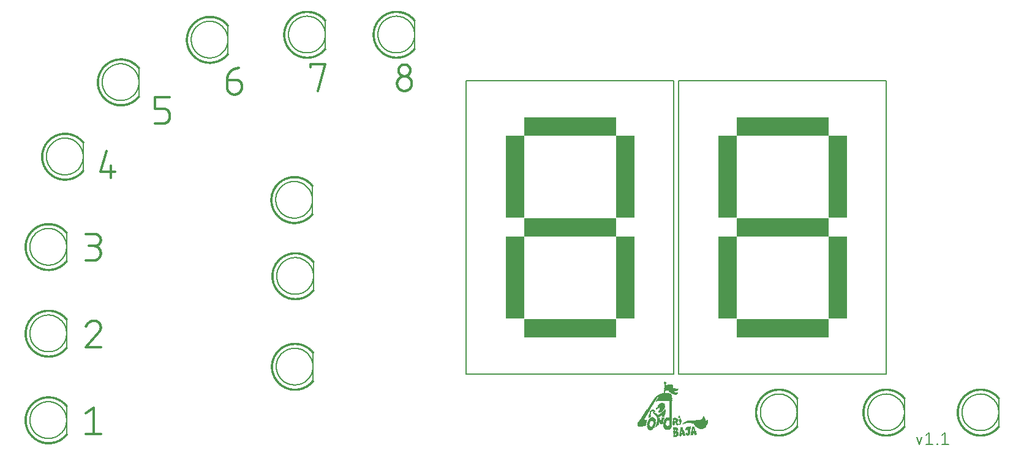
<source format=gbr>
G04 EAGLE Gerber RS-274X export*
G75*
%MOMM*%
%FSLAX34Y34*%
%LPD*%
%INSilkscreen Top*%
%IPPOS*%
%AMOC8*
5,1,8,0,0,1.08239X$1,22.5*%
G01*
%ADD10C,0.330200*%
%ADD11R,0.220000X0.020000*%
%ADD12R,0.300000X0.020000*%
%ADD13R,0.400000X0.020000*%
%ADD14R,0.460000X0.020000*%
%ADD15R,0.500000X0.020000*%
%ADD16R,0.520000X0.020000*%
%ADD17R,0.180000X0.020000*%
%ADD18R,0.540000X0.020000*%
%ADD19R,0.560000X0.020000*%
%ADD20R,0.240000X0.020000*%
%ADD21R,0.580000X0.020000*%
%ADD22R,0.260000X0.020000*%
%ADD23R,0.600000X0.020000*%
%ADD24R,0.100000X0.020000*%
%ADD25R,0.620000X0.020000*%
%ADD26R,0.280000X0.020000*%
%ADD27R,0.160000X0.020000*%
%ADD28R,0.640000X0.020000*%
%ADD29R,0.380000X0.020000*%
%ADD30R,0.340000X0.020000*%
%ADD31R,0.320000X0.020000*%
%ADD32R,0.360000X0.020000*%
%ADD33R,0.140000X0.020000*%
%ADD34R,0.440000X0.020000*%
%ADD35R,0.480000X0.020000*%
%ADD36R,0.800000X0.020000*%
%ADD37R,0.780000X0.020000*%
%ADD38R,0.740000X0.020000*%
%ADD39R,0.720000X0.020000*%
%ADD40R,0.700000X0.020000*%
%ADD41R,0.060000X0.020000*%
%ADD42R,0.680000X0.020000*%
%ADD43R,0.660000X0.020000*%
%ADD44R,0.200000X0.020000*%
%ADD45R,0.040000X0.020000*%
%ADD46R,0.420000X0.020000*%
%ADD47R,0.760000X0.020000*%
%ADD48R,0.820000X0.020000*%
%ADD49R,0.880000X0.020000*%
%ADD50R,0.840000X0.020000*%
%ADD51R,0.920000X0.020000*%
%ADD52R,0.940000X0.020000*%
%ADD53R,0.900000X0.020000*%
%ADD54R,0.980000X0.020000*%
%ADD55R,1.000000X0.020000*%
%ADD56R,1.040000X0.020000*%
%ADD57R,0.020000X0.020000*%
%ADD58R,1.020000X0.020000*%
%ADD59R,0.960000X0.020000*%
%ADD60R,1.060000X0.020000*%
%ADD61R,1.140000X0.020000*%
%ADD62R,1.100000X0.020000*%
%ADD63R,1.180000X0.020000*%
%ADD64R,1.220000X0.020000*%
%ADD65R,1.260000X0.020000*%
%ADD66R,1.120000X0.020000*%
%ADD67R,1.300000X0.020000*%
%ADD68R,1.340000X0.020000*%
%ADD69R,1.360000X0.020000*%
%ADD70R,0.080000X0.020000*%
%ADD71R,1.400000X0.020000*%
%ADD72R,0.120000X0.020000*%
%ADD73R,1.440000X0.020000*%
%ADD74R,1.480000X0.020000*%
%ADD75R,1.520000X0.020000*%
%ADD76R,1.560000X0.020000*%
%ADD77R,1.080000X0.020000*%
%ADD78R,1.600000X0.020000*%
%ADD79R,1.620000X0.020000*%
%ADD80R,1.640000X0.020000*%
%ADD81R,1.660000X0.020000*%
%ADD82R,1.700000X0.020000*%
%ADD83R,1.720000X0.020000*%
%ADD84R,1.760000X0.020000*%
%ADD85R,1.800000X0.020000*%
%ADD86R,1.160000X0.020000*%
%ADD87R,1.820000X0.020000*%
%ADD88R,1.840000X0.020000*%
%ADD89R,1.900000X0.020000*%
%ADD90R,1.940000X0.020000*%
%ADD91R,2.000000X0.020000*%
%ADD92R,2.080000X0.020000*%
%ADD93R,2.140000X0.020000*%
%ADD94R,2.220000X0.020000*%
%ADD95R,2.300000X0.020000*%
%ADD96R,2.420000X0.020000*%
%ADD97R,2.600000X0.020000*%
%ADD98R,3.260000X0.020000*%
%ADD99R,3.240000X0.020000*%
%ADD100R,3.200000X0.020000*%
%ADD101R,3.160000X0.020000*%
%ADD102R,3.120000X0.020000*%
%ADD103R,3.060000X0.020000*%
%ADD104R,3.000000X0.020000*%
%ADD105R,2.940000X0.020000*%
%ADD106R,2.900000X0.020000*%
%ADD107R,2.800000X0.020000*%
%ADD108R,2.680000X0.020000*%
%ADD109R,2.120000X0.020000*%
%ADD110R,0.860000X0.020000*%
%ADD111R,1.580000X0.020000*%
%ADD112R,2.100000X0.020000*%
%ADD113R,2.060000X0.020000*%
%ADD114R,2.040000X0.020000*%
%ADD115R,2.020000X0.020000*%
%ADD116R,1.980000X0.020000*%
%ADD117R,1.960000X0.020000*%
%ADD118R,1.920000X0.020000*%
%ADD119R,1.880000X0.020000*%
%ADD120R,1.860000X0.020000*%
%ADD121R,2.260000X0.020000*%
%ADD122R,2.240000X0.020000*%
%ADD123R,2.160000X0.020000*%
%ADD124R,1.780000X0.020000*%
%ADD125R,1.280000X0.020000*%
%ADD126R,1.240000X0.020000*%
%ADD127R,1.200000X0.020000*%
%ADD128C,0.152400*%
%ADD129C,0.203200*%
%ADD130C,0.025400*%
%ADD131C,0.127000*%
%ADD132R,12.700000X2.540000*%
%ADD133R,2.540000X11.430000*%


D10*
X109806Y55194D02*
X120000Y63349D01*
X120000Y26651D01*
X109806Y26651D02*
X130194Y26651D01*
X130194Y174175D02*
X130191Y174397D01*
X130183Y174618D01*
X130170Y174840D01*
X130151Y175061D01*
X130127Y175281D01*
X130098Y175501D01*
X130063Y175720D01*
X130023Y175938D01*
X129978Y176155D01*
X129927Y176371D01*
X129872Y176585D01*
X129811Y176799D01*
X129745Y177010D01*
X129674Y177220D01*
X129598Y177428D01*
X129517Y177635D01*
X129431Y177839D01*
X129340Y178041D01*
X129244Y178241D01*
X129143Y178439D01*
X129038Y178634D01*
X128928Y178826D01*
X128813Y179016D01*
X128694Y179203D01*
X128570Y179387D01*
X128442Y179568D01*
X128309Y179746D01*
X128173Y179920D01*
X128032Y180091D01*
X127887Y180259D01*
X127738Y180423D01*
X127585Y180584D01*
X127428Y180741D01*
X127267Y180894D01*
X127103Y181043D01*
X126935Y181188D01*
X126764Y181329D01*
X126590Y181465D01*
X126412Y181598D01*
X126231Y181726D01*
X126047Y181850D01*
X125860Y181969D01*
X125670Y182084D01*
X125478Y182194D01*
X125283Y182299D01*
X125085Y182400D01*
X124885Y182496D01*
X124683Y182587D01*
X124479Y182673D01*
X124272Y182754D01*
X124064Y182830D01*
X123854Y182901D01*
X123643Y182967D01*
X123429Y183028D01*
X123215Y183083D01*
X122999Y183134D01*
X122782Y183179D01*
X122564Y183219D01*
X122345Y183254D01*
X122125Y183283D01*
X121905Y183307D01*
X121684Y183326D01*
X121462Y183339D01*
X121241Y183347D01*
X121019Y183350D01*
X121019Y183349D02*
X120734Y183346D01*
X120449Y183335D01*
X120165Y183318D01*
X119881Y183294D01*
X119597Y183263D01*
X119315Y183225D01*
X119033Y183180D01*
X118753Y183129D01*
X118474Y183071D01*
X118196Y183006D01*
X117920Y182934D01*
X117646Y182856D01*
X117374Y182771D01*
X117104Y182680D01*
X116836Y182582D01*
X116571Y182478D01*
X116308Y182367D01*
X116048Y182250D01*
X115791Y182126D01*
X115537Y181997D01*
X115287Y181861D01*
X115039Y181720D01*
X114795Y181572D01*
X114555Y181419D01*
X114319Y181259D01*
X114086Y181095D01*
X113858Y180924D01*
X113633Y180748D01*
X113413Y180567D01*
X113198Y180380D01*
X112987Y180189D01*
X112781Y179992D01*
X112579Y179790D01*
X112383Y179584D01*
X112191Y179373D01*
X112005Y179157D01*
X111824Y178937D01*
X111648Y178712D01*
X111478Y178483D01*
X111314Y178251D01*
X111155Y178014D01*
X111001Y177774D01*
X110854Y177529D01*
X110713Y177282D01*
X110578Y177031D01*
X110448Y176777D01*
X110325Y176520D01*
X110209Y176260D01*
X110098Y175997D01*
X109994Y175732D01*
X109897Y175464D01*
X109805Y175194D01*
X127136Y167039D02*
X127309Y167208D01*
X127478Y167381D01*
X127642Y167559D01*
X127802Y167740D01*
X127958Y167925D01*
X128109Y168114D01*
X128256Y168306D01*
X128397Y168502D01*
X128534Y168701D01*
X128666Y168904D01*
X128793Y169110D01*
X128914Y169319D01*
X129031Y169531D01*
X129142Y169745D01*
X129248Y169963D01*
X129349Y170183D01*
X129444Y170405D01*
X129534Y170629D01*
X129618Y170856D01*
X129697Y171085D01*
X129770Y171315D01*
X129837Y171547D01*
X129899Y171781D01*
X129955Y172016D01*
X130005Y172253D01*
X130049Y172491D01*
X130087Y172729D01*
X130120Y172969D01*
X130147Y173209D01*
X130167Y173450D01*
X130182Y173692D01*
X130191Y173933D01*
X130194Y174175D01*
X127136Y167039D02*
X109806Y146651D01*
X130194Y146651D01*
X120000Y266651D02*
X109806Y266651D01*
X120000Y266651D02*
X120248Y266654D01*
X120496Y266663D01*
X120744Y266678D01*
X120991Y266699D01*
X121238Y266726D01*
X121484Y266760D01*
X121729Y266799D01*
X121974Y266844D01*
X122216Y266895D01*
X122458Y266952D01*
X122698Y267015D01*
X122937Y267083D01*
X123174Y267158D01*
X123409Y267238D01*
X123642Y267324D01*
X123872Y267415D01*
X124101Y267512D01*
X124327Y267615D01*
X124550Y267723D01*
X124771Y267836D01*
X124989Y267955D01*
X125204Y268079D01*
X125416Y268209D01*
X125625Y268343D01*
X125830Y268483D01*
X126032Y268627D01*
X126230Y268776D01*
X126425Y268931D01*
X126616Y269089D01*
X126803Y269253D01*
X126986Y269421D01*
X127164Y269593D01*
X127339Y269770D01*
X127509Y269950D01*
X127674Y270135D01*
X127836Y270324D01*
X127992Y270517D01*
X128144Y270713D01*
X128291Y270914D01*
X128433Y271117D01*
X128570Y271324D01*
X128702Y271535D01*
X128828Y271748D01*
X128950Y271964D01*
X129066Y272184D01*
X129177Y272406D01*
X129282Y272631D01*
X129382Y272858D01*
X129476Y273088D01*
X129565Y273320D01*
X129648Y273554D01*
X129725Y273789D01*
X129797Y274027D01*
X129863Y274267D01*
X129922Y274508D01*
X129976Y274750D01*
X130024Y274993D01*
X130067Y275238D01*
X130103Y275484D01*
X130133Y275730D01*
X130157Y275977D01*
X130175Y276225D01*
X130187Y276473D01*
X130193Y276721D01*
X130193Y276969D01*
X130187Y277217D01*
X130175Y277465D01*
X130157Y277713D01*
X130133Y277960D01*
X130103Y278206D01*
X130067Y278452D01*
X130024Y278697D01*
X129976Y278940D01*
X129922Y279182D01*
X129863Y279423D01*
X129797Y279663D01*
X129725Y279901D01*
X129648Y280136D01*
X129565Y280370D01*
X129476Y280602D01*
X129382Y280832D01*
X129282Y281059D01*
X129177Y281284D01*
X129066Y281506D01*
X128950Y281726D01*
X128828Y281942D01*
X128702Y282155D01*
X128570Y282366D01*
X128433Y282573D01*
X128291Y282776D01*
X128144Y282977D01*
X127992Y283173D01*
X127836Y283366D01*
X127674Y283555D01*
X127509Y283740D01*
X127339Y283920D01*
X127164Y284097D01*
X126986Y284269D01*
X126803Y284437D01*
X126616Y284601D01*
X126425Y284759D01*
X126230Y284914D01*
X126032Y285063D01*
X125830Y285207D01*
X125625Y285347D01*
X125416Y285481D01*
X125204Y285611D01*
X124989Y285735D01*
X124771Y285854D01*
X124550Y285967D01*
X124327Y286075D01*
X124101Y286178D01*
X123872Y286275D01*
X123642Y286366D01*
X123409Y286452D01*
X123174Y286532D01*
X122937Y286607D01*
X122698Y286675D01*
X122458Y286738D01*
X122216Y286795D01*
X121974Y286846D01*
X121729Y286891D01*
X121484Y286930D01*
X121238Y286964D01*
X120991Y286991D01*
X120744Y287012D01*
X120496Y287027D01*
X120248Y287036D01*
X120000Y287039D01*
X122039Y303349D02*
X109806Y303349D01*
X122039Y303349D02*
X122238Y303347D01*
X122436Y303339D01*
X122634Y303327D01*
X122832Y303310D01*
X123030Y303289D01*
X123226Y303262D01*
X123422Y303231D01*
X123618Y303195D01*
X123812Y303154D01*
X124005Y303108D01*
X124198Y303058D01*
X124388Y303003D01*
X124578Y302944D01*
X124766Y302880D01*
X124952Y302811D01*
X125137Y302738D01*
X125320Y302660D01*
X125500Y302578D01*
X125679Y302491D01*
X125856Y302401D01*
X126030Y302306D01*
X126202Y302206D01*
X126372Y302103D01*
X126539Y301995D01*
X126703Y301884D01*
X126864Y301768D01*
X127023Y301649D01*
X127179Y301525D01*
X127331Y301398D01*
X127481Y301268D01*
X127627Y301133D01*
X127770Y300995D01*
X127910Y300854D01*
X128046Y300710D01*
X128178Y300562D01*
X128307Y300411D01*
X128432Y300256D01*
X128554Y300099D01*
X128671Y299939D01*
X128785Y299776D01*
X128895Y299611D01*
X129000Y299442D01*
X129101Y299272D01*
X129199Y299098D01*
X129292Y298923D01*
X129380Y298745D01*
X129465Y298565D01*
X129544Y298383D01*
X129620Y298200D01*
X129691Y298014D01*
X129757Y297827D01*
X129819Y297638D01*
X129876Y297448D01*
X129929Y297257D01*
X129977Y297064D01*
X130020Y296870D01*
X130058Y296675D01*
X130092Y296480D01*
X130121Y296283D01*
X130145Y296086D01*
X130164Y295888D01*
X130179Y295690D01*
X130189Y295492D01*
X130193Y295293D01*
X130193Y295095D01*
X130189Y294896D01*
X130179Y294698D01*
X130164Y294500D01*
X130145Y294302D01*
X130121Y294105D01*
X130092Y293908D01*
X130058Y293713D01*
X130020Y293518D01*
X129977Y293324D01*
X129929Y293131D01*
X129876Y292940D01*
X129819Y292750D01*
X129757Y292561D01*
X129691Y292374D01*
X129620Y292188D01*
X129544Y292005D01*
X129465Y291823D01*
X129380Y291643D01*
X129292Y291465D01*
X129199Y291290D01*
X129101Y291117D01*
X129000Y290946D01*
X128895Y290777D01*
X128785Y290612D01*
X128671Y290449D01*
X128554Y290289D01*
X128432Y290132D01*
X128307Y289977D01*
X128178Y289826D01*
X128046Y289678D01*
X127910Y289534D01*
X127770Y289393D01*
X127627Y289255D01*
X127481Y289120D01*
X127331Y288990D01*
X127179Y288863D01*
X127023Y288739D01*
X126864Y288620D01*
X126703Y288504D01*
X126539Y288393D01*
X126372Y288285D01*
X126202Y288182D01*
X126030Y288082D01*
X125856Y287987D01*
X125679Y287897D01*
X125500Y287810D01*
X125320Y287728D01*
X125137Y287650D01*
X124952Y287577D01*
X124766Y287508D01*
X124578Y287444D01*
X124388Y287385D01*
X124198Y287330D01*
X124005Y287280D01*
X123812Y287234D01*
X123618Y287193D01*
X123422Y287157D01*
X123226Y287126D01*
X123030Y287099D01*
X122832Y287078D01*
X122634Y287061D01*
X122436Y287049D01*
X122238Y287041D01*
X122039Y287039D01*
X113884Y287039D01*
X129806Y389806D02*
X137961Y418349D01*
X129806Y389806D02*
X150194Y389806D01*
X144078Y397961D02*
X144078Y381651D01*
X204806Y456651D02*
X217039Y456651D01*
X217236Y456653D01*
X217433Y456661D01*
X217630Y456672D01*
X217826Y456689D01*
X218022Y456710D01*
X218217Y456737D01*
X218412Y456767D01*
X218606Y456803D01*
X218799Y456843D01*
X218991Y456888D01*
X219181Y456937D01*
X219371Y456992D01*
X219559Y457050D01*
X219746Y457113D01*
X219931Y457181D01*
X220114Y457253D01*
X220296Y457330D01*
X220476Y457410D01*
X220653Y457496D01*
X220829Y457585D01*
X221002Y457679D01*
X221173Y457777D01*
X221342Y457879D01*
X221508Y457985D01*
X221672Y458095D01*
X221832Y458208D01*
X221990Y458326D01*
X222146Y458448D01*
X222298Y458573D01*
X222447Y458702D01*
X222593Y458834D01*
X222735Y458970D01*
X222875Y459110D01*
X223011Y459252D01*
X223143Y459398D01*
X223272Y459547D01*
X223397Y459699D01*
X223519Y459855D01*
X223637Y460013D01*
X223750Y460173D01*
X223860Y460337D01*
X223966Y460503D01*
X224068Y460672D01*
X224166Y460843D01*
X224260Y461016D01*
X224349Y461192D01*
X224435Y461369D01*
X224515Y461549D01*
X224592Y461731D01*
X224664Y461914D01*
X224732Y462099D01*
X224795Y462286D01*
X224854Y462474D01*
X224908Y462664D01*
X224957Y462854D01*
X225002Y463046D01*
X225042Y463239D01*
X225078Y463433D01*
X225108Y463628D01*
X225135Y463823D01*
X225156Y464019D01*
X225173Y464215D01*
X225184Y464412D01*
X225192Y464609D01*
X225194Y464806D01*
X225194Y468884D01*
X225192Y469081D01*
X225184Y469278D01*
X225173Y469475D01*
X225156Y469671D01*
X225135Y469867D01*
X225108Y470062D01*
X225078Y470257D01*
X225042Y470451D01*
X225002Y470644D01*
X224957Y470836D01*
X224908Y471026D01*
X224853Y471216D01*
X224795Y471404D01*
X224732Y471591D01*
X224664Y471776D01*
X224592Y471959D01*
X224515Y472141D01*
X224435Y472321D01*
X224349Y472498D01*
X224260Y472674D01*
X224166Y472847D01*
X224068Y473018D01*
X223966Y473187D01*
X223860Y473353D01*
X223750Y473517D01*
X223637Y473677D01*
X223519Y473835D01*
X223397Y473991D01*
X223272Y474143D01*
X223143Y474292D01*
X223011Y474438D01*
X222875Y474580D01*
X222735Y474720D01*
X222593Y474856D01*
X222447Y474988D01*
X222298Y475117D01*
X222146Y475242D01*
X221990Y475364D01*
X221832Y475482D01*
X221672Y475595D01*
X221508Y475705D01*
X221342Y475811D01*
X221173Y475913D01*
X221002Y476011D01*
X220829Y476105D01*
X220653Y476194D01*
X220476Y476280D01*
X220296Y476360D01*
X220114Y476437D01*
X219931Y476509D01*
X219746Y476577D01*
X219559Y476640D01*
X219371Y476698D01*
X219181Y476753D01*
X218991Y476802D01*
X218799Y476847D01*
X218606Y476887D01*
X218412Y476923D01*
X218217Y476953D01*
X218022Y476980D01*
X217826Y477001D01*
X217630Y477018D01*
X217433Y477029D01*
X217236Y477037D01*
X217039Y477039D01*
X204806Y477039D01*
X204806Y493349D01*
X225194Y493349D01*
X304806Y517039D02*
X317039Y517039D01*
X317236Y517037D01*
X317433Y517029D01*
X317630Y517018D01*
X317826Y517001D01*
X318022Y516980D01*
X318217Y516953D01*
X318412Y516923D01*
X318606Y516887D01*
X318799Y516847D01*
X318991Y516802D01*
X319181Y516753D01*
X319371Y516698D01*
X319559Y516640D01*
X319746Y516577D01*
X319931Y516509D01*
X320114Y516437D01*
X320296Y516360D01*
X320476Y516280D01*
X320653Y516194D01*
X320829Y516105D01*
X321002Y516011D01*
X321173Y515913D01*
X321342Y515811D01*
X321508Y515705D01*
X321672Y515595D01*
X321832Y515482D01*
X321990Y515364D01*
X322146Y515242D01*
X322298Y515117D01*
X322447Y514988D01*
X322593Y514856D01*
X322735Y514720D01*
X322875Y514580D01*
X323011Y514438D01*
X323143Y514292D01*
X323272Y514143D01*
X323397Y513991D01*
X323519Y513835D01*
X323637Y513677D01*
X323750Y513517D01*
X323860Y513353D01*
X323966Y513187D01*
X324068Y513018D01*
X324166Y512847D01*
X324260Y512674D01*
X324349Y512498D01*
X324435Y512321D01*
X324515Y512141D01*
X324592Y511959D01*
X324664Y511776D01*
X324732Y511591D01*
X324795Y511404D01*
X324853Y511216D01*
X324908Y511026D01*
X324957Y510836D01*
X325002Y510644D01*
X325042Y510451D01*
X325078Y510257D01*
X325108Y510062D01*
X325135Y509867D01*
X325156Y509671D01*
X325173Y509475D01*
X325184Y509278D01*
X325192Y509081D01*
X325194Y508884D01*
X325194Y506845D01*
X325191Y506597D01*
X325182Y506349D01*
X325167Y506101D01*
X325146Y505854D01*
X325119Y505607D01*
X325085Y505361D01*
X325046Y505116D01*
X325001Y504871D01*
X324950Y504629D01*
X324893Y504387D01*
X324830Y504147D01*
X324762Y503908D01*
X324687Y503671D01*
X324607Y503436D01*
X324521Y503203D01*
X324430Y502973D01*
X324333Y502744D01*
X324230Y502518D01*
X324122Y502295D01*
X324009Y502074D01*
X323890Y501856D01*
X323766Y501641D01*
X323636Y501429D01*
X323502Y501220D01*
X323362Y501015D01*
X323218Y500813D01*
X323069Y500615D01*
X322914Y500420D01*
X322756Y500229D01*
X322592Y500042D01*
X322424Y499859D01*
X322252Y499681D01*
X322075Y499506D01*
X321895Y499336D01*
X321710Y499171D01*
X321521Y499009D01*
X321328Y498853D01*
X321132Y498701D01*
X320931Y498554D01*
X320728Y498412D01*
X320521Y498275D01*
X320310Y498143D01*
X320097Y498017D01*
X319881Y497895D01*
X319661Y497779D01*
X319439Y497668D01*
X319214Y497563D01*
X318987Y497463D01*
X318757Y497369D01*
X318525Y497280D01*
X318291Y497197D01*
X318056Y497120D01*
X317818Y497048D01*
X317578Y496982D01*
X317337Y496923D01*
X317095Y496869D01*
X316852Y496821D01*
X316607Y496778D01*
X316361Y496742D01*
X316115Y496712D01*
X315868Y496688D01*
X315620Y496670D01*
X315372Y496658D01*
X315124Y496652D01*
X314876Y496652D01*
X314628Y496658D01*
X314380Y496670D01*
X314132Y496688D01*
X313885Y496712D01*
X313639Y496742D01*
X313393Y496778D01*
X313148Y496821D01*
X312905Y496869D01*
X312663Y496923D01*
X312422Y496982D01*
X312182Y497048D01*
X311944Y497120D01*
X311709Y497197D01*
X311475Y497280D01*
X311243Y497369D01*
X311013Y497463D01*
X310786Y497563D01*
X310561Y497668D01*
X310339Y497779D01*
X310119Y497895D01*
X309903Y498017D01*
X309690Y498143D01*
X309479Y498275D01*
X309272Y498412D01*
X309069Y498554D01*
X308868Y498701D01*
X308672Y498853D01*
X308479Y499009D01*
X308290Y499171D01*
X308105Y499336D01*
X307925Y499506D01*
X307748Y499681D01*
X307576Y499859D01*
X307408Y500042D01*
X307244Y500229D01*
X307086Y500420D01*
X306931Y500615D01*
X306782Y500813D01*
X306638Y501015D01*
X306498Y501220D01*
X306364Y501429D01*
X306234Y501641D01*
X306110Y501856D01*
X305991Y502074D01*
X305878Y502295D01*
X305770Y502518D01*
X305667Y502744D01*
X305570Y502973D01*
X305479Y503203D01*
X305393Y503436D01*
X305313Y503671D01*
X305238Y503908D01*
X305170Y504147D01*
X305107Y504387D01*
X305050Y504629D01*
X304999Y504871D01*
X304954Y505116D01*
X304915Y505361D01*
X304881Y505607D01*
X304854Y505854D01*
X304833Y506101D01*
X304818Y506349D01*
X304809Y506597D01*
X304806Y506845D01*
X304806Y517039D01*
X304811Y517439D01*
X304826Y517839D01*
X304850Y518239D01*
X304885Y518638D01*
X304929Y519036D01*
X304983Y519432D01*
X305046Y519827D01*
X305119Y520221D01*
X305202Y520613D01*
X305295Y521002D01*
X305397Y521389D01*
X305508Y521774D01*
X305629Y522155D01*
X305759Y522534D01*
X305899Y522909D01*
X306048Y523281D01*
X306205Y523648D01*
X306372Y524012D01*
X306548Y524372D01*
X306732Y524727D01*
X306925Y525078D01*
X307126Y525424D01*
X307336Y525765D01*
X307555Y526100D01*
X307781Y526430D01*
X308016Y526755D01*
X308258Y527073D01*
X308508Y527386D01*
X308766Y527692D01*
X309031Y527992D01*
X309304Y528285D01*
X309583Y528572D01*
X309870Y528851D01*
X310163Y529124D01*
X310463Y529389D01*
X310769Y529647D01*
X311082Y529897D01*
X311400Y530139D01*
X311725Y530374D01*
X312055Y530600D01*
X312390Y530819D01*
X312731Y531029D01*
X313077Y531230D01*
X313428Y531423D01*
X313783Y531607D01*
X314143Y531783D01*
X314506Y531950D01*
X314874Y532107D01*
X315246Y532256D01*
X315621Y532396D01*
X316000Y532526D01*
X316381Y532647D01*
X316766Y532758D01*
X317153Y532860D01*
X317542Y532953D01*
X317934Y533036D01*
X318328Y533109D01*
X318723Y533172D01*
X319119Y533226D01*
X319517Y533270D01*
X319916Y533305D01*
X320316Y533329D01*
X320716Y533344D01*
X321116Y533349D01*
X419806Y534271D02*
X419806Y538349D01*
X440194Y538349D01*
X430000Y501651D01*
X539806Y511845D02*
X539809Y512093D01*
X539818Y512341D01*
X539833Y512589D01*
X539854Y512836D01*
X539881Y513083D01*
X539915Y513329D01*
X539954Y513574D01*
X539999Y513819D01*
X540050Y514061D01*
X540107Y514303D01*
X540170Y514543D01*
X540238Y514782D01*
X540313Y515019D01*
X540393Y515254D01*
X540479Y515487D01*
X540570Y515717D01*
X540667Y515946D01*
X540770Y516172D01*
X540878Y516395D01*
X540991Y516616D01*
X541110Y516834D01*
X541234Y517049D01*
X541364Y517261D01*
X541498Y517470D01*
X541638Y517675D01*
X541782Y517877D01*
X541931Y518075D01*
X542086Y518270D01*
X542244Y518461D01*
X542408Y518648D01*
X542576Y518831D01*
X542748Y519009D01*
X542925Y519184D01*
X543105Y519354D01*
X543290Y519519D01*
X543479Y519681D01*
X543672Y519837D01*
X543868Y519989D01*
X544069Y520136D01*
X544272Y520278D01*
X544479Y520415D01*
X544690Y520547D01*
X544903Y520673D01*
X545119Y520795D01*
X545339Y520911D01*
X545561Y521022D01*
X545786Y521127D01*
X546013Y521227D01*
X546243Y521321D01*
X546475Y521410D01*
X546709Y521493D01*
X546944Y521570D01*
X547182Y521642D01*
X547422Y521708D01*
X547663Y521767D01*
X547905Y521821D01*
X548148Y521869D01*
X548393Y521912D01*
X548639Y521948D01*
X548885Y521978D01*
X549132Y522002D01*
X549380Y522020D01*
X549628Y522032D01*
X549876Y522038D01*
X550124Y522038D01*
X550372Y522032D01*
X550620Y522020D01*
X550868Y522002D01*
X551115Y521978D01*
X551361Y521948D01*
X551607Y521912D01*
X551852Y521869D01*
X552095Y521821D01*
X552337Y521767D01*
X552578Y521708D01*
X552818Y521642D01*
X553056Y521570D01*
X553291Y521493D01*
X553525Y521410D01*
X553757Y521321D01*
X553987Y521227D01*
X554214Y521127D01*
X554439Y521022D01*
X554661Y520911D01*
X554881Y520795D01*
X555097Y520673D01*
X555310Y520547D01*
X555521Y520415D01*
X555728Y520278D01*
X555931Y520136D01*
X556132Y519989D01*
X556328Y519837D01*
X556521Y519681D01*
X556710Y519519D01*
X556895Y519354D01*
X557075Y519184D01*
X557252Y519009D01*
X557424Y518831D01*
X557592Y518648D01*
X557756Y518461D01*
X557914Y518270D01*
X558069Y518075D01*
X558218Y517877D01*
X558362Y517675D01*
X558502Y517470D01*
X558636Y517261D01*
X558766Y517049D01*
X558890Y516834D01*
X559009Y516616D01*
X559122Y516395D01*
X559230Y516172D01*
X559333Y515946D01*
X559430Y515717D01*
X559521Y515487D01*
X559607Y515254D01*
X559687Y515019D01*
X559762Y514782D01*
X559830Y514543D01*
X559893Y514303D01*
X559950Y514061D01*
X560001Y513819D01*
X560046Y513574D01*
X560085Y513329D01*
X560119Y513083D01*
X560146Y512836D01*
X560167Y512589D01*
X560182Y512341D01*
X560191Y512093D01*
X560194Y511845D01*
X560191Y511597D01*
X560182Y511349D01*
X560167Y511101D01*
X560146Y510854D01*
X560119Y510607D01*
X560085Y510361D01*
X560046Y510116D01*
X560001Y509871D01*
X559950Y509629D01*
X559893Y509387D01*
X559830Y509147D01*
X559762Y508908D01*
X559687Y508671D01*
X559607Y508436D01*
X559521Y508203D01*
X559430Y507973D01*
X559333Y507744D01*
X559230Y507518D01*
X559122Y507295D01*
X559009Y507074D01*
X558890Y506856D01*
X558766Y506641D01*
X558636Y506429D01*
X558502Y506220D01*
X558362Y506015D01*
X558218Y505813D01*
X558069Y505615D01*
X557914Y505420D01*
X557756Y505229D01*
X557592Y505042D01*
X557424Y504859D01*
X557252Y504681D01*
X557075Y504506D01*
X556895Y504336D01*
X556710Y504171D01*
X556521Y504009D01*
X556328Y503853D01*
X556132Y503701D01*
X555931Y503554D01*
X555728Y503412D01*
X555521Y503275D01*
X555310Y503143D01*
X555097Y503017D01*
X554881Y502895D01*
X554661Y502779D01*
X554439Y502668D01*
X554214Y502563D01*
X553987Y502463D01*
X553757Y502369D01*
X553525Y502280D01*
X553291Y502197D01*
X553056Y502120D01*
X552818Y502048D01*
X552578Y501982D01*
X552337Y501923D01*
X552095Y501869D01*
X551852Y501821D01*
X551607Y501778D01*
X551361Y501742D01*
X551115Y501712D01*
X550868Y501688D01*
X550620Y501670D01*
X550372Y501658D01*
X550124Y501652D01*
X549876Y501652D01*
X549628Y501658D01*
X549380Y501670D01*
X549132Y501688D01*
X548885Y501712D01*
X548639Y501742D01*
X548393Y501778D01*
X548148Y501821D01*
X547905Y501869D01*
X547663Y501923D01*
X547422Y501982D01*
X547182Y502048D01*
X546944Y502120D01*
X546709Y502197D01*
X546475Y502280D01*
X546243Y502369D01*
X546013Y502463D01*
X545786Y502563D01*
X545561Y502668D01*
X545339Y502779D01*
X545119Y502895D01*
X544903Y503017D01*
X544690Y503143D01*
X544479Y503275D01*
X544272Y503412D01*
X544069Y503554D01*
X543868Y503701D01*
X543672Y503853D01*
X543479Y504009D01*
X543290Y504171D01*
X543105Y504336D01*
X542925Y504506D01*
X542748Y504681D01*
X542576Y504859D01*
X542408Y505042D01*
X542244Y505229D01*
X542086Y505420D01*
X541931Y505615D01*
X541782Y505813D01*
X541638Y506015D01*
X541498Y506220D01*
X541364Y506429D01*
X541234Y506641D01*
X541110Y506856D01*
X540991Y507074D01*
X540878Y507295D01*
X540770Y507518D01*
X540667Y507744D01*
X540570Y507973D01*
X540479Y508203D01*
X540393Y508436D01*
X540313Y508671D01*
X540238Y508908D01*
X540170Y509147D01*
X540107Y509387D01*
X540050Y509629D01*
X539999Y509871D01*
X539954Y510116D01*
X539915Y510361D01*
X539881Y510607D01*
X539854Y510854D01*
X539833Y511101D01*
X539818Y511349D01*
X539809Y511597D01*
X539806Y511845D01*
X541845Y530194D02*
X541847Y530393D01*
X541855Y530591D01*
X541867Y530789D01*
X541884Y530987D01*
X541905Y531185D01*
X541932Y531381D01*
X541963Y531577D01*
X541999Y531773D01*
X542040Y531967D01*
X542086Y532160D01*
X542136Y532353D01*
X542191Y532543D01*
X542250Y532733D01*
X542314Y532921D01*
X542383Y533107D01*
X542456Y533292D01*
X542534Y533475D01*
X542616Y533655D01*
X542703Y533834D01*
X542793Y534011D01*
X542888Y534185D01*
X542988Y534357D01*
X543091Y534527D01*
X543199Y534694D01*
X543310Y534858D01*
X543426Y535019D01*
X543545Y535178D01*
X543669Y535334D01*
X543796Y535486D01*
X543926Y535636D01*
X544061Y535782D01*
X544199Y535925D01*
X544340Y536065D01*
X544484Y536201D01*
X544632Y536333D01*
X544783Y536462D01*
X544938Y536587D01*
X545095Y536709D01*
X545255Y536826D01*
X545418Y536940D01*
X545583Y537050D01*
X545752Y537155D01*
X545923Y537256D01*
X546096Y537354D01*
X546271Y537447D01*
X546449Y537535D01*
X546629Y537620D01*
X546811Y537699D01*
X546994Y537775D01*
X547180Y537846D01*
X547367Y537912D01*
X547556Y537974D01*
X547746Y538031D01*
X547937Y538084D01*
X548130Y538132D01*
X548324Y538175D01*
X548519Y538213D01*
X548714Y538247D01*
X548911Y538276D01*
X549108Y538300D01*
X549306Y538319D01*
X549504Y538334D01*
X549702Y538344D01*
X549901Y538348D01*
X550099Y538348D01*
X550298Y538344D01*
X550496Y538334D01*
X550694Y538319D01*
X550892Y538300D01*
X551089Y538276D01*
X551286Y538247D01*
X551481Y538213D01*
X551676Y538175D01*
X551870Y538132D01*
X552063Y538084D01*
X552254Y538031D01*
X552444Y537974D01*
X552633Y537912D01*
X552820Y537846D01*
X553006Y537775D01*
X553189Y537699D01*
X553371Y537620D01*
X553551Y537535D01*
X553729Y537447D01*
X553904Y537354D01*
X554078Y537256D01*
X554248Y537155D01*
X554417Y537050D01*
X554582Y536940D01*
X554745Y536826D01*
X554905Y536709D01*
X555062Y536587D01*
X555217Y536462D01*
X555368Y536333D01*
X555516Y536201D01*
X555660Y536065D01*
X555801Y535925D01*
X555939Y535782D01*
X556074Y535636D01*
X556204Y535486D01*
X556331Y535334D01*
X556455Y535178D01*
X556574Y535019D01*
X556690Y534858D01*
X556801Y534694D01*
X556909Y534527D01*
X557012Y534357D01*
X557112Y534185D01*
X557207Y534011D01*
X557297Y533834D01*
X557384Y533655D01*
X557466Y533475D01*
X557544Y533292D01*
X557617Y533107D01*
X557686Y532921D01*
X557750Y532733D01*
X557809Y532543D01*
X557864Y532353D01*
X557914Y532160D01*
X557960Y531967D01*
X558001Y531773D01*
X558037Y531577D01*
X558068Y531381D01*
X558095Y531185D01*
X558116Y530987D01*
X558133Y530789D01*
X558145Y530591D01*
X558153Y530393D01*
X558155Y530194D01*
X558153Y529995D01*
X558145Y529797D01*
X558133Y529599D01*
X558116Y529401D01*
X558095Y529203D01*
X558068Y529007D01*
X558037Y528811D01*
X558001Y528615D01*
X557960Y528421D01*
X557914Y528228D01*
X557864Y528035D01*
X557809Y527845D01*
X557750Y527655D01*
X557686Y527467D01*
X557617Y527281D01*
X557544Y527096D01*
X557466Y526913D01*
X557384Y526733D01*
X557297Y526554D01*
X557207Y526377D01*
X557112Y526203D01*
X557012Y526031D01*
X556909Y525861D01*
X556801Y525694D01*
X556690Y525530D01*
X556574Y525369D01*
X556455Y525210D01*
X556331Y525054D01*
X556204Y524902D01*
X556074Y524752D01*
X555939Y524606D01*
X555801Y524463D01*
X555660Y524323D01*
X555516Y524187D01*
X555368Y524055D01*
X555217Y523926D01*
X555062Y523801D01*
X554905Y523679D01*
X554745Y523562D01*
X554582Y523448D01*
X554417Y523338D01*
X554248Y523233D01*
X554078Y523132D01*
X553904Y523034D01*
X553729Y522941D01*
X553551Y522853D01*
X553371Y522768D01*
X553189Y522689D01*
X553006Y522613D01*
X552820Y522542D01*
X552633Y522476D01*
X552444Y522414D01*
X552254Y522357D01*
X552063Y522304D01*
X551870Y522256D01*
X551676Y522213D01*
X551481Y522175D01*
X551286Y522141D01*
X551089Y522112D01*
X550892Y522088D01*
X550694Y522069D01*
X550496Y522054D01*
X550298Y522044D01*
X550099Y522040D01*
X549901Y522040D01*
X549702Y522044D01*
X549504Y522054D01*
X549306Y522069D01*
X549108Y522088D01*
X548911Y522112D01*
X548714Y522141D01*
X548519Y522175D01*
X548324Y522213D01*
X548130Y522256D01*
X547937Y522304D01*
X547746Y522357D01*
X547556Y522414D01*
X547367Y522476D01*
X547180Y522542D01*
X546994Y522613D01*
X546811Y522689D01*
X546629Y522768D01*
X546449Y522853D01*
X546271Y522941D01*
X546096Y523034D01*
X545923Y523132D01*
X545752Y523233D01*
X545583Y523338D01*
X545418Y523448D01*
X545255Y523562D01*
X545095Y523679D01*
X544938Y523801D01*
X544783Y523926D01*
X544632Y524055D01*
X544484Y524187D01*
X544340Y524323D01*
X544199Y524463D01*
X544061Y524606D01*
X543926Y524752D01*
X543796Y524902D01*
X543669Y525054D01*
X543545Y525210D01*
X543426Y525369D01*
X543310Y525530D01*
X543199Y525694D01*
X543091Y525861D01*
X542988Y526031D01*
X542888Y526203D01*
X542793Y526377D01*
X542703Y526554D01*
X542616Y526733D01*
X542534Y526913D01*
X542456Y527096D01*
X542383Y527281D01*
X542314Y527467D01*
X542250Y527655D01*
X542191Y527845D01*
X542136Y528035D01*
X542086Y528228D01*
X542040Y528421D01*
X541999Y528615D01*
X541963Y528811D01*
X541932Y529007D01*
X541905Y529203D01*
X541884Y529401D01*
X541867Y529599D01*
X541855Y529797D01*
X541847Y529995D01*
X541845Y530194D01*
D11*
X924300Y22000D03*
D12*
X924300Y22200D03*
D13*
X924200Y22400D03*
D14*
X924300Y22600D03*
D15*
X924500Y22800D03*
D16*
X924600Y23000D03*
D17*
X931100Y23000D03*
D18*
X924700Y23200D03*
D11*
X931100Y23200D03*
D19*
X924800Y23400D03*
D20*
X931200Y23400D03*
D21*
X924900Y23600D03*
D22*
X931300Y23600D03*
D23*
X925000Y23800D03*
D22*
X931300Y23800D03*
D24*
X935900Y23800D03*
D25*
X925100Y24000D03*
D26*
X931400Y24000D03*
D27*
X936200Y24000D03*
D25*
X925100Y24200D03*
D26*
X931400Y24200D03*
D11*
X936500Y24200D03*
D28*
X925200Y24400D03*
D26*
X931400Y24400D03*
D12*
X936700Y24400D03*
D11*
X941500Y24400D03*
D20*
X923000Y24600D03*
D29*
X926700Y24600D03*
D12*
X931500Y24600D03*
D30*
X936900Y24600D03*
D31*
X941600Y24600D03*
D20*
X923000Y24800D03*
D30*
X926900Y24800D03*
D26*
X931600Y24800D03*
D32*
X936800Y24800D03*
D29*
X941500Y24800D03*
D33*
X946300Y24800D03*
D20*
X923000Y25000D03*
D31*
X927200Y25000D03*
D12*
X931700Y25000D03*
D30*
X936700Y25000D03*
D34*
X941600Y25000D03*
D31*
X947200Y25000D03*
D20*
X923000Y25200D03*
D12*
X927300Y25200D03*
D30*
X931900Y25200D03*
D29*
X936500Y25200D03*
D35*
X941600Y25200D03*
D30*
X947300Y25200D03*
D17*
X952100Y25200D03*
D20*
X923000Y25400D03*
D26*
X927400Y25400D03*
D36*
X934200Y25400D03*
D16*
X941600Y25400D03*
D31*
X947400Y25400D03*
D26*
X952600Y25400D03*
D20*
X923000Y25600D03*
D12*
X927500Y25600D03*
D36*
X934200Y25600D03*
D19*
X941600Y25600D03*
D31*
X947400Y25600D03*
D12*
X952500Y25600D03*
D20*
X923000Y25800D03*
D26*
X927600Y25800D03*
D37*
X934100Y25800D03*
D19*
X941600Y25800D03*
D31*
X947400Y25800D03*
X952400Y25800D03*
D20*
X923000Y26000D03*
D26*
X927600Y26000D03*
D37*
X934100Y26000D03*
D21*
X941700Y26000D03*
D12*
X947500Y26000D03*
X952300Y26000D03*
D20*
X923000Y26200D03*
D26*
X927600Y26200D03*
D38*
X934100Y26200D03*
D21*
X941700Y26200D03*
D12*
X947500Y26200D03*
X952300Y26200D03*
D20*
X923000Y26400D03*
D31*
X927600Y26400D03*
D38*
X934100Y26400D03*
D23*
X941800Y26400D03*
D12*
X947500Y26400D03*
D26*
X952200Y26400D03*
D22*
X923100Y26600D03*
D30*
X927500Y26600D03*
D38*
X934100Y26600D03*
D21*
X941900Y26600D03*
D12*
X947500Y26600D03*
D26*
X952200Y26600D03*
D22*
X923100Y26800D03*
D13*
X927200Y26800D03*
D39*
X934000Y26800D03*
D19*
X942000Y26800D03*
D26*
X947600Y26800D03*
D12*
X952100Y26800D03*
D39*
X925400Y27000D03*
X934000Y27000D03*
D33*
X940100Y27000D03*
D31*
X943200Y27000D03*
D12*
X947700Y27000D03*
D26*
X952000Y27000D03*
D39*
X925400Y27200D03*
D40*
X933900Y27200D03*
D41*
X940100Y27200D03*
D12*
X943300Y27200D03*
X947700Y27200D03*
D26*
X952000Y27200D03*
D39*
X925400Y27400D03*
D40*
X933900Y27400D03*
D12*
X943300Y27400D03*
D31*
X947800Y27400D03*
D26*
X952000Y27400D03*
D39*
X925400Y27600D03*
D22*
X931900Y27600D03*
D30*
X935500Y27600D03*
D12*
X943300Y27600D03*
D40*
X949900Y27600D03*
X925300Y27800D03*
D20*
X931800Y27800D03*
D31*
X935600Y27800D03*
D12*
X943300Y27800D03*
D42*
X949800Y27800D03*
D40*
X925300Y28000D03*
D20*
X931800Y28000D03*
D12*
X935700Y28000D03*
X943300Y28000D03*
D42*
X949800Y28000D03*
X925200Y28200D03*
D20*
X931800Y28200D03*
D26*
X935600Y28200D03*
D12*
X943300Y28200D03*
D42*
X949800Y28200D03*
D43*
X925100Y28400D03*
D20*
X931800Y28400D03*
D26*
X935600Y28400D03*
D12*
X943300Y28400D03*
D43*
X949700Y28400D03*
D28*
X925000Y28600D03*
D20*
X931800Y28600D03*
D26*
X935400Y28600D03*
D12*
X943300Y28600D03*
D28*
X949800Y28600D03*
D25*
X924900Y28800D03*
D11*
X931900Y28800D03*
D26*
X935400Y28800D03*
D12*
X943300Y28800D03*
D28*
X949800Y28800D03*
D23*
X924800Y29000D03*
D11*
X931900Y29000D03*
D26*
X935400Y29000D03*
D12*
X943300Y29000D03*
D25*
X949700Y29000D03*
D19*
X924600Y29200D03*
D11*
X931900Y29200D03*
D22*
X935300Y29200D03*
D12*
X943300Y29200D03*
D25*
X949700Y29200D03*
D16*
X924400Y29400D03*
D11*
X931900Y29400D03*
D26*
X935200Y29400D03*
D12*
X943300Y29400D03*
D25*
X949700Y29400D03*
D18*
X924300Y29600D03*
D11*
X931900Y29600D03*
D22*
X935100Y29600D03*
D26*
X943200Y29600D03*
D23*
X949800Y29600D03*
D20*
X922800Y29800D03*
D26*
X925800Y29800D03*
D11*
X931900Y29800D03*
D22*
X935100Y29800D03*
D26*
X943200Y29800D03*
D20*
X948000Y29800D03*
D26*
X951200Y29800D03*
D20*
X922800Y30000D03*
X926000Y30000D03*
D11*
X932100Y30000D03*
D22*
X934900Y30000D03*
D26*
X943200Y30000D03*
D11*
X947900Y30000D03*
D20*
X951400Y30000D03*
X922800Y30200D03*
X926200Y30200D03*
D11*
X932100Y30200D03*
D22*
X934900Y30200D03*
D12*
X943100Y30200D03*
D11*
X947900Y30200D03*
D20*
X951400Y30200D03*
X922800Y30400D03*
X926400Y30400D03*
D11*
X932100Y30400D03*
D22*
X934900Y30400D03*
D12*
X943100Y30400D03*
D11*
X947900Y30400D03*
D20*
X951200Y30400D03*
X922800Y30600D03*
D11*
X926500Y30600D03*
X932100Y30600D03*
D20*
X934800Y30600D03*
D12*
X943100Y30600D03*
D11*
X947900Y30600D03*
D20*
X951200Y30600D03*
X922800Y30800D03*
X926600Y30800D03*
D11*
X932100Y30800D03*
D22*
X934700Y30800D03*
D12*
X943100Y30800D03*
D44*
X948000Y30800D03*
D20*
X951200Y30800D03*
X922800Y31000D03*
D11*
X926700Y31000D03*
X932100Y31000D03*
D20*
X934600Y31000D03*
D12*
X943100Y31000D03*
D44*
X948000Y31000D03*
D20*
X951200Y31000D03*
X922800Y31200D03*
X926800Y31200D03*
D35*
X933400Y31200D03*
D31*
X943000Y31200D03*
D44*
X948000Y31200D03*
D20*
X951000Y31200D03*
X922800Y31400D03*
X926800Y31400D03*
D34*
X933400Y31400D03*
D12*
X942900Y31400D03*
D44*
X948000Y31400D03*
D20*
X951000Y31400D03*
D11*
X889900Y31600D03*
D20*
X922800Y31600D03*
D22*
X926900Y31600D03*
D34*
X933400Y31600D03*
D12*
X942900Y31600D03*
D44*
X948000Y31600D03*
D20*
X951000Y31600D03*
D31*
X890000Y31800D03*
D20*
X922800Y31800D03*
D26*
X926800Y31800D03*
D34*
X933400Y31800D03*
D45*
X938800Y31800D03*
D12*
X942900Y31800D03*
D11*
X948100Y31800D03*
X950900Y31800D03*
D13*
X890000Y32000D03*
D20*
X922800Y32000D03*
D26*
X926800Y32000D03*
D46*
X933300Y32000D03*
D27*
X939400Y32000D03*
D30*
X942700Y32000D03*
D11*
X948100Y32000D03*
D20*
X950800Y32000D03*
D14*
X890100Y32200D03*
D26*
X913200Y32200D03*
D20*
X922800Y32200D03*
D26*
X926800Y32200D03*
D46*
X933300Y32200D03*
D21*
X941500Y32200D03*
D44*
X948200Y32200D03*
D20*
X950800Y32200D03*
D16*
X890000Y32400D03*
D13*
X913200Y32400D03*
D20*
X922800Y32400D03*
D12*
X926700Y32400D03*
D13*
X933200Y32400D03*
D21*
X941500Y32400D03*
D44*
X948200Y32400D03*
D20*
X950800Y32400D03*
D21*
X890100Y32600D03*
D15*
X913300Y32600D03*
D20*
X922800Y32600D03*
D30*
X926500Y32600D03*
D29*
X933300Y32600D03*
D23*
X941600Y32600D03*
D44*
X948200Y32600D03*
D20*
X950600Y32600D03*
D25*
X890100Y32800D03*
D23*
X913400Y32800D03*
D28*
X924800Y32800D03*
D29*
X933300Y32800D03*
D25*
X941700Y32800D03*
D44*
X948200Y32800D03*
D20*
X950600Y32800D03*
D43*
X890100Y33000D03*
D28*
X913400Y33000D03*
X924800Y33000D03*
D32*
X933200Y33000D03*
D42*
X942000Y33000D03*
D14*
X949500Y33000D03*
D42*
X890200Y33200D03*
D40*
X913500Y33200D03*
D25*
X924700Y33200D03*
D32*
X933200Y33200D03*
D40*
X942100Y33200D03*
D34*
X949400Y33200D03*
D39*
X890200Y33400D03*
D47*
X913600Y33400D03*
D25*
X924700Y33400D03*
D30*
X933100Y33400D03*
D39*
X942200Y33400D03*
D34*
X949400Y33400D03*
D30*
X960100Y33400D03*
D47*
X890200Y33600D03*
D36*
X913600Y33600D03*
D25*
X924500Y33600D03*
D30*
X933100Y33600D03*
D39*
X942200Y33600D03*
D34*
X949400Y33600D03*
D35*
X960000Y33600D03*
D37*
X890300Y33800D03*
D48*
X913700Y33800D03*
D23*
X924400Y33800D03*
D31*
X933000Y33800D03*
D39*
X942200Y33800D03*
D46*
X949500Y33800D03*
D23*
X960000Y33800D03*
D48*
X890300Y34000D03*
D49*
X913800Y34000D03*
D19*
X924200Y34000D03*
D12*
X933100Y34000D03*
D39*
X942200Y34000D03*
D13*
X949400Y34000D03*
D42*
X960000Y34000D03*
D50*
X890400Y34200D03*
D51*
X913800Y34200D03*
D18*
X924100Y34200D03*
D12*
X933100Y34200D03*
D39*
X942200Y34200D03*
D13*
X949400Y34200D03*
D47*
X960000Y34200D03*
D49*
X890400Y34400D03*
D52*
X913900Y34400D03*
D15*
X923900Y34400D03*
D26*
X933000Y34400D03*
D38*
X942300Y34400D03*
D13*
X949400Y34400D03*
D50*
X960000Y34400D03*
D53*
X890500Y34600D03*
D54*
X913900Y34600D03*
D34*
X923600Y34600D03*
D26*
X933000Y34600D03*
D38*
X942300Y34600D03*
D29*
X949300Y34600D03*
D51*
X960000Y34600D03*
X890400Y34800D03*
D55*
X914000Y34800D03*
D32*
X923400Y34800D03*
D22*
X932900Y34800D03*
D38*
X942300Y34800D03*
D29*
X949300Y34800D03*
D54*
X959900Y34800D03*
D52*
X890500Y35000D03*
D56*
X914000Y35000D03*
D57*
X922500Y35000D03*
D11*
X932900Y35000D03*
D38*
X942300Y35000D03*
D29*
X949300Y35000D03*
D58*
X959900Y35000D03*
D59*
X890600Y35200D03*
D60*
X914100Y35200D03*
D41*
X933100Y35200D03*
D43*
X942700Y35200D03*
D32*
X949400Y35200D03*
D60*
X959900Y35200D03*
D59*
X890600Y35400D03*
D60*
X914100Y35400D03*
D18*
X943100Y35400D03*
D30*
X949300Y35400D03*
D61*
X959900Y35400D03*
D55*
X890600Y35600D03*
D62*
X914100Y35600D03*
D34*
X943600Y35600D03*
D30*
X949300Y35600D03*
D63*
X959900Y35600D03*
D55*
X890600Y35800D03*
D62*
X914100Y35800D03*
D30*
X944100Y35800D03*
D31*
X949400Y35800D03*
D64*
X959900Y35800D03*
D58*
X890700Y36000D03*
D57*
X897500Y36000D03*
D62*
X914100Y36000D03*
D20*
X944600Y36000D03*
X949600Y36000D03*
D65*
X959900Y36000D03*
D15*
X888100Y36200D03*
D35*
X893600Y36200D03*
D45*
X897600Y36200D03*
D66*
X914000Y36200D03*
D33*
X945100Y36200D03*
D41*
X950300Y36200D03*
D67*
X959900Y36200D03*
D14*
X887700Y36400D03*
D46*
X893900Y36400D03*
D41*
X897700Y36400D03*
D66*
X914000Y36400D03*
D57*
X945500Y36400D03*
D68*
X959900Y36400D03*
D24*
X874700Y36600D03*
D34*
X887600Y36600D03*
D29*
X894100Y36600D03*
D41*
X897900Y36600D03*
D66*
X914000Y36600D03*
D69*
X959800Y36600D03*
D32*
X875200Y36800D03*
D46*
X887500Y36800D03*
D29*
X894300Y36800D03*
D70*
X898000Y36800D03*
D66*
X914000Y36800D03*
D71*
X959800Y36800D03*
D25*
X876300Y37000D03*
D13*
X887400Y37000D03*
D32*
X894400Y37000D03*
D72*
X898200Y37000D03*
D35*
X910600Y37000D03*
D18*
X916900Y37000D03*
D73*
X959800Y37000D03*
D52*
X877500Y37200D03*
D29*
X887300Y37200D03*
D32*
X894600Y37200D03*
D72*
X898400Y37200D03*
D34*
X910400Y37200D03*
D15*
X917100Y37200D03*
D74*
X959800Y37200D03*
D58*
X877700Y37400D03*
D29*
X887300Y37400D03*
D30*
X894700Y37400D03*
D33*
X898500Y37400D03*
D46*
X910300Y37400D03*
D14*
X917300Y37400D03*
D75*
X959800Y37400D03*
D56*
X877800Y37600D03*
D32*
X887200Y37600D03*
D30*
X894700Y37600D03*
D27*
X898600Y37600D03*
D13*
X910200Y37600D03*
D34*
X917400Y37600D03*
D75*
X959800Y37600D03*
D60*
X877700Y37800D03*
D32*
X887200Y37800D03*
D30*
X894900Y37800D03*
D27*
X898800Y37800D03*
D29*
X910100Y37800D03*
D46*
X917500Y37800D03*
D76*
X959800Y37800D03*
D77*
X877800Y38000D03*
D32*
X887200Y38000D03*
D31*
X895000Y38000D03*
D17*
X898900Y38000D03*
D32*
X910000Y38000D03*
D13*
X917600Y38000D03*
D78*
X959800Y38000D03*
D77*
X877800Y38200D03*
D30*
X887100Y38200D03*
D31*
X895000Y38200D03*
D44*
X899000Y38200D03*
D29*
X909900Y38200D03*
D13*
X917600Y38200D03*
D79*
X959700Y38200D03*
D62*
X877700Y38400D03*
D30*
X887100Y38400D03*
D31*
X895200Y38400D03*
D11*
X899100Y38400D03*
D32*
X909800Y38400D03*
D29*
X917700Y38400D03*
D80*
X959800Y38400D03*
D66*
X877800Y38600D03*
D30*
X887100Y38600D03*
D31*
X895200Y38600D03*
D20*
X899400Y38600D03*
D32*
X909800Y38600D03*
X917800Y38600D03*
D81*
X959700Y38600D03*
D66*
X877800Y38800D03*
D30*
X887100Y38800D03*
D31*
X895200Y38800D03*
D22*
X899500Y38800D03*
D32*
X909800Y38800D03*
X917800Y38800D03*
D44*
X922400Y38800D03*
D24*
X926900Y38800D03*
D82*
X959700Y38800D03*
D66*
X877800Y39000D03*
D31*
X887000Y39000D03*
X895400Y39000D03*
D26*
X899600Y39000D03*
D30*
X909700Y39000D03*
X917900Y39000D03*
D11*
X922500Y39000D03*
D17*
X927100Y39000D03*
D83*
X959600Y39000D03*
D61*
X877900Y39200D03*
D31*
X887000Y39200D03*
X895400Y39200D03*
D12*
X899700Y39200D03*
D30*
X909700Y39200D03*
X917900Y39200D03*
D20*
X922400Y39200D03*
D22*
X927300Y39200D03*
D84*
X959600Y39200D03*
D61*
X877900Y39400D03*
D31*
X887000Y39400D03*
X895400Y39400D03*
X899800Y39400D03*
D30*
X909700Y39400D03*
D31*
X918000Y39400D03*
D22*
X922500Y39400D03*
X927300Y39400D03*
D57*
X930100Y39400D03*
D84*
X959600Y39400D03*
D61*
X877900Y39600D03*
D31*
X887000Y39600D03*
D12*
X895500Y39600D03*
X899900Y39600D03*
D30*
X909700Y39600D03*
D31*
X918000Y39600D03*
D22*
X922500Y39600D03*
X927100Y39600D03*
D24*
X930500Y39600D03*
D85*
X959600Y39600D03*
D86*
X878000Y39800D03*
D31*
X887000Y39800D03*
X895600Y39800D03*
D12*
X899900Y39800D03*
D30*
X909700Y39800D03*
D31*
X918000Y39800D03*
D22*
X922500Y39800D03*
D20*
X927000Y39800D03*
D27*
X930800Y39800D03*
D41*
X935300Y39800D03*
D87*
X959500Y39800D03*
D86*
X878000Y40000D03*
D31*
X887000Y40000D03*
X895600Y40000D03*
X900000Y40000D03*
D30*
X905100Y40000D03*
X909700Y40000D03*
D12*
X918100Y40000D03*
D22*
X922500Y40000D03*
X926900Y40000D03*
D44*
X931000Y40000D03*
D24*
X935500Y40000D03*
D88*
X959400Y40000D03*
D86*
X878000Y40200D03*
D12*
X887100Y40200D03*
D31*
X895600Y40200D03*
X900000Y40200D03*
D46*
X905100Y40200D03*
D31*
X909800Y40200D03*
D12*
X918100Y40200D03*
D22*
X922500Y40200D03*
D20*
X926800Y40200D03*
D11*
X931100Y40200D03*
D24*
X935700Y40200D03*
D89*
X959300Y40200D03*
D63*
X878100Y40400D03*
D12*
X887100Y40400D03*
D31*
X895600Y40400D03*
X900000Y40400D03*
D46*
X905100Y40400D03*
D31*
X909800Y40400D03*
D12*
X918100Y40400D03*
D22*
X922500Y40400D03*
X926700Y40400D03*
D11*
X931100Y40400D03*
D33*
X935900Y40400D03*
D90*
X959100Y40400D03*
D63*
X878100Y40600D03*
D12*
X887100Y40600D03*
D31*
X895600Y40600D03*
D12*
X900100Y40600D03*
D14*
X905100Y40600D03*
D31*
X909800Y40600D03*
D12*
X918100Y40600D03*
D22*
X922500Y40600D03*
D20*
X926600Y40600D03*
D11*
X931100Y40600D03*
D27*
X936200Y40600D03*
D91*
X958800Y40600D03*
D86*
X878200Y40800D03*
D31*
X887200Y40800D03*
D30*
X895700Y40800D03*
D12*
X900100Y40800D03*
D14*
X905100Y40800D03*
D31*
X909800Y40800D03*
D26*
X918200Y40800D03*
D22*
X922500Y40800D03*
D11*
X926500Y40800D03*
X931100Y40800D03*
D17*
X936500Y40800D03*
D92*
X958600Y40800D03*
D86*
X878400Y41000D03*
D31*
X887200Y41000D03*
D30*
X895700Y41000D03*
D12*
X900100Y41000D03*
D14*
X905100Y41000D03*
D31*
X909800Y41000D03*
D26*
X918200Y41000D03*
D22*
X922500Y41000D03*
D20*
X926400Y41000D03*
D11*
X931100Y41000D03*
D20*
X936800Y41000D03*
D93*
X958300Y41000D03*
D86*
X878400Y41200D03*
D12*
X887300Y41200D03*
D30*
X895700Y41200D03*
D12*
X900100Y41200D03*
D35*
X905000Y41200D03*
D31*
X909800Y41200D03*
D26*
X918200Y41200D03*
X922600Y41200D03*
D20*
X926200Y41200D03*
X931200Y41200D03*
D22*
X937100Y41200D03*
D94*
X957900Y41200D03*
D61*
X878500Y41400D03*
D12*
X887300Y41400D03*
D30*
X895700Y41400D03*
D12*
X900100Y41400D03*
D35*
X905000Y41400D03*
D31*
X909800Y41400D03*
D26*
X918200Y41400D03*
D25*
X924300Y41400D03*
D20*
X931200Y41400D03*
D12*
X937500Y41400D03*
D95*
X957500Y41400D03*
D61*
X878700Y41600D03*
D31*
X887400Y41600D03*
D30*
X895700Y41600D03*
D12*
X900100Y41600D03*
D16*
X905000Y41600D03*
D31*
X909800Y41600D03*
D26*
X918200Y41600D03*
D23*
X924200Y41600D03*
D20*
X931200Y41600D03*
D32*
X938000Y41600D03*
D96*
X957100Y41600D03*
D61*
X878700Y41800D03*
D31*
X887400Y41800D03*
D30*
X895700Y41800D03*
D26*
X900200Y41800D03*
D16*
X905000Y41800D03*
D12*
X909900Y41800D03*
D26*
X918200Y41800D03*
D21*
X924100Y41800D03*
D20*
X931200Y41800D03*
D15*
X938900Y41800D03*
D97*
X956200Y41800D03*
D66*
X878800Y42000D03*
D12*
X887500Y42000D03*
D30*
X895700Y42000D03*
D26*
X900200Y42000D03*
D18*
X904900Y42000D03*
D31*
X910000Y42000D03*
D26*
X918200Y42000D03*
D21*
X924100Y42000D03*
D20*
X931200Y42000D03*
D98*
X952900Y42000D03*
D66*
X879000Y42200D03*
D31*
X887600Y42200D03*
D30*
X895700Y42200D03*
D26*
X900200Y42200D03*
D18*
X904900Y42200D03*
D31*
X910000Y42200D03*
D26*
X918200Y42200D03*
D19*
X924000Y42200D03*
D20*
X931200Y42200D03*
D99*
X953000Y42200D03*
D66*
X879000Y42400D03*
D31*
X887600Y42400D03*
D32*
X895600Y42400D03*
D26*
X900200Y42400D03*
D19*
X904800Y42400D03*
D31*
X910000Y42400D03*
D12*
X918100Y42400D03*
D19*
X924000Y42400D03*
D22*
X931100Y42400D03*
D100*
X953200Y42400D03*
D62*
X879100Y42600D03*
D31*
X887800Y42600D03*
D32*
X895600Y42600D03*
D26*
X900200Y42600D03*
D21*
X904900Y42600D03*
D30*
X910100Y42600D03*
D12*
X918100Y42600D03*
D19*
X924000Y42600D03*
D22*
X931100Y42600D03*
D100*
X953400Y42600D03*
D62*
X879300Y42800D03*
D31*
X887800Y42800D03*
D32*
X895600Y42800D03*
D26*
X900200Y42800D03*
D23*
X904800Y42800D03*
D31*
X910200Y42800D03*
D12*
X918100Y42800D03*
D21*
X924100Y42800D03*
D22*
X931100Y42800D03*
D101*
X953600Y42800D03*
D62*
X879300Y43000D03*
D30*
X887900Y43000D03*
D32*
X895600Y43000D03*
D49*
X903400Y43000D03*
D31*
X910200Y43000D03*
D12*
X918100Y43000D03*
D23*
X924200Y43000D03*
D22*
X931100Y43000D03*
D102*
X953800Y43000D03*
D77*
X879400Y43200D03*
D30*
X888100Y43200D03*
D29*
X895500Y43200D03*
D49*
X903400Y43200D03*
D30*
X910300Y43200D03*
D31*
X918000Y43200D03*
D25*
X924300Y43200D03*
D22*
X931100Y43200D03*
D103*
X954100Y43200D03*
D77*
X879600Y43400D03*
D30*
X888100Y43400D03*
D29*
X895500Y43400D03*
D53*
X903500Y43400D03*
D30*
X910300Y43400D03*
D31*
X918000Y43400D03*
D11*
X922300Y43400D03*
D32*
X925600Y43400D03*
D22*
X931100Y43400D03*
D104*
X954400Y43400D03*
D77*
X879600Y43600D03*
D30*
X888300Y43600D03*
D13*
X895400Y43600D03*
D53*
X903500Y43600D03*
D30*
X910500Y43600D03*
D31*
X918000Y43600D03*
D11*
X922300Y43600D03*
D31*
X926000Y43600D03*
D22*
X931100Y43600D03*
D105*
X954700Y43600D03*
D60*
X879700Y43800D03*
D32*
X888400Y43800D03*
D46*
X895300Y43800D03*
D53*
X903500Y43800D03*
D30*
X910500Y43800D03*
X917900Y43800D03*
D11*
X922300Y43800D03*
D26*
X926200Y43800D03*
D22*
X931100Y43800D03*
D106*
X955100Y43800D03*
D60*
X879900Y44000D03*
D29*
X888500Y44000D03*
D34*
X895200Y44000D03*
D49*
X903600Y44000D03*
D32*
X910600Y44000D03*
D30*
X917900Y44000D03*
D11*
X922300Y44000D03*
D22*
X926500Y44000D03*
X931100Y44000D03*
D107*
X955600Y44000D03*
D60*
X879900Y44200D03*
D13*
X888800Y44200D03*
D14*
X895100Y44200D03*
D53*
X903700Y44200D03*
D32*
X910800Y44200D03*
X917800Y44200D03*
D11*
X922300Y44200D03*
D20*
X926600Y44200D03*
D22*
X931100Y44200D03*
D108*
X956200Y44200D03*
D56*
X880000Y44400D03*
D34*
X889000Y44400D03*
D35*
X894800Y44400D03*
X901600Y44400D03*
D29*
X906300Y44400D03*
X910900Y44400D03*
D32*
X917800Y44400D03*
D11*
X922300Y44400D03*
D20*
X926800Y44400D03*
D22*
X931100Y44400D03*
D109*
X955400Y44400D03*
D26*
X968200Y44400D03*
D56*
X880200Y44600D03*
D58*
X892100Y44600D03*
D35*
X901600Y44600D03*
D29*
X906300Y44600D03*
D13*
X911000Y44600D03*
D29*
X917700Y44600D03*
D11*
X922300Y44600D03*
D20*
X926800Y44600D03*
D22*
X931100Y44600D03*
D87*
X956900Y44600D03*
D44*
X968600Y44600D03*
D56*
X880200Y44800D03*
D55*
X892200Y44800D03*
D14*
X901500Y44800D03*
D13*
X906400Y44800D03*
X911200Y44800D03*
X917600Y44800D03*
D11*
X922300Y44800D03*
D20*
X926800Y44800D03*
D22*
X931100Y44800D03*
D68*
X959300Y44800D03*
D27*
X968800Y44800D03*
D58*
X880300Y45000D03*
D55*
X892200Y45000D03*
D14*
X901500Y45000D03*
D29*
X906500Y45000D03*
D34*
X911400Y45000D03*
X917400Y45000D03*
D11*
X922300Y45000D03*
D22*
X926900Y45000D03*
X931100Y45000D03*
D49*
X961600Y45000D03*
D72*
X969000Y45000D03*
D55*
X880400Y45200D03*
D59*
X892200Y45200D03*
D34*
X901600Y45200D03*
D29*
X906500Y45200D03*
D56*
X914400Y45200D03*
D11*
X922300Y45200D03*
D26*
X926800Y45200D03*
X931000Y45200D03*
D36*
X962000Y45200D03*
D70*
X969200Y45200D03*
D25*
X878500Y45400D03*
D59*
X892200Y45400D03*
D46*
X901500Y45400D03*
D29*
X906500Y45400D03*
D58*
X914500Y45400D03*
D11*
X922300Y45400D03*
D12*
X926700Y45400D03*
D26*
X931000Y45400D03*
D38*
X962300Y45400D03*
D57*
X969500Y45400D03*
D23*
X878600Y45600D03*
D52*
X892300Y45600D03*
D46*
X901500Y45600D03*
D29*
X906700Y45600D03*
D58*
X914500Y45600D03*
D11*
X922300Y45600D03*
D31*
X926600Y45600D03*
D22*
X930900Y45600D03*
D40*
X962500Y45600D03*
D23*
X878800Y45800D03*
D53*
X892300Y45800D03*
D46*
X901500Y45800D03*
D29*
X906700Y45800D03*
D55*
X914600Y45800D03*
D20*
X922400Y45800D03*
D32*
X926400Y45800D03*
D22*
X930900Y45800D03*
D43*
X962700Y45800D03*
D23*
X878800Y46000D03*
D53*
X892300Y46000D03*
D13*
X901400Y46000D03*
D29*
X906700Y46000D03*
D55*
X914600Y46000D03*
D40*
X924700Y46000D03*
D22*
X930900Y46000D03*
D25*
X962900Y46000D03*
D21*
X878900Y46200D03*
D49*
X892400Y46200D03*
D13*
X901400Y46200D03*
D29*
X906900Y46200D03*
D54*
X914700Y46200D03*
D42*
X924600Y46200D03*
D20*
X931000Y46200D03*
D21*
X963100Y46200D03*
D19*
X879000Y46400D03*
D50*
X892400Y46400D03*
D29*
X901500Y46400D03*
X906900Y46400D03*
D54*
X914700Y46400D03*
D42*
X924600Y46400D03*
D20*
X931000Y46400D03*
D19*
X963200Y46400D03*
D21*
X879100Y46600D03*
D48*
X892500Y46600D03*
D32*
X901400Y46600D03*
X907000Y46600D03*
D59*
X914800Y46600D03*
D43*
X924500Y46600D03*
D11*
X931100Y46600D03*
D18*
X963300Y46600D03*
D19*
X879200Y46800D03*
D37*
X892500Y46800D03*
D32*
X901400Y46800D03*
D29*
X907100Y46800D03*
D52*
X914900Y46800D03*
D28*
X924400Y46800D03*
D44*
X931200Y46800D03*
D15*
X963500Y46800D03*
D19*
X879400Y47000D03*
D47*
X892600Y47000D03*
D32*
X901400Y47000D03*
D29*
X907100Y47000D03*
D51*
X915000Y47000D03*
D25*
X924300Y47000D03*
D27*
X931400Y47000D03*
D14*
X963500Y47000D03*
D19*
X879400Y47200D03*
D39*
X892600Y47200D03*
D30*
X901300Y47200D03*
D32*
X907200Y47200D03*
D51*
X915000Y47200D03*
D23*
X924200Y47200D03*
D24*
X931500Y47200D03*
D34*
X963600Y47200D03*
D19*
X879600Y47400D03*
D42*
X892600Y47400D03*
D31*
X901400Y47400D03*
D32*
X907200Y47400D03*
D53*
X915100Y47400D03*
D19*
X924200Y47400D03*
D70*
X931600Y47400D03*
D46*
X963700Y47400D03*
D18*
X879700Y47600D03*
D43*
X892700Y47600D03*
D31*
X901400Y47600D03*
D29*
X907300Y47600D03*
D49*
X915200Y47600D03*
D16*
X924000Y47600D03*
D45*
X931800Y47600D03*
D13*
X963800Y47600D03*
D18*
X879700Y47800D03*
D25*
X892700Y47800D03*
D22*
X901500Y47800D03*
D32*
X907400Y47800D03*
D50*
X915400Y47800D03*
D34*
X923800Y47800D03*
D29*
X963700Y47800D03*
D18*
X879900Y48000D03*
D21*
X892700Y48000D03*
D27*
X902000Y48000D03*
D32*
X907400Y48000D03*
D48*
X915500Y48000D03*
D30*
X923700Y48000D03*
D32*
X963800Y48000D03*
D16*
X880000Y48200D03*
D18*
X892700Y48200D03*
D41*
X902500Y48200D03*
D32*
X907600Y48200D03*
D36*
X915600Y48200D03*
D24*
X923700Y48200D03*
D72*
X930000Y48200D03*
D30*
X963900Y48200D03*
D18*
X880100Y48400D03*
D57*
X888100Y48400D03*
D35*
X892800Y48400D03*
D30*
X907700Y48400D03*
D47*
X915800Y48400D03*
D27*
X930000Y48400D03*
D12*
X963900Y48400D03*
D16*
X880200Y48600D03*
D41*
X888300Y48600D03*
D46*
X892700Y48600D03*
D45*
X900000Y48600D03*
D33*
X908700Y48600D03*
D39*
X916000Y48600D03*
D44*
X930000Y48600D03*
D12*
X963900Y48600D03*
D16*
X880400Y48800D03*
D70*
X888400Y48800D03*
D30*
X892700Y48800D03*
D24*
X900100Y48800D03*
D22*
X914300Y48800D03*
D30*
X917900Y48800D03*
D11*
X930100Y48800D03*
D26*
X964000Y48800D03*
D16*
X880400Y49000D03*
D24*
X888500Y49000D03*
D11*
X892700Y49000D03*
D72*
X900200Y49000D03*
D30*
X917900Y49000D03*
D20*
X930000Y49000D03*
X964000Y49000D03*
D16*
X880600Y49200D03*
D33*
X888700Y49200D03*
D17*
X900300Y49200D03*
D30*
X917900Y49200D03*
D20*
X930000Y49200D03*
X964000Y49200D03*
D15*
X880700Y49400D03*
D17*
X888900Y49400D03*
D20*
X900400Y49400D03*
D30*
X917900Y49400D03*
D22*
X930100Y49400D03*
D44*
X964000Y49400D03*
D16*
X880800Y49600D03*
D44*
X889000Y49600D03*
D26*
X900400Y49600D03*
D30*
X917900Y49600D03*
D22*
X930100Y49600D03*
D17*
X963900Y49600D03*
D15*
X880900Y49800D03*
D11*
X889100Y49800D03*
D30*
X900500Y49800D03*
D57*
X906300Y49800D03*
D30*
X917900Y49800D03*
D20*
X930000Y49800D03*
D27*
X964000Y49800D03*
D35*
X881000Y50000D03*
D20*
X889200Y50000D03*
D29*
X900500Y50000D03*
D27*
X907000Y50000D03*
D30*
X917900Y50000D03*
D11*
X930100Y50000D03*
D72*
X964000Y50000D03*
D15*
X881100Y50200D03*
D22*
X889300Y50200D03*
D34*
X900600Y50200D03*
D12*
X907700Y50200D03*
D30*
X917900Y50200D03*
D11*
X930100Y50200D03*
D24*
X963900Y50200D03*
D35*
X881200Y50400D03*
D22*
X889300Y50400D03*
D35*
X900600Y50400D03*
D30*
X907900Y50400D03*
X917900Y50400D03*
D17*
X930100Y50400D03*
D41*
X963900Y50400D03*
D35*
X881400Y50600D03*
D22*
X889300Y50600D03*
D18*
X900700Y50600D03*
D32*
X908000Y50600D03*
D30*
X917900Y50600D03*
D33*
X930100Y50600D03*
D45*
X963800Y50600D03*
D15*
X881500Y50800D03*
D26*
X889400Y50800D03*
D21*
X900700Y50800D03*
D32*
X908000Y50800D03*
D30*
X917900Y50800D03*
D24*
X930100Y50800D03*
D35*
X881600Y51000D03*
D26*
X889400Y51000D03*
D25*
X900900Y51000D03*
D29*
X908100Y51000D03*
D30*
X917900Y51000D03*
D35*
X881800Y51200D03*
D26*
X889400Y51200D03*
D43*
X900900Y51200D03*
D29*
X908100Y51200D03*
D30*
X917900Y51200D03*
D35*
X881800Y51400D03*
D26*
X889400Y51400D03*
D39*
X901000Y51400D03*
D29*
X908100Y51400D03*
D30*
X917900Y51400D03*
D35*
X882000Y51600D03*
D22*
X889500Y51600D03*
D37*
X901100Y51600D03*
D32*
X908200Y51600D03*
D30*
X917900Y51600D03*
D14*
X882100Y51800D03*
D20*
X889400Y51800D03*
D48*
X901100Y51800D03*
D32*
X908200Y51800D03*
D30*
X917900Y51800D03*
D35*
X882200Y52000D03*
D20*
X889400Y52000D03*
D49*
X901200Y52000D03*
D32*
X908200Y52000D03*
D30*
X917900Y52000D03*
D35*
X882400Y52200D03*
D20*
X889400Y52200D03*
D29*
X898500Y52200D03*
D35*
X903400Y52200D03*
D32*
X908200Y52200D03*
D30*
X917900Y52200D03*
D14*
X882500Y52400D03*
D20*
X889400Y52400D03*
D13*
X898400Y52400D03*
D15*
X903700Y52400D03*
D32*
X908200Y52400D03*
D30*
X917900Y52400D03*
D35*
X882600Y52600D03*
D20*
X889400Y52600D03*
D13*
X898200Y52600D03*
D50*
X905800Y52600D03*
D30*
X917900Y52600D03*
D14*
X882700Y52800D03*
D20*
X889400Y52800D03*
D13*
X898000Y52800D03*
D50*
X906000Y52800D03*
D30*
X917900Y52800D03*
D14*
X882900Y53000D03*
D20*
X889400Y53000D03*
D29*
X897900Y53000D03*
D36*
X906200Y53000D03*
D30*
X917900Y53000D03*
D35*
X883000Y53200D03*
D11*
X889500Y53200D03*
D32*
X897600Y53200D03*
D37*
X906300Y53200D03*
D30*
X917900Y53200D03*
D14*
X883100Y53400D03*
D11*
X889500Y53400D03*
D32*
X897400Y53400D03*
D38*
X906500Y53400D03*
D30*
X917900Y53400D03*
D14*
X883300Y53600D03*
D11*
X889500Y53600D03*
D32*
X897200Y53600D03*
D39*
X906600Y53600D03*
D30*
X917900Y53600D03*
D14*
X883300Y53800D03*
D20*
X889600Y53800D03*
D32*
X897000Y53800D03*
D42*
X906800Y53800D03*
D30*
X917900Y53800D03*
D14*
X883500Y54000D03*
D20*
X889600Y54000D03*
D30*
X896700Y54000D03*
D43*
X906900Y54000D03*
D30*
X917900Y54000D03*
D14*
X883700Y54200D03*
D11*
X889700Y54200D03*
D30*
X896500Y54200D03*
D28*
X907000Y54200D03*
D30*
X917900Y54200D03*
D14*
X883700Y54400D03*
D11*
X889700Y54400D03*
D31*
X896200Y54400D03*
D25*
X907300Y54400D03*
D30*
X917900Y54400D03*
D14*
X883900Y54600D03*
D11*
X889700Y54600D03*
D31*
X896000Y54600D03*
D23*
X907400Y54600D03*
D30*
X917900Y54600D03*
D14*
X884100Y54800D03*
D11*
X889700Y54800D03*
D12*
X895700Y54800D03*
D21*
X907500Y54800D03*
D30*
X917900Y54800D03*
D14*
X884100Y55000D03*
D44*
X889800Y55000D03*
D26*
X895400Y55000D03*
D18*
X907700Y55000D03*
D30*
X917900Y55000D03*
D14*
X884300Y55200D03*
D11*
X889900Y55200D03*
D20*
X895200Y55200D03*
D16*
X907800Y55200D03*
D30*
X917900Y55200D03*
D34*
X884400Y55400D03*
D11*
X889900Y55400D03*
X894900Y55400D03*
D15*
X907900Y55400D03*
D30*
X917900Y55400D03*
D14*
X884500Y55600D03*
D44*
X890000Y55600D03*
D17*
X894500Y55600D03*
D14*
X908100Y55600D03*
D30*
X917900Y55600D03*
D14*
X884700Y55800D03*
D44*
X890000Y55800D03*
D24*
X894100Y55800D03*
D34*
X908200Y55800D03*
D30*
X917900Y55800D03*
D34*
X884800Y56000D03*
D11*
X890100Y56000D03*
D34*
X908400Y56000D03*
D30*
X917900Y56000D03*
D14*
X884900Y56200D03*
D44*
X890200Y56200D03*
D46*
X908500Y56200D03*
D30*
X917900Y56200D03*
D34*
X885000Y56400D03*
D11*
X890300Y56400D03*
D29*
X902900Y56400D03*
X908700Y56400D03*
D30*
X917900Y56400D03*
D34*
X885200Y56600D03*
D44*
X890400Y56600D03*
D45*
X896600Y56600D03*
D13*
X903000Y56600D03*
D32*
X908800Y56600D03*
D30*
X917900Y56600D03*
D34*
X885400Y56800D03*
D11*
X890500Y56800D03*
D24*
X896300Y56800D03*
D46*
X903100Y56800D03*
D30*
X908900Y56800D03*
X917900Y56800D03*
D34*
X885400Y57000D03*
D44*
X890600Y57000D03*
D72*
X896000Y57000D03*
D34*
X903200Y57000D03*
D31*
X909000Y57000D03*
X918000Y57000D03*
D34*
X885600Y57200D03*
D11*
X890700Y57200D03*
D27*
X895800Y57200D03*
D14*
X903300Y57200D03*
D12*
X909100Y57200D03*
D31*
X918000Y57200D03*
D46*
X885700Y57400D03*
D20*
X891000Y57400D03*
D17*
X895500Y57400D03*
D35*
X903400Y57400D03*
D22*
X909300Y57400D03*
D12*
X918100Y57400D03*
D34*
X885800Y57600D03*
D22*
X891100Y57600D03*
D11*
X895100Y57600D03*
D35*
X903600Y57600D03*
D22*
X909500Y57600D03*
X918300Y57600D03*
D34*
X886000Y57800D03*
D25*
X893100Y57800D03*
D15*
X903900Y57800D03*
D20*
X909600Y57800D03*
D11*
X918500Y57800D03*
D46*
X886100Y58000D03*
D21*
X893100Y58000D03*
D15*
X904100Y58000D03*
D11*
X909700Y58000D03*
D44*
X918600Y58000D03*
D34*
X886200Y58200D03*
D18*
X893100Y58200D03*
D15*
X904300Y58200D03*
D44*
X909800Y58200D03*
D27*
X918800Y58200D03*
D34*
X886400Y58400D03*
D18*
X893100Y58400D03*
D35*
X904600Y58400D03*
D17*
X909900Y58400D03*
D41*
X916700Y58400D03*
D72*
X919000Y58400D03*
D46*
X886500Y58600D03*
D15*
X893100Y58600D03*
D35*
X904800Y58600D03*
D27*
X910000Y58600D03*
D70*
X916800Y58600D03*
X919200Y58600D03*
D34*
X886600Y58800D03*
D14*
X893100Y58800D03*
D35*
X905000Y58800D03*
D72*
X910200Y58800D03*
X917000Y58800D03*
D57*
X919300Y58800D03*
D46*
X886700Y59000D03*
X893100Y59000D03*
D15*
X905100Y59000D03*
D24*
X910300Y59000D03*
D27*
X917200Y59000D03*
D46*
X886900Y59200D03*
D32*
X893200Y59200D03*
D16*
X905200Y59200D03*
D70*
X910400Y59200D03*
D17*
X917300Y59200D03*
D34*
X887000Y59400D03*
D31*
X893200Y59400D03*
D18*
X905300Y59400D03*
D41*
X910500Y59400D03*
D11*
X917500Y59400D03*
D46*
X887100Y59600D03*
D26*
X893200Y59600D03*
D19*
X905400Y59600D03*
D45*
X910600Y59600D03*
D22*
X917700Y59600D03*
D46*
X887300Y59800D03*
D27*
X893200Y59800D03*
D21*
X905500Y59800D03*
D45*
X910800Y59800D03*
D26*
X917800Y59800D03*
D46*
X887300Y60000D03*
D21*
X905700Y60000D03*
D12*
X917900Y60000D03*
D46*
X887500Y60200D03*
D23*
X905800Y60200D03*
D31*
X918000Y60200D03*
D46*
X887700Y60400D03*
D28*
X906000Y60400D03*
D30*
X918100Y60400D03*
D46*
X887700Y60600D03*
D57*
X898300Y60600D03*
D43*
X906100Y60600D03*
D30*
X918100Y60600D03*
D46*
X887900Y60800D03*
D24*
X898700Y60800D03*
D42*
X906200Y60800D03*
D30*
X918100Y60800D03*
D46*
X888100Y61000D03*
D33*
X898900Y61000D03*
D42*
X906200Y61000D03*
D30*
X918100Y61000D03*
D46*
X888100Y61200D03*
D44*
X899000Y61200D03*
D40*
X906300Y61200D03*
D30*
X918100Y61200D03*
D46*
X888300Y61400D03*
D20*
X899200Y61400D03*
D40*
X906500Y61400D03*
D30*
X918100Y61400D03*
D13*
X888400Y61600D03*
D20*
X899400Y61600D03*
D40*
X906500Y61600D03*
D30*
X918100Y61600D03*
D46*
X888500Y61800D03*
D22*
X899700Y61800D03*
D40*
X906500Y61800D03*
D30*
X918100Y61800D03*
D46*
X888700Y62000D03*
D22*
X900100Y62000D03*
D40*
X906500Y62000D03*
D30*
X918100Y62000D03*
D13*
X888800Y62200D03*
D22*
X900300Y62200D03*
D40*
X906500Y62200D03*
D30*
X918100Y62200D03*
D46*
X888900Y62400D03*
D12*
X900500Y62400D03*
D40*
X906500Y62400D03*
D30*
X918100Y62400D03*
D46*
X889100Y62600D03*
D12*
X900700Y62600D03*
D40*
X906500Y62600D03*
D30*
X918100Y62600D03*
D13*
X889200Y62800D03*
D30*
X900900Y62800D03*
D42*
X906600Y62800D03*
D30*
X918100Y62800D03*
D46*
X889300Y63000D03*
D30*
X901100Y63000D03*
D40*
X906700Y63000D03*
D30*
X918100Y63000D03*
D13*
X889400Y63200D03*
D77*
X904800Y63200D03*
D30*
X918100Y63200D03*
D13*
X889600Y63400D03*
D60*
X904900Y63400D03*
D30*
X918100Y63400D03*
D46*
X889700Y63600D03*
D60*
X904900Y63600D03*
D30*
X918100Y63600D03*
D13*
X889800Y63800D03*
D60*
X904900Y63800D03*
D30*
X918100Y63800D03*
D46*
X889900Y64000D03*
D56*
X905000Y64000D03*
D30*
X918100Y64000D03*
D13*
X890000Y64200D03*
D56*
X905000Y64200D03*
D30*
X918100Y64200D03*
D13*
X890200Y64400D03*
D58*
X905100Y64400D03*
D30*
X918100Y64400D03*
D46*
X890300Y64600D03*
D58*
X905100Y64600D03*
D30*
X918100Y64600D03*
D13*
X890400Y64800D03*
D54*
X905100Y64800D03*
D30*
X918100Y64800D03*
D13*
X890600Y65000D03*
D59*
X905200Y65000D03*
D30*
X918100Y65000D03*
D46*
X890700Y65200D03*
D52*
X905300Y65200D03*
D30*
X918100Y65200D03*
D13*
X890800Y65400D03*
D52*
X905300Y65400D03*
D30*
X918100Y65400D03*
D13*
X891000Y65600D03*
D51*
X905400Y65600D03*
D30*
X918100Y65600D03*
D13*
X891000Y65800D03*
D49*
X905400Y65800D03*
D30*
X918100Y65800D03*
D13*
X891200Y66000D03*
D49*
X905400Y66000D03*
D30*
X918100Y66000D03*
D13*
X891400Y66200D03*
D110*
X905500Y66200D03*
D30*
X918100Y66200D03*
D13*
X891400Y66400D03*
D48*
X905500Y66400D03*
D30*
X918100Y66400D03*
D13*
X891600Y66600D03*
D36*
X905600Y66600D03*
D30*
X918100Y66600D03*
D13*
X891800Y66800D03*
D37*
X905700Y66800D03*
D30*
X918100Y66800D03*
D29*
X891900Y67000D03*
D47*
X905600Y67000D03*
D30*
X918100Y67000D03*
D13*
X892000Y67200D03*
D39*
X905600Y67200D03*
D30*
X918100Y67200D03*
D29*
X892100Y67400D03*
D40*
X905700Y67400D03*
D30*
X918100Y67400D03*
D29*
X892300Y67600D03*
D43*
X905700Y67600D03*
D30*
X918100Y67600D03*
D13*
X892400Y67800D03*
D23*
X905800Y67800D03*
D30*
X918100Y67800D03*
D29*
X892500Y68000D03*
D19*
X905800Y68000D03*
D30*
X918100Y68000D03*
D29*
X892700Y68200D03*
D15*
X905700Y68200D03*
D30*
X918100Y68200D03*
D29*
X892700Y68400D03*
D13*
X905800Y68400D03*
D30*
X918100Y68400D03*
D29*
X892900Y68600D03*
D12*
X905700Y68600D03*
D30*
X918100Y68600D03*
D13*
X893000Y68800D03*
D41*
X905700Y68800D03*
D30*
X918100Y68800D03*
D29*
X893100Y69000D03*
D30*
X918100Y69000D03*
D29*
X893300Y69200D03*
D30*
X918100Y69200D03*
D13*
X893400Y69400D03*
D30*
X918100Y69400D03*
D29*
X893500Y69600D03*
D30*
X918100Y69600D03*
D29*
X893700Y69800D03*
D30*
X918100Y69800D03*
D29*
X893700Y70000D03*
D30*
X918100Y70000D03*
D29*
X893900Y70200D03*
D30*
X918100Y70200D03*
D29*
X894100Y70400D03*
D30*
X918100Y70400D03*
D29*
X894100Y70600D03*
D30*
X918100Y70600D03*
D29*
X894300Y70800D03*
D30*
X918100Y70800D03*
D29*
X894500Y71000D03*
D30*
X918100Y71000D03*
D29*
X894500Y71200D03*
D30*
X918100Y71200D03*
D29*
X894700Y71400D03*
D30*
X918100Y71400D03*
D32*
X894800Y71600D03*
D30*
X918100Y71600D03*
D29*
X894900Y71800D03*
D72*
X898800Y71800D03*
D30*
X918100Y71800D03*
D29*
X895100Y72000D03*
D18*
X900900Y72000D03*
D30*
X918100Y72000D03*
D32*
X895200Y72200D03*
D66*
X903800Y72200D03*
D32*
X918000Y72200D03*
D29*
X895300Y72400D03*
D111*
X906300Y72400D03*
D29*
X917900Y72400D03*
X895500Y72600D03*
D109*
X909200Y72600D03*
D32*
X895600Y72800D03*
D109*
X909200Y72800D03*
D29*
X895700Y73000D03*
D112*
X909300Y73000D03*
D32*
X895800Y73200D03*
D112*
X909300Y73200D03*
D32*
X896000Y73400D03*
D92*
X909400Y73400D03*
D29*
X896100Y73600D03*
D113*
X909500Y73600D03*
D32*
X896200Y73800D03*
D113*
X909500Y73800D03*
D32*
X896400Y74000D03*
D114*
X909600Y74000D03*
D29*
X896500Y74200D03*
D115*
X909700Y74200D03*
D32*
X896600Y74400D03*
D115*
X909700Y74400D03*
D32*
X896800Y74600D03*
D91*
X909800Y74600D03*
D29*
X896900Y74800D03*
D91*
X909800Y74800D03*
D32*
X897000Y75000D03*
D116*
X909900Y75000D03*
D32*
X897200Y75200D03*
D117*
X910000Y75200D03*
D29*
X897300Y75400D03*
D117*
X910000Y75400D03*
D32*
X897400Y75600D03*
D90*
X910100Y75600D03*
D32*
X897600Y75800D03*
D118*
X910200Y75800D03*
D30*
X897700Y76000D03*
D118*
X910200Y76000D03*
D30*
X897900Y76200D03*
D89*
X910300Y76200D03*
D119*
X910400Y76400D03*
X910400Y76600D03*
D120*
X910500Y76800D03*
D88*
X910600Y77000D03*
D121*
X908500Y77200D03*
X908500Y77400D03*
X908500Y77600D03*
D122*
X908600Y77800D03*
D94*
X908700Y78000D03*
D123*
X908800Y78200D03*
D93*
X908900Y78400D03*
D109*
X909000Y78600D03*
D92*
X909200Y78800D03*
D114*
X909200Y79000D03*
D115*
X909300Y79200D03*
D116*
X909500Y79400D03*
D118*
X909600Y79600D03*
D119*
X909800Y79800D03*
D88*
X909800Y80000D03*
D124*
X910100Y80200D03*
D83*
X910200Y80400D03*
D81*
X910300Y80600D03*
D111*
X910500Y80800D03*
D41*
X924700Y80800D03*
D75*
X910600Y81000D03*
D26*
X924400Y81000D03*
D73*
X910800Y81200D03*
D46*
X924300Y81200D03*
D69*
X911000Y81400D03*
D15*
X924100Y81400D03*
D65*
X911300Y81600D03*
D23*
X924000Y81600D03*
D86*
X911400Y81800D03*
D43*
X923900Y81800D03*
D56*
X911600Y82000D03*
D39*
X923800Y82000D03*
D53*
X911700Y82200D03*
D37*
X923700Y82200D03*
D38*
X911900Y82400D03*
D48*
X923500Y82400D03*
D19*
X911600Y82600D03*
D110*
X923500Y82600D03*
D17*
X909700Y82800D03*
D53*
X923300Y82800D03*
D72*
X909600Y83000D03*
D59*
X923200Y83000D03*
D24*
X909500Y83200D03*
D47*
X922000Y83200D03*
D24*
X927500Y83200D03*
X909500Y83400D03*
D40*
X921500Y83400D03*
D45*
X927800Y83400D03*
D24*
X909500Y83600D03*
D40*
X921100Y83600D03*
D24*
X909500Y83800D03*
D42*
X920800Y83800D03*
D72*
X909600Y84000D03*
D43*
X920500Y84000D03*
D72*
X909600Y84200D03*
D43*
X920300Y84200D03*
D72*
X909600Y84400D03*
D43*
X919900Y84400D03*
D72*
X909600Y84600D03*
D43*
X919700Y84600D03*
D72*
X909600Y84800D03*
D28*
X919400Y84800D03*
D72*
X909600Y85000D03*
D28*
X919200Y85000D03*
D72*
X909600Y85200D03*
D42*
X919400Y85200D03*
D72*
X909600Y85400D03*
D110*
X920100Y85400D03*
D24*
X909700Y85600D03*
D51*
X920600Y85600D03*
D72*
X909800Y85800D03*
D54*
X920900Y85800D03*
D33*
X909900Y86000D03*
D58*
X921300Y86000D03*
D27*
X910000Y86200D03*
D58*
X921500Y86200D03*
D11*
X910300Y86400D03*
D60*
X921700Y86400D03*
D12*
X910700Y86600D03*
D77*
X921800Y86600D03*
D13*
X911200Y86800D03*
D66*
X922000Y86800D03*
D120*
X918500Y87000D03*
D119*
X918600Y87200D03*
D89*
X918700Y87400D03*
D118*
X918800Y87600D03*
D90*
X918900Y87800D03*
X918900Y88000D03*
D117*
X919000Y88200D03*
X919200Y88400D03*
D82*
X917900Y88600D03*
D11*
X927900Y88600D03*
D74*
X916800Y88800D03*
D71*
X916400Y89000D03*
D68*
X916100Y89200D03*
D125*
X915800Y89400D03*
D126*
X915600Y89600D03*
D127*
X915400Y89800D03*
D86*
X915200Y90000D03*
D61*
X915100Y90200D03*
X915100Y90400D03*
D66*
X915000Y90600D03*
X915000Y90800D03*
D61*
X915100Y91000D03*
D66*
X915200Y91200D03*
X915200Y91400D03*
X915200Y91600D03*
X915200Y91800D03*
X915200Y92000D03*
X915200Y92200D03*
X915200Y92400D03*
X915200Y92600D03*
X915200Y92800D03*
X915200Y93000D03*
X915200Y93200D03*
X915200Y93400D03*
D62*
X915100Y93600D03*
D17*
X910500Y93800D03*
D47*
X916800Y93800D03*
D72*
X910400Y94000D03*
D23*
X917400Y94000D03*
D72*
X910400Y94200D03*
D35*
X918000Y94200D03*
D24*
X910300Y94400D03*
D31*
X918400Y94400D03*
D24*
X910300Y94600D03*
D27*
X918800Y94600D03*
D72*
X910400Y94800D03*
X910400Y95000D03*
X910400Y95200D03*
X910400Y95400D03*
D27*
X910400Y95600D03*
D17*
X910500Y95800D03*
D11*
X910500Y96000D03*
D22*
X910500Y96200D03*
X910500Y96400D03*
X910500Y96600D03*
D12*
X910500Y96800D03*
X910500Y97000D03*
D22*
X910500Y97200D03*
X910500Y97400D03*
D11*
X910500Y97600D03*
D17*
X910500Y97800D03*
D33*
X910500Y98000D03*
D41*
X910500Y98200D03*
D128*
X1257960Y22709D02*
X1261573Y11872D01*
X1265185Y22709D01*
X1271125Y24516D02*
X1275641Y28128D01*
X1275641Y11872D01*
X1280156Y11872D02*
X1271125Y11872D01*
X1286131Y11872D02*
X1286131Y12775D01*
X1287034Y12775D01*
X1287034Y11872D01*
X1286131Y11872D01*
X1293009Y24516D02*
X1297524Y28128D01*
X1297524Y11872D01*
X1293009Y11872D02*
X1302040Y11872D01*
D129*
X82979Y26850D02*
X82979Y64950D01*
D130*
X83817Y65737D02*
X81988Y64365D01*
X81988Y64366D02*
X81529Y64957D01*
X81056Y65537D01*
X80569Y66105D01*
X80068Y66661D01*
X79554Y67204D01*
X79027Y67735D01*
X78487Y68253D01*
X77934Y68758D01*
X77369Y69248D01*
X76792Y69725D01*
X76204Y70188D01*
X75605Y70636D01*
X74994Y71069D01*
X74374Y71488D01*
X73743Y71890D01*
X73103Y72278D01*
X72454Y72650D01*
X71795Y73005D01*
X71128Y73345D01*
X70453Y73668D01*
X69770Y73974D01*
X69080Y74264D01*
X68384Y74537D01*
X67680Y74792D01*
X66971Y75030D01*
X66256Y75251D01*
X65536Y75455D01*
X64811Y75640D01*
X64082Y75808D01*
X63348Y75958D01*
X62612Y76090D01*
X61872Y76204D01*
X61130Y76300D01*
X60386Y76378D01*
X59640Y76438D01*
X58893Y76479D01*
X58145Y76502D01*
X57396Y76506D01*
X56648Y76493D01*
X55900Y76461D01*
X55154Y76411D01*
X54409Y76342D01*
X53665Y76256D01*
X52924Y76151D01*
X52186Y76028D01*
X51451Y75887D01*
X50720Y75729D01*
X49993Y75552D01*
X49270Y75358D01*
X48552Y75146D01*
X47840Y74916D01*
X47134Y74669D01*
X46433Y74405D01*
X45740Y74124D01*
X45053Y73827D01*
X44374Y73512D01*
X43703Y73181D01*
X43040Y72834D01*
X42386Y72470D01*
X41741Y72091D01*
X41106Y71696D01*
X40480Y71285D01*
X39864Y70860D01*
X39259Y70419D01*
X38665Y69964D01*
X38083Y69494D01*
X37512Y69010D01*
X36953Y68513D01*
X36406Y68002D01*
X35872Y67478D01*
X35351Y66941D01*
X34843Y66391D01*
X34349Y65829D01*
X33869Y65255D01*
X33403Y64670D01*
X32951Y64073D01*
X32514Y63465D01*
X32092Y62847D01*
X31685Y62219D01*
X31294Y61581D01*
X30919Y60934D01*
X30559Y60278D01*
X30216Y59613D01*
X29889Y58940D01*
X29578Y58259D01*
X29284Y57571D01*
X29008Y56875D01*
X28748Y56174D01*
X28505Y55466D01*
X28280Y54752D01*
X28072Y54033D01*
X27882Y53309D01*
X27710Y52581D01*
X27556Y51849D01*
X27419Y51113D01*
X27301Y50374D01*
X27200Y49632D01*
X27118Y48889D01*
X27054Y48143D01*
X27009Y47396D01*
X26981Y46648D01*
X26972Y45900D01*
X26981Y45152D01*
X27009Y44404D01*
X27054Y43657D01*
X27118Y42911D01*
X27200Y42168D01*
X27301Y41426D01*
X27419Y40687D01*
X27556Y39951D01*
X27710Y39219D01*
X27882Y38491D01*
X28072Y37767D01*
X28280Y37048D01*
X28505Y36334D01*
X28748Y35626D01*
X29008Y34925D01*
X29284Y34229D01*
X29578Y33541D01*
X29889Y32860D01*
X30216Y32187D01*
X30559Y31522D01*
X30919Y30866D01*
X31294Y30219D01*
X31685Y29581D01*
X32092Y28953D01*
X32514Y28335D01*
X32951Y27727D01*
X33403Y27130D01*
X33869Y26545D01*
X34349Y25971D01*
X34843Y25409D01*
X35351Y24859D01*
X35872Y24322D01*
X36406Y23798D01*
X36953Y23287D01*
X37512Y22790D01*
X38083Y22306D01*
X38665Y21836D01*
X39259Y21381D01*
X39864Y20940D01*
X40480Y20515D01*
X41106Y20104D01*
X41741Y19709D01*
X42386Y19330D01*
X43040Y18966D01*
X43703Y18619D01*
X44374Y18288D01*
X45053Y17973D01*
X45740Y17676D01*
X46433Y17395D01*
X47134Y17131D01*
X47840Y16884D01*
X48552Y16654D01*
X49270Y16442D01*
X49993Y16248D01*
X50720Y16071D01*
X51451Y15913D01*
X52186Y15772D01*
X52924Y15649D01*
X53665Y15544D01*
X54409Y15458D01*
X55154Y15389D01*
X55900Y15339D01*
X56648Y15307D01*
X57396Y15294D01*
X58145Y15298D01*
X58893Y15321D01*
X59640Y15362D01*
X60386Y15422D01*
X61130Y15500D01*
X61872Y15596D01*
X62612Y15710D01*
X63348Y15842D01*
X64082Y15992D01*
X64811Y16160D01*
X65536Y16345D01*
X66256Y16549D01*
X66971Y16770D01*
X67680Y17008D01*
X68384Y17263D01*
X69080Y17536D01*
X69770Y17826D01*
X70453Y18132D01*
X71128Y18455D01*
X71795Y18795D01*
X72454Y19150D01*
X73103Y19522D01*
X73743Y19910D01*
X74374Y20312D01*
X74994Y20731D01*
X75605Y21164D01*
X76204Y21612D01*
X76792Y22075D01*
X77369Y22552D01*
X77934Y23042D01*
X78487Y23547D01*
X79027Y24065D01*
X79554Y24596D01*
X80068Y25139D01*
X80569Y25695D01*
X81056Y26263D01*
X81529Y26843D01*
X81988Y27434D01*
X83817Y26063D01*
X83324Y25427D01*
X82816Y24804D01*
X82292Y24193D01*
X81754Y23595D01*
X81202Y23011D01*
X80635Y22440D01*
X80055Y21883D01*
X79461Y21341D01*
X78854Y20813D01*
X78234Y20301D01*
X77602Y19803D01*
X76958Y19321D01*
X76302Y18856D01*
X75635Y18406D01*
X74957Y17973D01*
X74269Y17556D01*
X73571Y17156D01*
X72864Y16774D01*
X72147Y16409D01*
X71422Y16062D01*
X70688Y15732D01*
X69946Y15421D01*
X69197Y15127D01*
X68442Y14852D01*
X67679Y14596D01*
X66911Y14358D01*
X66137Y14140D01*
X65358Y13940D01*
X64574Y13759D01*
X63786Y13598D01*
X62994Y13456D01*
X62199Y13333D01*
X61402Y13230D01*
X60602Y13146D01*
X59800Y13082D01*
X58997Y13038D01*
X58193Y13013D01*
X57389Y13008D01*
X56584Y13022D01*
X55781Y13056D01*
X54978Y13110D01*
X54177Y13183D01*
X53378Y13276D01*
X52582Y13389D01*
X51789Y13521D01*
X50999Y13672D01*
X50213Y13842D01*
X49431Y14032D01*
X48654Y14241D01*
X47883Y14469D01*
X47117Y14715D01*
X46358Y14980D01*
X45605Y15264D01*
X44860Y15566D01*
X44122Y15886D01*
X43392Y16224D01*
X42670Y16580D01*
X41958Y16953D01*
X41255Y17344D01*
X40562Y17751D01*
X39878Y18176D01*
X39206Y18617D01*
X38544Y19074D01*
X37894Y19548D01*
X37256Y20037D01*
X36629Y20541D01*
X36015Y21061D01*
X35415Y21596D01*
X34827Y22145D01*
X34253Y22709D01*
X33693Y23286D01*
X33147Y23877D01*
X32616Y24481D01*
X32100Y25097D01*
X31599Y25727D01*
X31113Y26368D01*
X30643Y27021D01*
X30190Y27685D01*
X29753Y28360D01*
X29332Y29046D01*
X28928Y29741D01*
X28542Y30447D01*
X28173Y31161D01*
X27821Y31885D01*
X27487Y32617D01*
X27172Y33356D01*
X26874Y34104D01*
X26595Y34858D01*
X26334Y35619D01*
X26092Y36386D01*
X25869Y37159D01*
X25665Y37937D01*
X25479Y38719D01*
X25313Y39506D01*
X25167Y40297D01*
X25039Y41091D01*
X24932Y41888D01*
X24843Y42688D01*
X24774Y43489D01*
X24725Y44292D01*
X24696Y45096D01*
X24686Y45900D01*
X24696Y46704D01*
X24725Y47508D01*
X24774Y48311D01*
X24843Y49112D01*
X24932Y49912D01*
X25039Y50709D01*
X25167Y51503D01*
X25313Y52294D01*
X25479Y53081D01*
X25665Y53863D01*
X25869Y54641D01*
X26092Y55414D01*
X26334Y56181D01*
X26595Y56942D01*
X26874Y57696D01*
X27172Y58444D01*
X27487Y59183D01*
X27821Y59915D01*
X28173Y60639D01*
X28542Y61353D01*
X28928Y62059D01*
X29332Y62754D01*
X29753Y63440D01*
X30190Y64115D01*
X30643Y64779D01*
X31113Y65432D01*
X31599Y66073D01*
X32100Y66703D01*
X32616Y67319D01*
X33147Y67923D01*
X33693Y68514D01*
X34253Y69091D01*
X34827Y69655D01*
X35415Y70204D01*
X36015Y70739D01*
X36629Y71259D01*
X37256Y71763D01*
X37894Y72252D01*
X38544Y72726D01*
X39206Y73183D01*
X39878Y73624D01*
X40562Y74049D01*
X41255Y74456D01*
X41958Y74847D01*
X42670Y75220D01*
X43392Y75576D01*
X44122Y75914D01*
X44860Y76234D01*
X45605Y76536D01*
X46358Y76820D01*
X47117Y77085D01*
X47883Y77331D01*
X48654Y77559D01*
X49431Y77768D01*
X50213Y77958D01*
X50999Y78128D01*
X51789Y78279D01*
X52582Y78411D01*
X53378Y78524D01*
X54177Y78617D01*
X54978Y78690D01*
X55781Y78744D01*
X56584Y78778D01*
X57389Y78792D01*
X58193Y78787D01*
X58997Y78762D01*
X59800Y78718D01*
X60602Y78654D01*
X61402Y78570D01*
X62199Y78467D01*
X62994Y78344D01*
X63786Y78202D01*
X64574Y78041D01*
X65358Y77860D01*
X66137Y77660D01*
X66911Y77442D01*
X67679Y77204D01*
X68442Y76948D01*
X69197Y76673D01*
X69946Y76379D01*
X70688Y76068D01*
X71422Y75738D01*
X72147Y75391D01*
X72864Y75026D01*
X73571Y74644D01*
X74269Y74244D01*
X74957Y73827D01*
X75635Y73394D01*
X76302Y72944D01*
X76958Y72479D01*
X77602Y71997D01*
X78234Y71499D01*
X78854Y70987D01*
X79461Y70459D01*
X80055Y69917D01*
X80635Y69360D01*
X81202Y68789D01*
X81754Y68205D01*
X82292Y67607D01*
X82816Y66996D01*
X83324Y66373D01*
X83817Y65737D01*
X83625Y65593D01*
X83136Y66224D01*
X82631Y66843D01*
X82112Y67449D01*
X81577Y68043D01*
X81029Y68623D01*
X80466Y69189D01*
X79890Y69742D01*
X79300Y70280D01*
X78698Y70804D01*
X78082Y71313D01*
X77455Y71807D01*
X76816Y72285D01*
X76165Y72748D01*
X75503Y73194D01*
X74830Y73624D01*
X74147Y74038D01*
X73454Y74434D01*
X72752Y74814D01*
X72040Y75176D01*
X71320Y75521D01*
X70592Y75848D01*
X69855Y76157D01*
X69112Y76448D01*
X68362Y76721D01*
X67605Y76976D01*
X66842Y77212D01*
X66074Y77429D01*
X65300Y77627D01*
X64522Y77806D01*
X63740Y77967D01*
X62954Y78108D01*
X62165Y78229D01*
X61373Y78332D01*
X60579Y78415D01*
X59783Y78479D01*
X58986Y78523D01*
X58188Y78547D01*
X57389Y78552D01*
X56591Y78538D01*
X55793Y78504D01*
X54997Y78451D01*
X54202Y78378D01*
X53409Y78286D01*
X52618Y78174D01*
X51830Y78043D01*
X51046Y77893D01*
X50266Y77724D01*
X49490Y77535D01*
X48719Y77328D01*
X47953Y77102D01*
X47193Y76857D01*
X46439Y76594D01*
X45692Y76312D01*
X44952Y76013D01*
X44219Y75695D01*
X43495Y75359D01*
X42779Y75006D01*
X42072Y74636D01*
X41374Y74248D01*
X40685Y73843D01*
X40007Y73422D01*
X39340Y72984D01*
X38683Y72530D01*
X38037Y72060D01*
X37404Y71574D01*
X36782Y71073D01*
X36173Y70557D01*
X35576Y70027D01*
X34993Y69481D01*
X34423Y68922D01*
X33867Y68349D01*
X33325Y67762D01*
X32798Y67163D01*
X32285Y66551D01*
X31788Y65926D01*
X31306Y65289D01*
X30840Y64641D01*
X30390Y63982D01*
X29956Y63312D01*
X29538Y62631D01*
X29137Y61940D01*
X28754Y61240D01*
X28387Y60531D01*
X28038Y59813D01*
X27707Y59086D01*
X27393Y58352D01*
X27098Y57610D01*
X26821Y56861D01*
X26562Y56106D01*
X26322Y55345D01*
X26100Y54578D01*
X25897Y53805D01*
X25714Y53028D01*
X25549Y52247D01*
X25403Y51462D01*
X25277Y50674D01*
X25170Y49882D01*
X25082Y49089D01*
X25014Y48293D01*
X24965Y47496D01*
X24936Y46698D01*
X24926Y45900D01*
X24936Y45102D01*
X24965Y44304D01*
X25014Y43507D01*
X25082Y42711D01*
X25170Y41918D01*
X25277Y41126D01*
X25403Y40338D01*
X25549Y39553D01*
X25714Y38772D01*
X25897Y37995D01*
X26100Y37222D01*
X26322Y36455D01*
X26562Y35694D01*
X26821Y34939D01*
X27098Y34190D01*
X27393Y33448D01*
X27707Y32714D01*
X28038Y31987D01*
X28387Y31269D01*
X28754Y30560D01*
X29137Y29860D01*
X29538Y29169D01*
X29956Y28488D01*
X30390Y27818D01*
X30840Y27159D01*
X31306Y26511D01*
X31788Y25874D01*
X32285Y25249D01*
X32798Y24637D01*
X33325Y24038D01*
X33867Y23451D01*
X34423Y22878D01*
X34993Y22319D01*
X35576Y21773D01*
X36173Y21243D01*
X36782Y20727D01*
X37404Y20226D01*
X38037Y19740D01*
X38683Y19270D01*
X39340Y18816D01*
X40007Y18378D01*
X40685Y17957D01*
X41374Y17552D01*
X42072Y17164D01*
X42779Y16794D01*
X43495Y16441D01*
X44219Y16105D01*
X44952Y15787D01*
X45692Y15488D01*
X46439Y15206D01*
X47193Y14943D01*
X47953Y14698D01*
X48719Y14472D01*
X49490Y14265D01*
X50266Y14076D01*
X51046Y13907D01*
X51830Y13757D01*
X52618Y13626D01*
X53409Y13514D01*
X54202Y13422D01*
X54997Y13349D01*
X55793Y13296D01*
X56591Y13262D01*
X57389Y13248D01*
X58188Y13253D01*
X58986Y13277D01*
X59783Y13321D01*
X60579Y13385D01*
X61373Y13468D01*
X62165Y13571D01*
X62954Y13692D01*
X63740Y13833D01*
X64522Y13994D01*
X65300Y14173D01*
X66074Y14371D01*
X66842Y14588D01*
X67605Y14824D01*
X68362Y15079D01*
X69112Y15352D01*
X69855Y15643D01*
X70592Y15952D01*
X71320Y16279D01*
X72040Y16624D01*
X72752Y16986D01*
X73454Y17366D01*
X74147Y17762D01*
X74830Y18176D01*
X75503Y18606D01*
X76165Y19052D01*
X76816Y19515D01*
X77455Y19993D01*
X78082Y20487D01*
X78698Y20996D01*
X79300Y21520D01*
X79890Y22058D01*
X80466Y22611D01*
X81029Y23177D01*
X81577Y23757D01*
X82112Y24351D01*
X82631Y24957D01*
X83136Y25576D01*
X83625Y26207D01*
X83433Y26351D01*
X82947Y25724D01*
X82446Y25110D01*
X81931Y24508D01*
X81400Y23919D01*
X80856Y23344D01*
X80297Y22781D01*
X79725Y22233D01*
X79140Y21698D01*
X78542Y21178D01*
X77931Y20673D01*
X77308Y20183D01*
X76674Y19708D01*
X76027Y19249D01*
X75370Y18806D01*
X74703Y18379D01*
X74024Y17969D01*
X73337Y17575D01*
X72639Y17198D01*
X71933Y16839D01*
X71218Y16496D01*
X70495Y16172D01*
X69765Y15865D01*
X69027Y15576D01*
X68282Y15305D01*
X67530Y15052D01*
X66773Y14818D01*
X66011Y14603D01*
X65243Y14406D01*
X64470Y14228D01*
X63694Y14069D01*
X62914Y13929D01*
X62131Y13808D01*
X61345Y13706D01*
X60556Y13624D01*
X59766Y13561D01*
X58975Y13517D01*
X58183Y13493D01*
X57390Y13488D01*
X56598Y13502D01*
X55806Y13536D01*
X55015Y13589D01*
X54226Y13661D01*
X53439Y13753D01*
X52654Y13863D01*
X51872Y13993D01*
X51094Y14142D01*
X50319Y14311D01*
X49549Y14497D01*
X48783Y14703D01*
X48023Y14928D01*
X47269Y15170D01*
X46521Y15432D01*
X45779Y15711D01*
X45044Y16009D01*
X44317Y16324D01*
X43598Y16657D01*
X42887Y17008D01*
X42185Y17376D01*
X41492Y17761D01*
X40809Y18162D01*
X40136Y18581D01*
X39473Y19015D01*
X38821Y19466D01*
X38181Y19933D01*
X37552Y20415D01*
X36934Y20912D01*
X36330Y21424D01*
X35738Y21951D01*
X35159Y22492D01*
X34593Y23047D01*
X34041Y23616D01*
X33503Y24198D01*
X32980Y24794D01*
X32471Y25401D01*
X31977Y26021D01*
X31499Y26653D01*
X31036Y27297D01*
X30589Y27951D01*
X30159Y28616D01*
X29744Y29292D01*
X29346Y29978D01*
X28966Y30673D01*
X28602Y31377D01*
X28255Y32090D01*
X27926Y32811D01*
X27615Y33540D01*
X27322Y34276D01*
X27047Y35019D01*
X26790Y35769D01*
X26551Y36525D01*
X26331Y37286D01*
X26130Y38053D01*
X25948Y38824D01*
X25784Y39600D01*
X25640Y40379D01*
X25514Y41162D01*
X25408Y41947D01*
X25321Y42735D01*
X25253Y43524D01*
X25205Y44315D01*
X25176Y45107D01*
X25166Y45900D01*
X25176Y46693D01*
X25205Y47485D01*
X25253Y48276D01*
X25321Y49065D01*
X25408Y49853D01*
X25514Y50638D01*
X25640Y51421D01*
X25784Y52200D01*
X25948Y52976D01*
X26130Y53747D01*
X26331Y54514D01*
X26551Y55275D01*
X26790Y56031D01*
X27047Y56781D01*
X27322Y57524D01*
X27615Y58260D01*
X27926Y58989D01*
X28255Y59710D01*
X28602Y60423D01*
X28966Y61127D01*
X29346Y61822D01*
X29744Y62508D01*
X30159Y63184D01*
X30589Y63849D01*
X31036Y64503D01*
X31499Y65147D01*
X31977Y65779D01*
X32471Y66399D01*
X32980Y67006D01*
X33503Y67602D01*
X34041Y68184D01*
X34593Y68753D01*
X35159Y69308D01*
X35738Y69849D01*
X36330Y70376D01*
X36934Y70888D01*
X37552Y71385D01*
X38181Y71867D01*
X38821Y72334D01*
X39473Y72785D01*
X40136Y73219D01*
X40809Y73638D01*
X41492Y74039D01*
X42185Y74424D01*
X42887Y74792D01*
X43598Y75143D01*
X44317Y75476D01*
X45044Y75791D01*
X45779Y76089D01*
X46521Y76368D01*
X47269Y76630D01*
X48023Y76872D01*
X48783Y77097D01*
X49549Y77303D01*
X50319Y77489D01*
X51094Y77658D01*
X51872Y77807D01*
X52654Y77937D01*
X53439Y78047D01*
X54226Y78139D01*
X55015Y78211D01*
X55806Y78264D01*
X56598Y78298D01*
X57390Y78312D01*
X58183Y78307D01*
X58975Y78283D01*
X59766Y78239D01*
X60556Y78176D01*
X61345Y78094D01*
X62131Y77992D01*
X62914Y77871D01*
X63694Y77731D01*
X64470Y77572D01*
X65243Y77394D01*
X66011Y77197D01*
X66773Y76982D01*
X67530Y76748D01*
X68282Y76495D01*
X69027Y76224D01*
X69765Y75935D01*
X70495Y75628D01*
X71218Y75304D01*
X71933Y74961D01*
X72639Y74602D01*
X73337Y74225D01*
X74024Y73831D01*
X74703Y73421D01*
X75370Y72994D01*
X76027Y72551D01*
X76674Y72092D01*
X77308Y71617D01*
X77931Y71127D01*
X78542Y70622D01*
X79140Y70102D01*
X79725Y69567D01*
X80297Y69019D01*
X80856Y68456D01*
X81400Y67881D01*
X81931Y67292D01*
X82446Y66690D01*
X82947Y66076D01*
X83433Y65449D01*
X83241Y65305D01*
X82759Y65927D01*
X82262Y66537D01*
X81750Y67134D01*
X81223Y67718D01*
X80683Y68290D01*
X80128Y68848D01*
X79561Y69393D01*
X78980Y69923D01*
X78386Y70439D01*
X77780Y70941D01*
X77161Y71427D01*
X76531Y71898D01*
X75890Y72354D01*
X75238Y72794D01*
X74575Y73217D01*
X73902Y73625D01*
X73219Y74016D01*
X72527Y74390D01*
X71826Y74746D01*
X71117Y75086D01*
X70399Y75408D01*
X69674Y75713D01*
X68941Y76000D01*
X68202Y76269D01*
X67456Y76519D01*
X66704Y76752D01*
X65947Y76966D01*
X65185Y77161D01*
X64419Y77338D01*
X63648Y77495D01*
X62874Y77634D01*
X62096Y77754D01*
X61316Y77855D01*
X60534Y77937D01*
X59749Y78000D01*
X58964Y78043D01*
X58178Y78067D01*
X57391Y78072D01*
X56604Y78058D01*
X55818Y78025D01*
X55034Y77972D01*
X54250Y77900D01*
X53469Y77809D01*
X52690Y77699D01*
X51914Y77570D01*
X51141Y77422D01*
X50372Y77255D01*
X49608Y77070D01*
X48848Y76866D01*
X48094Y76643D01*
X47345Y76402D01*
X46602Y76143D01*
X45866Y75865D01*
X45137Y75570D01*
X44415Y75257D01*
X43701Y74926D01*
X42996Y74578D01*
X42299Y74213D01*
X41611Y73831D01*
X40933Y73432D01*
X40265Y73017D01*
X39607Y72585D01*
X38960Y72138D01*
X38324Y71675D01*
X37700Y71196D01*
X37087Y70703D01*
X36487Y70194D01*
X35899Y69671D01*
X35324Y69134D01*
X34763Y68583D01*
X34215Y68019D01*
X33681Y67441D01*
X33162Y66850D01*
X32657Y66247D01*
X32167Y65631D01*
X31692Y65004D01*
X31233Y64365D01*
X30789Y63716D01*
X30361Y63055D01*
X29950Y62385D01*
X29555Y61704D01*
X29177Y61014D01*
X28816Y60315D01*
X28472Y59608D01*
X28146Y58892D01*
X27837Y58169D01*
X27546Y57438D01*
X27273Y56700D01*
X27018Y55956D01*
X26781Y55206D01*
X26563Y54450D01*
X26363Y53689D01*
X26182Y52923D01*
X26020Y52154D01*
X25876Y51380D01*
X25752Y50603D01*
X25646Y49824D01*
X25560Y49042D01*
X25493Y48258D01*
X25444Y47473D01*
X25416Y46687D01*
X25406Y45900D01*
X25416Y45113D01*
X25444Y44327D01*
X25493Y43542D01*
X25560Y42758D01*
X25646Y41976D01*
X25752Y41197D01*
X25876Y40420D01*
X26020Y39646D01*
X26182Y38877D01*
X26363Y38111D01*
X26563Y37350D01*
X26781Y36594D01*
X27018Y35844D01*
X27273Y35100D01*
X27546Y34362D01*
X27837Y33631D01*
X28146Y32908D01*
X28472Y32192D01*
X28816Y31485D01*
X29177Y30786D01*
X29555Y30096D01*
X29950Y29415D01*
X30361Y28745D01*
X30789Y28084D01*
X31233Y27435D01*
X31692Y26796D01*
X32167Y26169D01*
X32657Y25553D01*
X33162Y24950D01*
X33681Y24359D01*
X34215Y23781D01*
X34763Y23217D01*
X35324Y22666D01*
X35899Y22129D01*
X36487Y21606D01*
X37087Y21097D01*
X37700Y20604D01*
X38324Y20125D01*
X38960Y19662D01*
X39607Y19215D01*
X40265Y18783D01*
X40933Y18368D01*
X41611Y17969D01*
X42299Y17587D01*
X42996Y17222D01*
X43701Y16874D01*
X44415Y16543D01*
X45137Y16230D01*
X45866Y15935D01*
X46602Y15657D01*
X47345Y15398D01*
X48094Y15157D01*
X48848Y14934D01*
X49608Y14730D01*
X50372Y14545D01*
X51141Y14378D01*
X51914Y14230D01*
X52690Y14101D01*
X53469Y13991D01*
X54250Y13900D01*
X55034Y13828D01*
X55818Y13775D01*
X56604Y13742D01*
X57391Y13728D01*
X58178Y13733D01*
X58964Y13757D01*
X59749Y13800D01*
X60534Y13863D01*
X61316Y13945D01*
X62096Y14046D01*
X62874Y14166D01*
X63648Y14305D01*
X64419Y14462D01*
X65185Y14639D01*
X65947Y14834D01*
X66704Y15048D01*
X67456Y15281D01*
X68202Y15531D01*
X68941Y15800D01*
X69674Y16087D01*
X70399Y16392D01*
X71117Y16714D01*
X71826Y17054D01*
X72527Y17410D01*
X73219Y17784D01*
X73902Y18175D01*
X74575Y18583D01*
X75238Y19006D01*
X75890Y19446D01*
X76531Y19902D01*
X77161Y20373D01*
X77780Y20859D01*
X78386Y21361D01*
X78980Y21877D01*
X79561Y22407D01*
X80128Y22952D01*
X80683Y23510D01*
X81223Y24082D01*
X81750Y24666D01*
X82262Y25263D01*
X82759Y25873D01*
X83241Y26495D01*
X83049Y26639D01*
X82570Y26022D01*
X82077Y25417D01*
X81569Y24824D01*
X81046Y24244D01*
X80510Y23676D01*
X79960Y23122D01*
X79396Y22582D01*
X78819Y22055D01*
X78230Y21543D01*
X77628Y21046D01*
X77015Y20563D01*
X76389Y20095D01*
X75753Y19643D01*
X75105Y19207D01*
X74448Y18786D01*
X73780Y18382D01*
X73102Y17994D01*
X72415Y17623D01*
X71719Y17268D01*
X71015Y16931D01*
X70303Y16611D01*
X69583Y16309D01*
X68856Y16024D01*
X68122Y15758D01*
X67382Y15509D01*
X66636Y15278D01*
X65884Y15066D01*
X65128Y14872D01*
X64367Y14697D01*
X63602Y14540D01*
X62834Y14402D01*
X62062Y14283D01*
X61288Y14183D01*
X60511Y14102D01*
X59733Y14040D01*
X58953Y13997D01*
X58173Y13973D01*
X57392Y13968D01*
X56611Y13982D01*
X55831Y14015D01*
X55052Y14067D01*
X54274Y14138D01*
X53499Y14229D01*
X52726Y14338D01*
X51955Y14466D01*
X51189Y14613D01*
X50426Y14779D01*
X49667Y14963D01*
X48913Y15165D01*
X48164Y15387D01*
X47421Y15626D01*
X46684Y15883D01*
X45953Y16159D01*
X45229Y16452D01*
X44513Y16763D01*
X43804Y17091D01*
X43104Y17436D01*
X42413Y17799D01*
X41730Y18178D01*
X41057Y18574D01*
X40394Y18986D01*
X39741Y19414D01*
X39099Y19858D01*
X38467Y20318D01*
X37848Y20792D01*
X37240Y21282D01*
X36644Y21787D01*
X36061Y22306D01*
X35490Y22839D01*
X34933Y23386D01*
X34389Y23947D01*
X33859Y24520D01*
X33344Y25107D01*
X32843Y25705D01*
X32356Y26316D01*
X31885Y26939D01*
X31429Y27573D01*
X30989Y28217D01*
X30564Y28873D01*
X30156Y29538D01*
X29764Y30214D01*
X29389Y30899D01*
X29031Y31592D01*
X28689Y32294D01*
X28365Y33005D01*
X28059Y33723D01*
X27770Y34448D01*
X27499Y35181D01*
X27246Y35919D01*
X27011Y36664D01*
X26794Y37414D01*
X26596Y38169D01*
X26416Y38929D01*
X26255Y39693D01*
X26113Y40461D01*
X25989Y41232D01*
X25884Y42006D01*
X25799Y42782D01*
X25732Y43560D01*
X25684Y44339D01*
X25656Y45119D01*
X25646Y45900D01*
X25656Y46681D01*
X25684Y47461D01*
X25732Y48240D01*
X25799Y49018D01*
X25884Y49794D01*
X25989Y50568D01*
X26113Y51339D01*
X26255Y52107D01*
X26416Y52871D01*
X26596Y53631D01*
X26794Y54386D01*
X27011Y55136D01*
X27246Y55881D01*
X27499Y56619D01*
X27770Y57352D01*
X28059Y58077D01*
X28365Y58795D01*
X28689Y59506D01*
X29031Y60208D01*
X29389Y60901D01*
X29764Y61586D01*
X30156Y62262D01*
X30564Y62927D01*
X30989Y63583D01*
X31429Y64227D01*
X31885Y64861D01*
X32356Y65484D01*
X32843Y66095D01*
X33344Y66693D01*
X33859Y67280D01*
X34389Y67853D01*
X34933Y68414D01*
X35490Y68961D01*
X36061Y69494D01*
X36644Y70013D01*
X37240Y70518D01*
X37848Y71008D01*
X38467Y71482D01*
X39099Y71942D01*
X39741Y72386D01*
X40394Y72814D01*
X41057Y73226D01*
X41730Y73622D01*
X42413Y74001D01*
X43104Y74364D01*
X43804Y74709D01*
X44513Y75037D01*
X45229Y75348D01*
X45953Y75641D01*
X46684Y75917D01*
X47421Y76174D01*
X48164Y76413D01*
X48913Y76635D01*
X49667Y76837D01*
X50426Y77021D01*
X51189Y77187D01*
X51955Y77334D01*
X52726Y77462D01*
X53499Y77571D01*
X54274Y77662D01*
X55052Y77733D01*
X55831Y77785D01*
X56611Y77818D01*
X57392Y77832D01*
X58173Y77827D01*
X58953Y77803D01*
X59733Y77760D01*
X60511Y77698D01*
X61288Y77617D01*
X62062Y77517D01*
X62834Y77398D01*
X63602Y77260D01*
X64367Y77103D01*
X65128Y76928D01*
X65884Y76734D01*
X66636Y76522D01*
X67382Y76291D01*
X68122Y76042D01*
X68856Y75776D01*
X69583Y75491D01*
X70303Y75189D01*
X71015Y74869D01*
X71719Y74532D01*
X72415Y74177D01*
X73102Y73806D01*
X73780Y73418D01*
X74448Y73014D01*
X75105Y72593D01*
X75753Y72157D01*
X76389Y71705D01*
X77015Y71237D01*
X77628Y70754D01*
X78230Y70257D01*
X78819Y69745D01*
X79396Y69218D01*
X79960Y68678D01*
X80510Y68124D01*
X81046Y67556D01*
X81569Y66976D01*
X82077Y66383D01*
X82570Y65778D01*
X83049Y65161D01*
X82857Y65017D01*
X82382Y65630D01*
X81892Y66230D01*
X81388Y66818D01*
X80869Y67394D01*
X80337Y67957D01*
X79791Y68507D01*
X79231Y69043D01*
X78659Y69566D01*
X78074Y70074D01*
X77477Y70568D01*
X76868Y71047D01*
X76247Y71511D01*
X75616Y71960D01*
X74973Y72393D01*
X74320Y72811D01*
X73657Y73212D01*
X72985Y73597D01*
X72303Y73965D01*
X71612Y74317D01*
X70913Y74651D01*
X70206Y74969D01*
X69492Y75269D01*
X68770Y75551D01*
X68042Y75816D01*
X67307Y76063D01*
X66567Y76292D01*
X65821Y76502D01*
X65071Y76695D01*
X64315Y76869D01*
X63556Y77024D01*
X62793Y77161D01*
X62028Y77279D01*
X61259Y77379D01*
X60488Y77459D01*
X59716Y77521D01*
X58942Y77564D01*
X58168Y77588D01*
X57393Y77592D01*
X56618Y77578D01*
X55844Y77545D01*
X55070Y77494D01*
X54299Y77423D01*
X53529Y77333D01*
X52762Y77225D01*
X51997Y77098D01*
X51236Y76952D01*
X50479Y76787D01*
X49726Y76605D01*
X48977Y76403D01*
X48234Y76184D01*
X47497Y75946D01*
X46765Y75691D01*
X46040Y75418D01*
X45322Y75127D01*
X44611Y74818D01*
X43908Y74493D01*
X43213Y74150D01*
X42526Y73790D01*
X41849Y73414D01*
X41181Y73021D01*
X40523Y72612D01*
X39875Y72187D01*
X39237Y71746D01*
X38611Y71290D01*
X37996Y70819D01*
X37392Y70332D01*
X36801Y69832D01*
X36222Y69316D01*
X35656Y68787D01*
X35103Y68244D01*
X34563Y67688D01*
X34037Y67119D01*
X33526Y66537D01*
X33028Y65943D01*
X32546Y65336D01*
X32078Y64719D01*
X31625Y64090D01*
X31188Y63450D01*
X30767Y62799D01*
X30362Y62138D01*
X29973Y61468D01*
X29601Y60789D01*
X29245Y60100D01*
X28906Y59403D01*
X28585Y58698D01*
X28281Y57985D01*
X27994Y57265D01*
X27725Y56539D01*
X27474Y55806D01*
X27241Y55067D01*
X27026Y54322D01*
X26829Y53573D01*
X26650Y52818D01*
X26490Y52060D01*
X26349Y51298D01*
X26226Y50533D01*
X26123Y49765D01*
X26037Y48995D01*
X25971Y48223D01*
X25924Y47449D01*
X25895Y46675D01*
X25886Y45900D01*
X25895Y45125D01*
X25924Y44351D01*
X25971Y43577D01*
X26037Y42805D01*
X26123Y42035D01*
X26226Y41267D01*
X26349Y40502D01*
X26490Y39740D01*
X26650Y38982D01*
X26829Y38227D01*
X27026Y37478D01*
X27241Y36733D01*
X27474Y35994D01*
X27725Y35261D01*
X27994Y34535D01*
X28281Y33815D01*
X28585Y33102D01*
X28906Y32397D01*
X29245Y31700D01*
X29601Y31011D01*
X29973Y30332D01*
X30362Y29662D01*
X30767Y29001D01*
X31188Y28350D01*
X31625Y27710D01*
X32078Y27081D01*
X32546Y26464D01*
X33028Y25857D01*
X33526Y25263D01*
X34037Y24681D01*
X34563Y24112D01*
X35103Y23556D01*
X35656Y23013D01*
X36222Y22484D01*
X36801Y21968D01*
X37392Y21468D01*
X37996Y20981D01*
X38611Y20510D01*
X39237Y20054D01*
X39875Y19613D01*
X40523Y19188D01*
X41181Y18779D01*
X41849Y18386D01*
X42526Y18010D01*
X43213Y17650D01*
X43908Y17307D01*
X44611Y16982D01*
X45322Y16673D01*
X46040Y16382D01*
X46765Y16109D01*
X47497Y15854D01*
X48234Y15616D01*
X48977Y15397D01*
X49726Y15195D01*
X50479Y15013D01*
X51236Y14848D01*
X51997Y14702D01*
X52762Y14575D01*
X53529Y14467D01*
X54299Y14377D01*
X55070Y14306D01*
X55844Y14255D01*
X56618Y14222D01*
X57393Y14208D01*
X58168Y14212D01*
X58942Y14236D01*
X59716Y14279D01*
X60488Y14341D01*
X61259Y14421D01*
X62028Y14521D01*
X62793Y14639D01*
X63556Y14776D01*
X64315Y14931D01*
X65071Y15105D01*
X65821Y15298D01*
X66567Y15508D01*
X67307Y15737D01*
X68042Y15984D01*
X68770Y16249D01*
X69492Y16531D01*
X70206Y16831D01*
X70913Y17149D01*
X71612Y17483D01*
X72303Y17835D01*
X72985Y18203D01*
X73657Y18588D01*
X74320Y18989D01*
X74973Y19407D01*
X75616Y19840D01*
X76247Y20289D01*
X76868Y20753D01*
X77477Y21232D01*
X78074Y21726D01*
X78659Y22234D01*
X79231Y22757D01*
X79791Y23293D01*
X80337Y23843D01*
X80869Y24406D01*
X81388Y24982D01*
X81892Y25570D01*
X82382Y26170D01*
X82857Y26783D01*
X82665Y26927D01*
X82194Y26319D01*
X81708Y25723D01*
X81207Y25139D01*
X80692Y24568D01*
X80164Y24009D01*
X79622Y23463D01*
X79067Y22931D01*
X78499Y22413D01*
X77918Y21908D01*
X77326Y21418D01*
X76721Y20943D01*
X76105Y20482D01*
X75478Y20037D01*
X74841Y19607D01*
X74193Y19193D01*
X73535Y18795D01*
X72867Y18413D01*
X72191Y18047D01*
X71505Y17698D01*
X70812Y17366D01*
X70110Y17051D01*
X69401Y16753D01*
X68685Y16473D01*
X67962Y16210D01*
X67233Y15965D01*
X66498Y15738D01*
X65758Y15529D01*
X65013Y15338D01*
X64264Y15166D01*
X63510Y15011D01*
X62753Y14876D01*
X61993Y14758D01*
X61231Y14660D01*
X60466Y14580D01*
X59699Y14519D01*
X58931Y14476D01*
X58162Y14452D01*
X57393Y14448D01*
X56625Y14461D01*
X55856Y14494D01*
X55089Y14546D01*
X54323Y14616D01*
X53559Y14705D01*
X52798Y14813D01*
X52039Y14939D01*
X51284Y15083D01*
X50532Y15247D01*
X49785Y15428D01*
X49042Y15628D01*
X48305Y15845D01*
X47572Y16081D01*
X46846Y16335D01*
X46127Y16606D01*
X45414Y16895D01*
X44708Y17201D01*
X44011Y17524D01*
X43321Y17864D01*
X42640Y18221D01*
X41968Y18595D01*
X41305Y18985D01*
X40651Y19391D01*
X40008Y19812D01*
X39376Y20250D01*
X38754Y20703D01*
X38144Y21170D01*
X37545Y21653D01*
X36958Y22150D01*
X36384Y22661D01*
X35822Y23186D01*
X35273Y23725D01*
X34737Y24277D01*
X34216Y24842D01*
X33708Y25419D01*
X33214Y26009D01*
X32735Y26611D01*
X32271Y27224D01*
X31822Y27848D01*
X31388Y28484D01*
X30970Y29129D01*
X30568Y29785D01*
X30182Y30450D01*
X29813Y31124D01*
X29460Y31808D01*
X29124Y32499D01*
X28804Y33199D01*
X28502Y33906D01*
X28218Y34621D01*
X27951Y35342D01*
X27702Y36070D01*
X27470Y36803D01*
X27257Y37542D01*
X27062Y38286D01*
X26885Y39034D01*
X26726Y39787D01*
X26586Y40543D01*
X26464Y41302D01*
X26361Y42064D01*
X26276Y42829D01*
X26211Y43595D01*
X26164Y44362D01*
X26135Y45131D01*
X26126Y45900D01*
X26135Y46669D01*
X26164Y47438D01*
X26211Y48205D01*
X26276Y48971D01*
X26361Y49736D01*
X26464Y50498D01*
X26586Y51257D01*
X26726Y52013D01*
X26885Y52766D01*
X27062Y53514D01*
X27257Y54258D01*
X27470Y54997D01*
X27702Y55730D01*
X27951Y56458D01*
X28218Y57179D01*
X28502Y57894D01*
X28804Y58601D01*
X29124Y59301D01*
X29460Y59992D01*
X29813Y60676D01*
X30182Y61350D01*
X30568Y62015D01*
X30970Y62671D01*
X31388Y63316D01*
X31822Y63952D01*
X32271Y64576D01*
X32735Y65189D01*
X33214Y65791D01*
X33708Y66381D01*
X34216Y66958D01*
X34737Y67523D01*
X35273Y68075D01*
X35822Y68614D01*
X36384Y69139D01*
X36958Y69650D01*
X37545Y70147D01*
X38144Y70630D01*
X38754Y71097D01*
X39376Y71550D01*
X40008Y71988D01*
X40651Y72409D01*
X41305Y72815D01*
X41968Y73205D01*
X42640Y73579D01*
X43321Y73936D01*
X44011Y74276D01*
X44708Y74599D01*
X45414Y74905D01*
X46127Y75194D01*
X46846Y75465D01*
X47572Y75719D01*
X48305Y75955D01*
X49042Y76172D01*
X49785Y76372D01*
X50532Y76553D01*
X51284Y76717D01*
X52039Y76861D01*
X52798Y76987D01*
X53559Y77095D01*
X54323Y77184D01*
X55089Y77254D01*
X55856Y77306D01*
X56625Y77339D01*
X57393Y77352D01*
X58162Y77348D01*
X58931Y77324D01*
X59699Y77281D01*
X60466Y77220D01*
X61231Y77140D01*
X61993Y77042D01*
X62753Y76924D01*
X63510Y76789D01*
X64264Y76634D01*
X65013Y76462D01*
X65758Y76271D01*
X66498Y76062D01*
X67233Y75835D01*
X67962Y75590D01*
X68685Y75327D01*
X69401Y75047D01*
X70110Y74749D01*
X70812Y74434D01*
X71505Y74102D01*
X72191Y73753D01*
X72867Y73387D01*
X73535Y73005D01*
X74193Y72607D01*
X74841Y72193D01*
X75478Y71763D01*
X76105Y71318D01*
X76721Y70857D01*
X77326Y70382D01*
X77918Y69892D01*
X78499Y69387D01*
X79067Y68869D01*
X79622Y68337D01*
X80164Y67791D01*
X80692Y67232D01*
X81207Y66661D01*
X81708Y66077D01*
X82194Y65481D01*
X82665Y64873D01*
X82473Y64729D01*
X82005Y65332D01*
X81523Y65924D01*
X81026Y66503D01*
X80515Y67070D01*
X79991Y67625D01*
X79453Y68166D01*
X78902Y68694D01*
X78339Y69209D01*
X77762Y69709D01*
X77174Y70196D01*
X76574Y70667D01*
X75963Y71124D01*
X75341Y71566D01*
X74708Y71993D01*
X74065Y72404D01*
X73412Y72799D01*
X72750Y73178D01*
X72078Y73541D01*
X71398Y73887D01*
X70710Y74217D01*
X70014Y74529D01*
X69310Y74825D01*
X68599Y75103D01*
X67882Y75364D01*
X67159Y75607D01*
X66429Y75832D01*
X65695Y76039D01*
X64956Y76229D01*
X64212Y76400D01*
X63464Y76553D01*
X62713Y76688D01*
X61959Y76804D01*
X61202Y76902D01*
X60443Y76981D01*
X59682Y77042D01*
X58920Y77084D01*
X58157Y77108D01*
X57394Y77112D01*
X56631Y77099D01*
X55869Y77066D01*
X55107Y77015D01*
X54347Y76945D01*
X53589Y76857D01*
X52834Y76750D01*
X52081Y76625D01*
X51331Y76481D01*
X50585Y76319D01*
X49844Y76139D01*
X49107Y75941D01*
X48375Y75725D01*
X47648Y75491D01*
X46928Y75239D01*
X46214Y74970D01*
X45506Y74684D01*
X44806Y74380D01*
X44114Y74059D01*
X43429Y73722D01*
X42753Y73367D01*
X42086Y72997D01*
X41428Y72610D01*
X40780Y72207D01*
X40142Y71788D01*
X39514Y71354D01*
X38897Y70905D01*
X38292Y70441D01*
X37697Y69962D01*
X37115Y69469D01*
X36545Y68961D01*
X35987Y68440D01*
X35443Y67906D01*
X34911Y67358D01*
X34394Y66797D01*
X33890Y66224D01*
X33400Y65639D01*
X32924Y65042D01*
X32464Y64433D01*
X32018Y63814D01*
X31588Y63183D01*
X31173Y62543D01*
X30774Y61892D01*
X30391Y61232D01*
X30024Y60563D01*
X29674Y59885D01*
X29341Y59198D01*
X29024Y58504D01*
X28724Y57802D01*
X28442Y57093D01*
X28177Y56377D01*
X27930Y55655D01*
X27700Y54927D01*
X27488Y54194D01*
X27294Y53456D01*
X27119Y52713D01*
X26961Y51967D01*
X26822Y51216D01*
X26701Y50463D01*
X26599Y49706D01*
X26515Y48948D01*
X26450Y48188D01*
X26403Y47426D01*
X26375Y46663D01*
X26366Y45900D01*
X26375Y45137D01*
X26403Y44374D01*
X26450Y43612D01*
X26515Y42852D01*
X26599Y42094D01*
X26701Y41337D01*
X26822Y40584D01*
X26961Y39833D01*
X27119Y39087D01*
X27294Y38344D01*
X27488Y37606D01*
X27700Y36873D01*
X27930Y36145D01*
X28177Y35423D01*
X28442Y34707D01*
X28724Y33998D01*
X29024Y33296D01*
X29341Y32602D01*
X29674Y31915D01*
X30024Y31237D01*
X30391Y30568D01*
X30774Y29908D01*
X31173Y29257D01*
X31588Y28617D01*
X32018Y27986D01*
X32464Y27367D01*
X32924Y26758D01*
X33400Y26161D01*
X33890Y25576D01*
X34394Y25003D01*
X34911Y24442D01*
X35443Y23894D01*
X35987Y23360D01*
X36545Y22839D01*
X37115Y22331D01*
X37697Y21838D01*
X38292Y21359D01*
X38897Y20895D01*
X39514Y20446D01*
X40142Y20012D01*
X40780Y19593D01*
X41428Y19190D01*
X42086Y18803D01*
X42753Y18433D01*
X43429Y18078D01*
X44114Y17741D01*
X44806Y17420D01*
X45506Y17116D01*
X46214Y16830D01*
X46928Y16561D01*
X47648Y16309D01*
X48375Y16075D01*
X49107Y15859D01*
X49844Y15661D01*
X50585Y15481D01*
X51331Y15319D01*
X52081Y15175D01*
X52834Y15050D01*
X53589Y14943D01*
X54347Y14855D01*
X55107Y14785D01*
X55869Y14734D01*
X56631Y14701D01*
X57394Y14688D01*
X58157Y14692D01*
X58920Y14716D01*
X59682Y14758D01*
X60443Y14819D01*
X61202Y14898D01*
X61959Y14996D01*
X62713Y15112D01*
X63464Y15247D01*
X64212Y15400D01*
X64956Y15571D01*
X65695Y15761D01*
X66429Y15968D01*
X67159Y16193D01*
X67882Y16436D01*
X68599Y16697D01*
X69310Y16975D01*
X70014Y17271D01*
X70710Y17583D01*
X71398Y17913D01*
X72078Y18259D01*
X72750Y18622D01*
X73412Y19001D01*
X74065Y19396D01*
X74708Y19807D01*
X75341Y20234D01*
X75963Y20676D01*
X76574Y21133D01*
X77174Y21604D01*
X77762Y22091D01*
X78339Y22591D01*
X78902Y23106D01*
X79453Y23634D01*
X79991Y24175D01*
X80515Y24730D01*
X81026Y25297D01*
X81523Y25876D01*
X82005Y26468D01*
X82473Y27071D01*
X82281Y27215D01*
X81817Y26616D01*
X81338Y26030D01*
X80845Y25455D01*
X80338Y24892D01*
X79818Y24342D01*
X79284Y23805D01*
X78738Y23280D01*
X78178Y22770D01*
X77607Y22273D01*
X77023Y21791D01*
X76428Y21323D01*
X75821Y20869D01*
X75204Y20431D01*
X74576Y20007D01*
X73938Y19599D01*
X73290Y19207D01*
X72632Y18831D01*
X71966Y18471D01*
X71291Y18128D01*
X70608Y17801D01*
X69917Y17491D01*
X69219Y17197D01*
X68514Y16921D01*
X67802Y16663D01*
X67084Y16422D01*
X66361Y16198D01*
X65632Y15992D01*
X64898Y15804D01*
X64160Y15634D01*
X63418Y15482D01*
X62673Y15349D01*
X61925Y15233D01*
X61174Y15136D01*
X60420Y15058D01*
X59665Y14997D01*
X58909Y14956D01*
X58152Y14932D01*
X57395Y14928D01*
X56638Y14941D01*
X55881Y14974D01*
X55126Y15024D01*
X54372Y15094D01*
X53619Y15181D01*
X52869Y15287D01*
X52122Y15411D01*
X51379Y15554D01*
X50639Y15715D01*
X49903Y15893D01*
X49171Y16090D01*
X48445Y16304D01*
X47724Y16537D01*
X47009Y16786D01*
X46301Y17053D01*
X45599Y17338D01*
X44904Y17639D01*
X44217Y17958D01*
X43538Y18293D01*
X42867Y18644D01*
X42205Y19012D01*
X41552Y19396D01*
X40909Y19796D01*
X40276Y20211D01*
X39653Y20642D01*
X39041Y21087D01*
X38440Y21548D01*
X37850Y22023D01*
X37272Y22513D01*
X36706Y23016D01*
X36153Y23533D01*
X35613Y24064D01*
X35086Y24607D01*
X34572Y25164D01*
X34072Y25732D01*
X33586Y26313D01*
X33114Y26906D01*
X32657Y27509D01*
X32215Y28124D01*
X31788Y28750D01*
X31376Y29385D01*
X30980Y30031D01*
X30600Y30686D01*
X30236Y31350D01*
X29889Y32023D01*
X29558Y32704D01*
X29243Y33393D01*
X28946Y34090D01*
X28666Y34793D01*
X28403Y35503D01*
X28158Y36220D01*
X27930Y36942D01*
X27720Y37670D01*
X27527Y38402D01*
X27353Y39139D01*
X27197Y39880D01*
X27059Y40625D01*
X26939Y41372D01*
X26837Y42123D01*
X26754Y42876D01*
X26689Y43630D01*
X26643Y44386D01*
X26615Y45143D01*
X26606Y45900D01*
X26615Y46657D01*
X26643Y47414D01*
X26689Y48170D01*
X26754Y48924D01*
X26837Y49677D01*
X26939Y50428D01*
X27059Y51175D01*
X27197Y51920D01*
X27353Y52661D01*
X27527Y53398D01*
X27720Y54130D01*
X27930Y54858D01*
X28158Y55580D01*
X28403Y56297D01*
X28666Y57007D01*
X28946Y57710D01*
X29243Y58407D01*
X29558Y59096D01*
X29889Y59777D01*
X30236Y60450D01*
X30600Y61114D01*
X30980Y61769D01*
X31376Y62415D01*
X31788Y63050D01*
X32215Y63676D01*
X32657Y64291D01*
X33114Y64894D01*
X33586Y65487D01*
X34072Y66068D01*
X34572Y66636D01*
X35086Y67193D01*
X35613Y67736D01*
X36153Y68267D01*
X36706Y68784D01*
X37272Y69287D01*
X37850Y69777D01*
X38440Y70252D01*
X39041Y70713D01*
X39653Y71158D01*
X40276Y71589D01*
X40909Y72004D01*
X41552Y72404D01*
X42205Y72788D01*
X42867Y73156D01*
X43538Y73507D01*
X44217Y73842D01*
X44904Y74161D01*
X45599Y74462D01*
X46301Y74747D01*
X47009Y75014D01*
X47724Y75263D01*
X48445Y75496D01*
X49171Y75710D01*
X49903Y75907D01*
X50639Y76085D01*
X51379Y76246D01*
X52122Y76389D01*
X52869Y76513D01*
X53619Y76619D01*
X54372Y76706D01*
X55126Y76776D01*
X55881Y76826D01*
X56638Y76859D01*
X57395Y76872D01*
X58152Y76868D01*
X58909Y76844D01*
X59665Y76803D01*
X60420Y76742D01*
X61174Y76664D01*
X61925Y76567D01*
X62673Y76451D01*
X63418Y76318D01*
X64160Y76166D01*
X64898Y75996D01*
X65632Y75808D01*
X66361Y75602D01*
X67084Y75378D01*
X67802Y75137D01*
X68514Y74879D01*
X69219Y74603D01*
X69917Y74309D01*
X70608Y73999D01*
X71291Y73672D01*
X71966Y73329D01*
X72632Y72969D01*
X73290Y72593D01*
X73938Y72201D01*
X74576Y71793D01*
X75204Y71369D01*
X75821Y70931D01*
X76428Y70477D01*
X77023Y70009D01*
X77607Y69527D01*
X78178Y69030D01*
X78738Y68520D01*
X79284Y67995D01*
X79818Y67458D01*
X80338Y66908D01*
X80845Y66345D01*
X81338Y65770D01*
X81817Y65184D01*
X82281Y64585D01*
X82089Y64441D01*
X81628Y65035D01*
X81153Y65617D01*
X80664Y66188D01*
X80161Y66746D01*
X79645Y67292D01*
X79115Y67825D01*
X78573Y68345D01*
X78018Y68851D01*
X77451Y69344D01*
X76872Y69823D01*
X76281Y70288D01*
X75679Y70738D01*
X75066Y71173D01*
X74443Y71593D01*
X73810Y71997D01*
X73167Y72386D01*
X72515Y72759D01*
X71854Y73117D01*
X71184Y73457D01*
X70507Y73782D01*
X69821Y74090D01*
X69128Y74380D01*
X68428Y74654D01*
X67722Y74911D01*
X67010Y75150D01*
X66292Y75372D01*
X65569Y75576D01*
X64841Y75763D01*
X64109Y75931D01*
X63372Y76082D01*
X62633Y76215D01*
X61890Y76329D01*
X61145Y76425D01*
X60398Y76503D01*
X59649Y76563D01*
X58898Y76605D01*
X58147Y76628D01*
X57396Y76632D01*
X56645Y76619D01*
X55894Y76587D01*
X55144Y76536D01*
X54396Y76468D01*
X53649Y76381D01*
X52905Y76276D01*
X52164Y76152D01*
X51426Y76011D01*
X50692Y75851D01*
X49962Y75674D01*
X49236Y75479D01*
X48515Y75266D01*
X47800Y75036D01*
X47091Y74788D01*
X46388Y74523D01*
X45691Y74241D01*
X45002Y73942D01*
X44320Y73626D01*
X43646Y73293D01*
X42981Y72945D01*
X42324Y72580D01*
X41676Y72199D01*
X41038Y71802D01*
X40410Y71390D01*
X39792Y70962D01*
X39184Y70520D01*
X38588Y70063D01*
X38003Y69591D01*
X37429Y69106D01*
X36868Y68606D01*
X36319Y68093D01*
X35783Y67567D01*
X35260Y67027D01*
X34750Y66475D01*
X34254Y65911D01*
X33771Y65335D01*
X33303Y64747D01*
X32850Y64148D01*
X32411Y63538D01*
X31987Y62917D01*
X31579Y62286D01*
X31186Y61646D01*
X30809Y60996D01*
X30448Y60337D01*
X30103Y59669D01*
X29775Y58993D01*
X29463Y58310D01*
X29168Y57619D01*
X28890Y56921D01*
X28629Y56216D01*
X28386Y55505D01*
X28159Y54788D01*
X27951Y54067D01*
X27760Y53340D01*
X27587Y52609D01*
X27432Y51873D01*
X27295Y51134D01*
X27176Y50392D01*
X27075Y49648D01*
X26993Y48901D01*
X26929Y48152D01*
X26883Y47402D01*
X26855Y46651D01*
X26846Y45900D01*
X26855Y45149D01*
X26883Y44398D01*
X26929Y43648D01*
X26993Y42899D01*
X27075Y42152D01*
X27176Y41408D01*
X27295Y40666D01*
X27432Y39927D01*
X27587Y39191D01*
X27760Y38460D01*
X27951Y37733D01*
X28159Y37012D01*
X28386Y36295D01*
X28629Y35584D01*
X28890Y34879D01*
X29168Y34181D01*
X29463Y33490D01*
X29775Y32807D01*
X30103Y32131D01*
X30448Y31463D01*
X30809Y30804D01*
X31186Y30154D01*
X31579Y29514D01*
X31987Y28883D01*
X32411Y28262D01*
X32850Y27652D01*
X33303Y27053D01*
X33771Y26465D01*
X34254Y25889D01*
X34750Y25325D01*
X35260Y24773D01*
X35783Y24233D01*
X36319Y23707D01*
X36868Y23194D01*
X37429Y22694D01*
X38003Y22209D01*
X38588Y21737D01*
X39184Y21280D01*
X39792Y20838D01*
X40410Y20410D01*
X41038Y19998D01*
X41676Y19601D01*
X42324Y19220D01*
X42981Y18855D01*
X43646Y18507D01*
X44320Y18174D01*
X45002Y17858D01*
X45691Y17559D01*
X46388Y17277D01*
X47091Y17012D01*
X47800Y16764D01*
X48515Y16534D01*
X49236Y16321D01*
X49962Y16126D01*
X50692Y15949D01*
X51426Y15789D01*
X52164Y15648D01*
X52905Y15524D01*
X53649Y15419D01*
X54396Y15332D01*
X55144Y15264D01*
X55894Y15213D01*
X56645Y15181D01*
X57396Y15168D01*
X58147Y15172D01*
X58898Y15195D01*
X59649Y15237D01*
X60398Y15297D01*
X61145Y15375D01*
X61890Y15471D01*
X62633Y15585D01*
X63372Y15718D01*
X64109Y15869D01*
X64841Y16037D01*
X65569Y16224D01*
X66292Y16428D01*
X67010Y16650D01*
X67722Y16889D01*
X68428Y17146D01*
X69128Y17420D01*
X69821Y17710D01*
X70507Y18018D01*
X71184Y18343D01*
X71854Y18683D01*
X72515Y19041D01*
X73167Y19414D01*
X73810Y19803D01*
X74443Y20207D01*
X75066Y20627D01*
X75679Y21062D01*
X76281Y21512D01*
X76872Y21977D01*
X77451Y22456D01*
X78018Y22949D01*
X78573Y23455D01*
X79115Y23975D01*
X79645Y24508D01*
X80161Y25054D01*
X80664Y25612D01*
X81153Y26183D01*
X81628Y26765D01*
X82089Y27359D01*
D128*
X32179Y45900D02*
X32187Y46523D01*
X32210Y47146D01*
X32248Y47769D01*
X32301Y48390D01*
X32370Y49009D01*
X32454Y49627D01*
X32553Y50242D01*
X32667Y50855D01*
X32796Y51465D01*
X32940Y52072D01*
X33099Y52675D01*
X33273Y53273D01*
X33461Y53868D01*
X33664Y54457D01*
X33881Y55041D01*
X34112Y55620D01*
X34358Y56193D01*
X34618Y56760D01*
X34891Y57320D01*
X35178Y57873D01*
X35479Y58420D01*
X35793Y58958D01*
X36120Y59489D01*
X36460Y60011D01*
X36812Y60526D01*
X37178Y61031D01*
X37555Y61527D01*
X37945Y62014D01*
X38346Y62491D01*
X38759Y62958D01*
X39183Y63414D01*
X39618Y63861D01*
X40065Y64296D01*
X40521Y64720D01*
X40988Y65133D01*
X41465Y65534D01*
X41952Y65924D01*
X42448Y66301D01*
X42953Y66667D01*
X43468Y67019D01*
X43990Y67359D01*
X44521Y67686D01*
X45059Y68000D01*
X45606Y68301D01*
X46159Y68588D01*
X46719Y68861D01*
X47286Y69121D01*
X47859Y69367D01*
X48438Y69598D01*
X49022Y69815D01*
X49611Y70018D01*
X50206Y70206D01*
X50804Y70380D01*
X51407Y70539D01*
X52014Y70683D01*
X52624Y70812D01*
X53237Y70926D01*
X53852Y71025D01*
X54470Y71109D01*
X55089Y71178D01*
X55710Y71231D01*
X56333Y71269D01*
X56956Y71292D01*
X57579Y71300D01*
X58202Y71292D01*
X58825Y71269D01*
X59448Y71231D01*
X60069Y71178D01*
X60688Y71109D01*
X61306Y71025D01*
X61921Y70926D01*
X62534Y70812D01*
X63144Y70683D01*
X63751Y70539D01*
X64354Y70380D01*
X64952Y70206D01*
X65547Y70018D01*
X66136Y69815D01*
X66720Y69598D01*
X67299Y69367D01*
X67872Y69121D01*
X68439Y68861D01*
X68999Y68588D01*
X69552Y68301D01*
X70099Y68000D01*
X70637Y67686D01*
X71168Y67359D01*
X71690Y67019D01*
X72205Y66667D01*
X72710Y66301D01*
X73206Y65924D01*
X73693Y65534D01*
X74170Y65133D01*
X74637Y64720D01*
X75093Y64296D01*
X75540Y63861D01*
X75975Y63414D01*
X76399Y62958D01*
X76812Y62491D01*
X77213Y62014D01*
X77603Y61527D01*
X77980Y61031D01*
X78346Y60526D01*
X78698Y60011D01*
X79038Y59489D01*
X79365Y58958D01*
X79679Y58420D01*
X79980Y57873D01*
X80267Y57320D01*
X80540Y56760D01*
X80800Y56193D01*
X81046Y55620D01*
X81277Y55041D01*
X81494Y54457D01*
X81697Y53868D01*
X81885Y53273D01*
X82059Y52675D01*
X82218Y52072D01*
X82362Y51465D01*
X82491Y50855D01*
X82605Y50242D01*
X82704Y49627D01*
X82788Y49009D01*
X82857Y48390D01*
X82910Y47769D01*
X82948Y47146D01*
X82971Y46523D01*
X82979Y45900D01*
X82971Y45277D01*
X82948Y44654D01*
X82910Y44031D01*
X82857Y43410D01*
X82788Y42791D01*
X82704Y42173D01*
X82605Y41558D01*
X82491Y40945D01*
X82362Y40335D01*
X82218Y39728D01*
X82059Y39125D01*
X81885Y38527D01*
X81697Y37932D01*
X81494Y37343D01*
X81277Y36759D01*
X81046Y36180D01*
X80800Y35607D01*
X80540Y35040D01*
X80267Y34480D01*
X79980Y33927D01*
X79679Y33380D01*
X79365Y32842D01*
X79038Y32311D01*
X78698Y31789D01*
X78346Y31274D01*
X77980Y30769D01*
X77603Y30273D01*
X77213Y29786D01*
X76812Y29309D01*
X76399Y28842D01*
X75975Y28386D01*
X75540Y27939D01*
X75093Y27504D01*
X74637Y27080D01*
X74170Y26667D01*
X73693Y26266D01*
X73206Y25876D01*
X72710Y25499D01*
X72205Y25133D01*
X71690Y24781D01*
X71168Y24441D01*
X70637Y24114D01*
X70099Y23800D01*
X69552Y23499D01*
X68999Y23212D01*
X68439Y22939D01*
X67872Y22679D01*
X67299Y22433D01*
X66720Y22202D01*
X66136Y21985D01*
X65547Y21782D01*
X64952Y21594D01*
X64354Y21420D01*
X63751Y21261D01*
X63144Y21117D01*
X62534Y20988D01*
X61921Y20874D01*
X61306Y20775D01*
X60688Y20691D01*
X60069Y20622D01*
X59448Y20569D01*
X58825Y20531D01*
X58202Y20508D01*
X57579Y20500D01*
X56956Y20508D01*
X56333Y20531D01*
X55710Y20569D01*
X55089Y20622D01*
X54470Y20691D01*
X53852Y20775D01*
X53237Y20874D01*
X52624Y20988D01*
X52014Y21117D01*
X51407Y21261D01*
X50804Y21420D01*
X50206Y21594D01*
X49611Y21782D01*
X49022Y21985D01*
X48438Y22202D01*
X47859Y22433D01*
X47286Y22679D01*
X46719Y22939D01*
X46159Y23212D01*
X45606Y23499D01*
X45059Y23800D01*
X44521Y24114D01*
X43990Y24441D01*
X43468Y24781D01*
X42953Y25133D01*
X42448Y25499D01*
X41952Y25876D01*
X41465Y26266D01*
X40988Y26667D01*
X40521Y27080D01*
X40065Y27504D01*
X39618Y27939D01*
X39183Y28386D01*
X38759Y28842D01*
X38346Y29309D01*
X37945Y29786D01*
X37555Y30273D01*
X37178Y30769D01*
X36812Y31274D01*
X36460Y31789D01*
X36120Y32311D01*
X35793Y32842D01*
X35479Y33380D01*
X35178Y33927D01*
X34891Y34480D01*
X34618Y35040D01*
X34358Y35607D01*
X34112Y36180D01*
X33881Y36759D01*
X33664Y37343D01*
X33461Y37932D01*
X33273Y38527D01*
X33099Y39125D01*
X32940Y39728D01*
X32796Y40335D01*
X32667Y40945D01*
X32553Y41558D01*
X32454Y42173D01*
X32370Y42791D01*
X32301Y43410D01*
X32248Y44031D01*
X32210Y44654D01*
X32187Y45277D01*
X32179Y45900D01*
D129*
X1241200Y37550D02*
X1241200Y75650D01*
D130*
X1242038Y76437D02*
X1240209Y75065D01*
X1240209Y75066D02*
X1239750Y75657D01*
X1239277Y76237D01*
X1238790Y76805D01*
X1238289Y77361D01*
X1237775Y77904D01*
X1237248Y78435D01*
X1236708Y78953D01*
X1236155Y79458D01*
X1235590Y79948D01*
X1235013Y80425D01*
X1234425Y80888D01*
X1233826Y81336D01*
X1233215Y81769D01*
X1232595Y82188D01*
X1231964Y82590D01*
X1231324Y82978D01*
X1230675Y83350D01*
X1230016Y83705D01*
X1229349Y84045D01*
X1228674Y84368D01*
X1227991Y84674D01*
X1227301Y84964D01*
X1226605Y85237D01*
X1225901Y85492D01*
X1225192Y85730D01*
X1224477Y85951D01*
X1223757Y86155D01*
X1223032Y86340D01*
X1222303Y86508D01*
X1221569Y86658D01*
X1220833Y86790D01*
X1220093Y86904D01*
X1219351Y87000D01*
X1218607Y87078D01*
X1217861Y87138D01*
X1217114Y87179D01*
X1216366Y87202D01*
X1215617Y87206D01*
X1214869Y87193D01*
X1214121Y87161D01*
X1213375Y87111D01*
X1212630Y87042D01*
X1211886Y86956D01*
X1211145Y86851D01*
X1210407Y86728D01*
X1209672Y86587D01*
X1208941Y86429D01*
X1208214Y86252D01*
X1207491Y86058D01*
X1206773Y85846D01*
X1206061Y85616D01*
X1205355Y85369D01*
X1204654Y85105D01*
X1203961Y84824D01*
X1203274Y84527D01*
X1202595Y84212D01*
X1201924Y83881D01*
X1201261Y83534D01*
X1200607Y83170D01*
X1199962Y82791D01*
X1199327Y82396D01*
X1198701Y81985D01*
X1198085Y81560D01*
X1197480Y81119D01*
X1196886Y80664D01*
X1196304Y80194D01*
X1195733Y79710D01*
X1195174Y79213D01*
X1194627Y78702D01*
X1194093Y78178D01*
X1193572Y77641D01*
X1193064Y77091D01*
X1192570Y76529D01*
X1192090Y75955D01*
X1191624Y75370D01*
X1191172Y74773D01*
X1190735Y74165D01*
X1190313Y73547D01*
X1189906Y72919D01*
X1189515Y72281D01*
X1189140Y71634D01*
X1188780Y70978D01*
X1188437Y70313D01*
X1188110Y69640D01*
X1187799Y68959D01*
X1187505Y68271D01*
X1187229Y67575D01*
X1186969Y66874D01*
X1186726Y66166D01*
X1186501Y65452D01*
X1186293Y64733D01*
X1186103Y64009D01*
X1185931Y63281D01*
X1185777Y62549D01*
X1185640Y61813D01*
X1185522Y61074D01*
X1185421Y60332D01*
X1185339Y59589D01*
X1185275Y58843D01*
X1185230Y58096D01*
X1185202Y57348D01*
X1185193Y56600D01*
X1185202Y55852D01*
X1185230Y55104D01*
X1185275Y54357D01*
X1185339Y53611D01*
X1185421Y52868D01*
X1185522Y52126D01*
X1185640Y51387D01*
X1185777Y50651D01*
X1185931Y49919D01*
X1186103Y49191D01*
X1186293Y48467D01*
X1186501Y47748D01*
X1186726Y47034D01*
X1186969Y46326D01*
X1187229Y45625D01*
X1187505Y44929D01*
X1187799Y44241D01*
X1188110Y43560D01*
X1188437Y42887D01*
X1188780Y42222D01*
X1189140Y41566D01*
X1189515Y40919D01*
X1189906Y40281D01*
X1190313Y39653D01*
X1190735Y39035D01*
X1191172Y38427D01*
X1191624Y37830D01*
X1192090Y37245D01*
X1192570Y36671D01*
X1193064Y36109D01*
X1193572Y35559D01*
X1194093Y35022D01*
X1194627Y34498D01*
X1195174Y33987D01*
X1195733Y33490D01*
X1196304Y33006D01*
X1196886Y32536D01*
X1197480Y32081D01*
X1198085Y31640D01*
X1198701Y31215D01*
X1199327Y30804D01*
X1199962Y30409D01*
X1200607Y30030D01*
X1201261Y29666D01*
X1201924Y29319D01*
X1202595Y28988D01*
X1203274Y28673D01*
X1203961Y28376D01*
X1204654Y28095D01*
X1205355Y27831D01*
X1206061Y27584D01*
X1206773Y27354D01*
X1207491Y27142D01*
X1208214Y26948D01*
X1208941Y26771D01*
X1209672Y26613D01*
X1210407Y26472D01*
X1211145Y26349D01*
X1211886Y26244D01*
X1212630Y26158D01*
X1213375Y26089D01*
X1214121Y26039D01*
X1214869Y26007D01*
X1215617Y25994D01*
X1216366Y25998D01*
X1217114Y26021D01*
X1217861Y26062D01*
X1218607Y26122D01*
X1219351Y26200D01*
X1220093Y26296D01*
X1220833Y26410D01*
X1221569Y26542D01*
X1222303Y26692D01*
X1223032Y26860D01*
X1223757Y27045D01*
X1224477Y27249D01*
X1225192Y27470D01*
X1225901Y27708D01*
X1226605Y27963D01*
X1227301Y28236D01*
X1227991Y28526D01*
X1228674Y28832D01*
X1229349Y29155D01*
X1230016Y29495D01*
X1230675Y29850D01*
X1231324Y30222D01*
X1231964Y30610D01*
X1232595Y31012D01*
X1233215Y31431D01*
X1233826Y31864D01*
X1234425Y32312D01*
X1235013Y32775D01*
X1235590Y33252D01*
X1236155Y33742D01*
X1236708Y34247D01*
X1237248Y34765D01*
X1237775Y35296D01*
X1238289Y35839D01*
X1238790Y36395D01*
X1239277Y36963D01*
X1239750Y37543D01*
X1240209Y38134D01*
X1242038Y36763D01*
X1241545Y36127D01*
X1241037Y35504D01*
X1240513Y34893D01*
X1239975Y34295D01*
X1239423Y33711D01*
X1238856Y33140D01*
X1238276Y32583D01*
X1237682Y32041D01*
X1237075Y31513D01*
X1236455Y31001D01*
X1235823Y30503D01*
X1235179Y30021D01*
X1234523Y29556D01*
X1233856Y29106D01*
X1233178Y28673D01*
X1232490Y28256D01*
X1231792Y27856D01*
X1231085Y27474D01*
X1230368Y27109D01*
X1229643Y26762D01*
X1228909Y26432D01*
X1228167Y26121D01*
X1227418Y25827D01*
X1226663Y25552D01*
X1225900Y25296D01*
X1225132Y25058D01*
X1224358Y24840D01*
X1223579Y24640D01*
X1222795Y24459D01*
X1222007Y24298D01*
X1221215Y24156D01*
X1220420Y24033D01*
X1219623Y23930D01*
X1218823Y23846D01*
X1218021Y23782D01*
X1217218Y23738D01*
X1216414Y23713D01*
X1215610Y23708D01*
X1214805Y23722D01*
X1214002Y23756D01*
X1213199Y23810D01*
X1212398Y23883D01*
X1211599Y23976D01*
X1210803Y24089D01*
X1210010Y24221D01*
X1209220Y24372D01*
X1208434Y24542D01*
X1207652Y24732D01*
X1206875Y24941D01*
X1206104Y25169D01*
X1205338Y25415D01*
X1204579Y25680D01*
X1203826Y25964D01*
X1203081Y26266D01*
X1202343Y26586D01*
X1201613Y26924D01*
X1200891Y27280D01*
X1200179Y27653D01*
X1199476Y28044D01*
X1198783Y28451D01*
X1198099Y28876D01*
X1197427Y29317D01*
X1196765Y29774D01*
X1196115Y30248D01*
X1195477Y30737D01*
X1194850Y31241D01*
X1194236Y31761D01*
X1193636Y32296D01*
X1193048Y32845D01*
X1192474Y33409D01*
X1191914Y33986D01*
X1191368Y34577D01*
X1190837Y35181D01*
X1190321Y35797D01*
X1189820Y36427D01*
X1189334Y37068D01*
X1188864Y37721D01*
X1188411Y38385D01*
X1187974Y39060D01*
X1187553Y39746D01*
X1187149Y40441D01*
X1186763Y41147D01*
X1186394Y41861D01*
X1186042Y42585D01*
X1185708Y43317D01*
X1185393Y44056D01*
X1185095Y44804D01*
X1184816Y45558D01*
X1184555Y46319D01*
X1184313Y47086D01*
X1184090Y47859D01*
X1183886Y48637D01*
X1183700Y49419D01*
X1183534Y50206D01*
X1183388Y50997D01*
X1183260Y51791D01*
X1183153Y52588D01*
X1183064Y53388D01*
X1182995Y54189D01*
X1182946Y54992D01*
X1182917Y55796D01*
X1182907Y56600D01*
X1182917Y57404D01*
X1182946Y58208D01*
X1182995Y59011D01*
X1183064Y59812D01*
X1183153Y60612D01*
X1183260Y61409D01*
X1183388Y62203D01*
X1183534Y62994D01*
X1183700Y63781D01*
X1183886Y64563D01*
X1184090Y65341D01*
X1184313Y66114D01*
X1184555Y66881D01*
X1184816Y67642D01*
X1185095Y68396D01*
X1185393Y69144D01*
X1185708Y69883D01*
X1186042Y70615D01*
X1186394Y71339D01*
X1186763Y72053D01*
X1187149Y72759D01*
X1187553Y73454D01*
X1187974Y74140D01*
X1188411Y74815D01*
X1188864Y75479D01*
X1189334Y76132D01*
X1189820Y76773D01*
X1190321Y77403D01*
X1190837Y78019D01*
X1191368Y78623D01*
X1191914Y79214D01*
X1192474Y79791D01*
X1193048Y80355D01*
X1193636Y80904D01*
X1194236Y81439D01*
X1194850Y81959D01*
X1195477Y82463D01*
X1196115Y82952D01*
X1196765Y83426D01*
X1197427Y83883D01*
X1198099Y84324D01*
X1198783Y84749D01*
X1199476Y85156D01*
X1200179Y85547D01*
X1200891Y85920D01*
X1201613Y86276D01*
X1202343Y86614D01*
X1203081Y86934D01*
X1203826Y87236D01*
X1204579Y87520D01*
X1205338Y87785D01*
X1206104Y88031D01*
X1206875Y88259D01*
X1207652Y88468D01*
X1208434Y88658D01*
X1209220Y88828D01*
X1210010Y88979D01*
X1210803Y89111D01*
X1211599Y89224D01*
X1212398Y89317D01*
X1213199Y89390D01*
X1214002Y89444D01*
X1214805Y89478D01*
X1215610Y89492D01*
X1216414Y89487D01*
X1217218Y89462D01*
X1218021Y89418D01*
X1218823Y89354D01*
X1219623Y89270D01*
X1220420Y89167D01*
X1221215Y89044D01*
X1222007Y88902D01*
X1222795Y88741D01*
X1223579Y88560D01*
X1224358Y88360D01*
X1225132Y88142D01*
X1225900Y87904D01*
X1226663Y87648D01*
X1227418Y87373D01*
X1228167Y87079D01*
X1228909Y86768D01*
X1229643Y86438D01*
X1230368Y86091D01*
X1231085Y85726D01*
X1231792Y85344D01*
X1232490Y84944D01*
X1233178Y84527D01*
X1233856Y84094D01*
X1234523Y83644D01*
X1235179Y83179D01*
X1235823Y82697D01*
X1236455Y82199D01*
X1237075Y81687D01*
X1237682Y81159D01*
X1238276Y80617D01*
X1238856Y80060D01*
X1239423Y79489D01*
X1239975Y78905D01*
X1240513Y78307D01*
X1241037Y77696D01*
X1241545Y77073D01*
X1242038Y76437D01*
X1241846Y76293D01*
X1241357Y76924D01*
X1240852Y77543D01*
X1240333Y78149D01*
X1239798Y78743D01*
X1239250Y79323D01*
X1238687Y79889D01*
X1238111Y80442D01*
X1237521Y80980D01*
X1236919Y81504D01*
X1236303Y82013D01*
X1235676Y82507D01*
X1235037Y82985D01*
X1234386Y83448D01*
X1233724Y83894D01*
X1233051Y84324D01*
X1232368Y84738D01*
X1231675Y85134D01*
X1230973Y85514D01*
X1230261Y85876D01*
X1229541Y86221D01*
X1228813Y86548D01*
X1228076Y86857D01*
X1227333Y87148D01*
X1226583Y87421D01*
X1225826Y87676D01*
X1225063Y87912D01*
X1224295Y88129D01*
X1223521Y88327D01*
X1222743Y88506D01*
X1221961Y88667D01*
X1221175Y88808D01*
X1220386Y88929D01*
X1219594Y89032D01*
X1218800Y89115D01*
X1218004Y89179D01*
X1217207Y89223D01*
X1216409Y89247D01*
X1215610Y89252D01*
X1214812Y89238D01*
X1214014Y89204D01*
X1213218Y89151D01*
X1212423Y89078D01*
X1211630Y88986D01*
X1210839Y88874D01*
X1210051Y88743D01*
X1209267Y88593D01*
X1208487Y88424D01*
X1207711Y88235D01*
X1206940Y88028D01*
X1206174Y87802D01*
X1205414Y87557D01*
X1204660Y87294D01*
X1203913Y87012D01*
X1203173Y86713D01*
X1202440Y86395D01*
X1201716Y86059D01*
X1201000Y85706D01*
X1200293Y85336D01*
X1199595Y84948D01*
X1198906Y84543D01*
X1198228Y84122D01*
X1197561Y83684D01*
X1196904Y83230D01*
X1196258Y82760D01*
X1195625Y82274D01*
X1195003Y81773D01*
X1194394Y81257D01*
X1193797Y80727D01*
X1193214Y80181D01*
X1192644Y79622D01*
X1192088Y79049D01*
X1191546Y78462D01*
X1191019Y77863D01*
X1190506Y77251D01*
X1190009Y76626D01*
X1189527Y75989D01*
X1189061Y75341D01*
X1188611Y74682D01*
X1188177Y74012D01*
X1187759Y73331D01*
X1187358Y72640D01*
X1186975Y71940D01*
X1186608Y71231D01*
X1186259Y70513D01*
X1185928Y69786D01*
X1185614Y69052D01*
X1185319Y68310D01*
X1185042Y67561D01*
X1184783Y66806D01*
X1184543Y66045D01*
X1184321Y65278D01*
X1184118Y64505D01*
X1183935Y63728D01*
X1183770Y62947D01*
X1183624Y62162D01*
X1183498Y61374D01*
X1183391Y60582D01*
X1183303Y59789D01*
X1183235Y58993D01*
X1183186Y58196D01*
X1183157Y57398D01*
X1183147Y56600D01*
X1183157Y55802D01*
X1183186Y55004D01*
X1183235Y54207D01*
X1183303Y53411D01*
X1183391Y52618D01*
X1183498Y51826D01*
X1183624Y51038D01*
X1183770Y50253D01*
X1183935Y49472D01*
X1184118Y48695D01*
X1184321Y47922D01*
X1184543Y47155D01*
X1184783Y46394D01*
X1185042Y45639D01*
X1185319Y44890D01*
X1185614Y44148D01*
X1185928Y43414D01*
X1186259Y42687D01*
X1186608Y41969D01*
X1186975Y41260D01*
X1187358Y40560D01*
X1187759Y39869D01*
X1188177Y39188D01*
X1188611Y38518D01*
X1189061Y37859D01*
X1189527Y37211D01*
X1190009Y36574D01*
X1190506Y35949D01*
X1191019Y35337D01*
X1191546Y34738D01*
X1192088Y34151D01*
X1192644Y33578D01*
X1193214Y33019D01*
X1193797Y32473D01*
X1194394Y31943D01*
X1195003Y31427D01*
X1195625Y30926D01*
X1196258Y30440D01*
X1196904Y29970D01*
X1197561Y29516D01*
X1198228Y29078D01*
X1198906Y28657D01*
X1199595Y28252D01*
X1200293Y27864D01*
X1201000Y27494D01*
X1201716Y27141D01*
X1202440Y26805D01*
X1203173Y26487D01*
X1203913Y26188D01*
X1204660Y25906D01*
X1205414Y25643D01*
X1206174Y25398D01*
X1206940Y25172D01*
X1207711Y24965D01*
X1208487Y24776D01*
X1209267Y24607D01*
X1210051Y24457D01*
X1210839Y24326D01*
X1211630Y24214D01*
X1212423Y24122D01*
X1213218Y24049D01*
X1214014Y23996D01*
X1214812Y23962D01*
X1215610Y23948D01*
X1216409Y23953D01*
X1217207Y23977D01*
X1218004Y24021D01*
X1218800Y24085D01*
X1219594Y24168D01*
X1220386Y24271D01*
X1221175Y24392D01*
X1221961Y24533D01*
X1222743Y24694D01*
X1223521Y24873D01*
X1224295Y25071D01*
X1225063Y25288D01*
X1225826Y25524D01*
X1226583Y25779D01*
X1227333Y26052D01*
X1228076Y26343D01*
X1228813Y26652D01*
X1229541Y26979D01*
X1230261Y27324D01*
X1230973Y27686D01*
X1231675Y28066D01*
X1232368Y28462D01*
X1233051Y28876D01*
X1233724Y29306D01*
X1234386Y29752D01*
X1235037Y30215D01*
X1235676Y30693D01*
X1236303Y31187D01*
X1236919Y31696D01*
X1237521Y32220D01*
X1238111Y32758D01*
X1238687Y33311D01*
X1239250Y33877D01*
X1239798Y34457D01*
X1240333Y35051D01*
X1240852Y35657D01*
X1241357Y36276D01*
X1241846Y36907D01*
X1241654Y37051D01*
X1241168Y36424D01*
X1240667Y35810D01*
X1240152Y35208D01*
X1239621Y34619D01*
X1239077Y34044D01*
X1238518Y33481D01*
X1237946Y32933D01*
X1237361Y32398D01*
X1236763Y31878D01*
X1236152Y31373D01*
X1235529Y30883D01*
X1234895Y30408D01*
X1234248Y29949D01*
X1233591Y29506D01*
X1232924Y29079D01*
X1232245Y28669D01*
X1231558Y28275D01*
X1230860Y27898D01*
X1230154Y27539D01*
X1229439Y27196D01*
X1228716Y26872D01*
X1227986Y26565D01*
X1227248Y26276D01*
X1226503Y26005D01*
X1225751Y25752D01*
X1224994Y25518D01*
X1224232Y25303D01*
X1223464Y25106D01*
X1222691Y24928D01*
X1221915Y24769D01*
X1221135Y24629D01*
X1220352Y24508D01*
X1219566Y24406D01*
X1218777Y24324D01*
X1217987Y24261D01*
X1217196Y24217D01*
X1216404Y24193D01*
X1215611Y24188D01*
X1214819Y24202D01*
X1214027Y24236D01*
X1213236Y24289D01*
X1212447Y24361D01*
X1211660Y24453D01*
X1210875Y24563D01*
X1210093Y24693D01*
X1209315Y24842D01*
X1208540Y25011D01*
X1207770Y25197D01*
X1207004Y25403D01*
X1206244Y25628D01*
X1205490Y25870D01*
X1204742Y26132D01*
X1204000Y26411D01*
X1203265Y26709D01*
X1202538Y27024D01*
X1201819Y27357D01*
X1201108Y27708D01*
X1200406Y28076D01*
X1199713Y28461D01*
X1199030Y28862D01*
X1198357Y29281D01*
X1197694Y29715D01*
X1197042Y30166D01*
X1196402Y30633D01*
X1195773Y31115D01*
X1195155Y31612D01*
X1194551Y32124D01*
X1193959Y32651D01*
X1193380Y33192D01*
X1192814Y33747D01*
X1192262Y34316D01*
X1191724Y34898D01*
X1191201Y35494D01*
X1190692Y36101D01*
X1190198Y36721D01*
X1189720Y37353D01*
X1189257Y37997D01*
X1188810Y38651D01*
X1188380Y39316D01*
X1187965Y39992D01*
X1187567Y40678D01*
X1187187Y41373D01*
X1186823Y42077D01*
X1186476Y42790D01*
X1186147Y43511D01*
X1185836Y44240D01*
X1185543Y44976D01*
X1185268Y45719D01*
X1185011Y46469D01*
X1184772Y47225D01*
X1184552Y47986D01*
X1184351Y48753D01*
X1184169Y49524D01*
X1184005Y50300D01*
X1183861Y51079D01*
X1183735Y51862D01*
X1183629Y52647D01*
X1183542Y53435D01*
X1183474Y54224D01*
X1183426Y55015D01*
X1183397Y55807D01*
X1183387Y56600D01*
X1183397Y57393D01*
X1183426Y58185D01*
X1183474Y58976D01*
X1183542Y59765D01*
X1183629Y60553D01*
X1183735Y61338D01*
X1183861Y62121D01*
X1184005Y62900D01*
X1184169Y63676D01*
X1184351Y64447D01*
X1184552Y65214D01*
X1184772Y65975D01*
X1185011Y66731D01*
X1185268Y67481D01*
X1185543Y68224D01*
X1185836Y68960D01*
X1186147Y69689D01*
X1186476Y70410D01*
X1186823Y71123D01*
X1187187Y71827D01*
X1187567Y72522D01*
X1187965Y73208D01*
X1188380Y73884D01*
X1188810Y74549D01*
X1189257Y75203D01*
X1189720Y75847D01*
X1190198Y76479D01*
X1190692Y77099D01*
X1191201Y77706D01*
X1191724Y78302D01*
X1192262Y78884D01*
X1192814Y79453D01*
X1193380Y80008D01*
X1193959Y80549D01*
X1194551Y81076D01*
X1195155Y81588D01*
X1195773Y82085D01*
X1196402Y82567D01*
X1197042Y83034D01*
X1197694Y83485D01*
X1198357Y83919D01*
X1199030Y84338D01*
X1199713Y84739D01*
X1200406Y85124D01*
X1201108Y85492D01*
X1201819Y85843D01*
X1202538Y86176D01*
X1203265Y86491D01*
X1204000Y86789D01*
X1204742Y87068D01*
X1205490Y87330D01*
X1206244Y87572D01*
X1207004Y87797D01*
X1207770Y88003D01*
X1208540Y88189D01*
X1209315Y88358D01*
X1210093Y88507D01*
X1210875Y88637D01*
X1211660Y88747D01*
X1212447Y88839D01*
X1213236Y88911D01*
X1214027Y88964D01*
X1214819Y88998D01*
X1215611Y89012D01*
X1216404Y89007D01*
X1217196Y88983D01*
X1217987Y88939D01*
X1218777Y88876D01*
X1219566Y88794D01*
X1220352Y88692D01*
X1221135Y88571D01*
X1221915Y88431D01*
X1222691Y88272D01*
X1223464Y88094D01*
X1224232Y87897D01*
X1224994Y87682D01*
X1225751Y87448D01*
X1226503Y87195D01*
X1227248Y86924D01*
X1227986Y86635D01*
X1228716Y86328D01*
X1229439Y86004D01*
X1230154Y85661D01*
X1230860Y85302D01*
X1231558Y84925D01*
X1232245Y84531D01*
X1232924Y84121D01*
X1233591Y83694D01*
X1234248Y83251D01*
X1234895Y82792D01*
X1235529Y82317D01*
X1236152Y81827D01*
X1236763Y81322D01*
X1237361Y80802D01*
X1237946Y80267D01*
X1238518Y79719D01*
X1239077Y79156D01*
X1239621Y78581D01*
X1240152Y77992D01*
X1240667Y77390D01*
X1241168Y76776D01*
X1241654Y76149D01*
X1241462Y76005D01*
X1240980Y76627D01*
X1240483Y77237D01*
X1239971Y77834D01*
X1239444Y78418D01*
X1238904Y78990D01*
X1238349Y79548D01*
X1237782Y80093D01*
X1237201Y80623D01*
X1236607Y81139D01*
X1236001Y81641D01*
X1235382Y82127D01*
X1234752Y82598D01*
X1234111Y83054D01*
X1233459Y83494D01*
X1232796Y83917D01*
X1232123Y84325D01*
X1231440Y84716D01*
X1230748Y85090D01*
X1230047Y85446D01*
X1229338Y85786D01*
X1228620Y86108D01*
X1227895Y86413D01*
X1227162Y86700D01*
X1226423Y86969D01*
X1225677Y87219D01*
X1224925Y87452D01*
X1224168Y87666D01*
X1223406Y87861D01*
X1222640Y88038D01*
X1221869Y88195D01*
X1221095Y88334D01*
X1220317Y88454D01*
X1219537Y88555D01*
X1218755Y88637D01*
X1217970Y88700D01*
X1217185Y88743D01*
X1216399Y88767D01*
X1215612Y88772D01*
X1214825Y88758D01*
X1214039Y88725D01*
X1213255Y88672D01*
X1212471Y88600D01*
X1211690Y88509D01*
X1210911Y88399D01*
X1210135Y88270D01*
X1209362Y88122D01*
X1208593Y87955D01*
X1207829Y87770D01*
X1207069Y87566D01*
X1206315Y87343D01*
X1205566Y87102D01*
X1204823Y86843D01*
X1204087Y86565D01*
X1203358Y86270D01*
X1202636Y85957D01*
X1201922Y85626D01*
X1201217Y85278D01*
X1200520Y84913D01*
X1199832Y84531D01*
X1199154Y84132D01*
X1198486Y83717D01*
X1197828Y83285D01*
X1197181Y82838D01*
X1196545Y82375D01*
X1195921Y81896D01*
X1195308Y81403D01*
X1194708Y80894D01*
X1194120Y80371D01*
X1193545Y79834D01*
X1192984Y79283D01*
X1192436Y78719D01*
X1191902Y78141D01*
X1191383Y77550D01*
X1190878Y76947D01*
X1190388Y76331D01*
X1189913Y75704D01*
X1189454Y75065D01*
X1189010Y74416D01*
X1188582Y73755D01*
X1188171Y73085D01*
X1187776Y72404D01*
X1187398Y71714D01*
X1187037Y71015D01*
X1186693Y70308D01*
X1186367Y69592D01*
X1186058Y68869D01*
X1185767Y68138D01*
X1185494Y67400D01*
X1185239Y66656D01*
X1185002Y65906D01*
X1184784Y65150D01*
X1184584Y64389D01*
X1184403Y63623D01*
X1184241Y62854D01*
X1184097Y62080D01*
X1183973Y61303D01*
X1183867Y60524D01*
X1183781Y59742D01*
X1183714Y58958D01*
X1183665Y58173D01*
X1183637Y57387D01*
X1183627Y56600D01*
X1183637Y55813D01*
X1183665Y55027D01*
X1183714Y54242D01*
X1183781Y53458D01*
X1183867Y52676D01*
X1183973Y51897D01*
X1184097Y51120D01*
X1184241Y50346D01*
X1184403Y49577D01*
X1184584Y48811D01*
X1184784Y48050D01*
X1185002Y47294D01*
X1185239Y46544D01*
X1185494Y45800D01*
X1185767Y45062D01*
X1186058Y44331D01*
X1186367Y43608D01*
X1186693Y42892D01*
X1187037Y42185D01*
X1187398Y41486D01*
X1187776Y40796D01*
X1188171Y40115D01*
X1188582Y39445D01*
X1189010Y38784D01*
X1189454Y38135D01*
X1189913Y37496D01*
X1190388Y36869D01*
X1190878Y36253D01*
X1191383Y35650D01*
X1191902Y35059D01*
X1192436Y34481D01*
X1192984Y33917D01*
X1193545Y33366D01*
X1194120Y32829D01*
X1194708Y32306D01*
X1195308Y31797D01*
X1195921Y31304D01*
X1196545Y30825D01*
X1197181Y30362D01*
X1197828Y29915D01*
X1198486Y29483D01*
X1199154Y29068D01*
X1199832Y28669D01*
X1200520Y28287D01*
X1201217Y27922D01*
X1201922Y27574D01*
X1202636Y27243D01*
X1203358Y26930D01*
X1204087Y26635D01*
X1204823Y26357D01*
X1205566Y26098D01*
X1206315Y25857D01*
X1207069Y25634D01*
X1207829Y25430D01*
X1208593Y25245D01*
X1209362Y25078D01*
X1210135Y24930D01*
X1210911Y24801D01*
X1211690Y24691D01*
X1212471Y24600D01*
X1213255Y24528D01*
X1214039Y24475D01*
X1214825Y24442D01*
X1215612Y24428D01*
X1216399Y24433D01*
X1217185Y24457D01*
X1217970Y24500D01*
X1218755Y24563D01*
X1219537Y24645D01*
X1220317Y24746D01*
X1221095Y24866D01*
X1221869Y25005D01*
X1222640Y25162D01*
X1223406Y25339D01*
X1224168Y25534D01*
X1224925Y25748D01*
X1225677Y25981D01*
X1226423Y26231D01*
X1227162Y26500D01*
X1227895Y26787D01*
X1228620Y27092D01*
X1229338Y27414D01*
X1230047Y27754D01*
X1230748Y28110D01*
X1231440Y28484D01*
X1232123Y28875D01*
X1232796Y29283D01*
X1233459Y29706D01*
X1234111Y30146D01*
X1234752Y30602D01*
X1235382Y31073D01*
X1236001Y31559D01*
X1236607Y32061D01*
X1237201Y32577D01*
X1237782Y33107D01*
X1238349Y33652D01*
X1238904Y34210D01*
X1239444Y34782D01*
X1239971Y35366D01*
X1240483Y35963D01*
X1240980Y36573D01*
X1241462Y37195D01*
X1241270Y37339D01*
X1240791Y36722D01*
X1240298Y36117D01*
X1239790Y35524D01*
X1239267Y34944D01*
X1238731Y34376D01*
X1238181Y33822D01*
X1237617Y33282D01*
X1237040Y32755D01*
X1236451Y32243D01*
X1235849Y31746D01*
X1235236Y31263D01*
X1234610Y30795D01*
X1233974Y30343D01*
X1233326Y29907D01*
X1232669Y29486D01*
X1232001Y29082D01*
X1231323Y28694D01*
X1230636Y28323D01*
X1229940Y27968D01*
X1229236Y27631D01*
X1228524Y27311D01*
X1227804Y27009D01*
X1227077Y26724D01*
X1226343Y26458D01*
X1225603Y26209D01*
X1224857Y25978D01*
X1224105Y25766D01*
X1223349Y25572D01*
X1222588Y25397D01*
X1221823Y25240D01*
X1221055Y25102D01*
X1220283Y24983D01*
X1219509Y24883D01*
X1218732Y24802D01*
X1217954Y24740D01*
X1217174Y24697D01*
X1216394Y24673D01*
X1215613Y24668D01*
X1214832Y24682D01*
X1214052Y24715D01*
X1213273Y24767D01*
X1212495Y24838D01*
X1211720Y24929D01*
X1210947Y25038D01*
X1210176Y25166D01*
X1209410Y25313D01*
X1208647Y25479D01*
X1207888Y25663D01*
X1207134Y25865D01*
X1206385Y26087D01*
X1205642Y26326D01*
X1204905Y26583D01*
X1204174Y26859D01*
X1203450Y27152D01*
X1202734Y27463D01*
X1202025Y27791D01*
X1201325Y28136D01*
X1200634Y28499D01*
X1199951Y28878D01*
X1199278Y29274D01*
X1198615Y29686D01*
X1197962Y30114D01*
X1197320Y30558D01*
X1196688Y31018D01*
X1196069Y31492D01*
X1195461Y31982D01*
X1194865Y32487D01*
X1194282Y33006D01*
X1193711Y33539D01*
X1193154Y34086D01*
X1192610Y34647D01*
X1192080Y35220D01*
X1191565Y35807D01*
X1191064Y36405D01*
X1190577Y37016D01*
X1190106Y37639D01*
X1189650Y38273D01*
X1189210Y38917D01*
X1188785Y39573D01*
X1188377Y40238D01*
X1187985Y40914D01*
X1187610Y41599D01*
X1187252Y42292D01*
X1186910Y42994D01*
X1186586Y43705D01*
X1186280Y44423D01*
X1185991Y45148D01*
X1185720Y45881D01*
X1185467Y46619D01*
X1185232Y47364D01*
X1185015Y48114D01*
X1184817Y48869D01*
X1184637Y49629D01*
X1184476Y50393D01*
X1184334Y51161D01*
X1184210Y51932D01*
X1184105Y52706D01*
X1184020Y53482D01*
X1183953Y54260D01*
X1183905Y55039D01*
X1183877Y55819D01*
X1183867Y56600D01*
X1183877Y57381D01*
X1183905Y58161D01*
X1183953Y58940D01*
X1184020Y59718D01*
X1184105Y60494D01*
X1184210Y61268D01*
X1184334Y62039D01*
X1184476Y62807D01*
X1184637Y63571D01*
X1184817Y64331D01*
X1185015Y65086D01*
X1185232Y65836D01*
X1185467Y66581D01*
X1185720Y67319D01*
X1185991Y68052D01*
X1186280Y68777D01*
X1186586Y69495D01*
X1186910Y70206D01*
X1187252Y70908D01*
X1187610Y71601D01*
X1187985Y72286D01*
X1188377Y72962D01*
X1188785Y73627D01*
X1189210Y74283D01*
X1189650Y74927D01*
X1190106Y75561D01*
X1190577Y76184D01*
X1191064Y76795D01*
X1191565Y77393D01*
X1192080Y77980D01*
X1192610Y78553D01*
X1193154Y79114D01*
X1193711Y79661D01*
X1194282Y80194D01*
X1194865Y80713D01*
X1195461Y81218D01*
X1196069Y81708D01*
X1196688Y82182D01*
X1197320Y82642D01*
X1197962Y83086D01*
X1198615Y83514D01*
X1199278Y83926D01*
X1199951Y84322D01*
X1200634Y84701D01*
X1201325Y85064D01*
X1202025Y85409D01*
X1202734Y85737D01*
X1203450Y86048D01*
X1204174Y86341D01*
X1204905Y86617D01*
X1205642Y86874D01*
X1206385Y87113D01*
X1207134Y87335D01*
X1207888Y87537D01*
X1208647Y87721D01*
X1209410Y87887D01*
X1210176Y88034D01*
X1210947Y88162D01*
X1211720Y88271D01*
X1212495Y88362D01*
X1213273Y88433D01*
X1214052Y88485D01*
X1214832Y88518D01*
X1215613Y88532D01*
X1216394Y88527D01*
X1217174Y88503D01*
X1217954Y88460D01*
X1218732Y88398D01*
X1219509Y88317D01*
X1220283Y88217D01*
X1221055Y88098D01*
X1221823Y87960D01*
X1222588Y87803D01*
X1223349Y87628D01*
X1224105Y87434D01*
X1224857Y87222D01*
X1225603Y86991D01*
X1226343Y86742D01*
X1227077Y86476D01*
X1227804Y86191D01*
X1228524Y85889D01*
X1229236Y85569D01*
X1229940Y85232D01*
X1230636Y84877D01*
X1231323Y84506D01*
X1232001Y84118D01*
X1232669Y83714D01*
X1233326Y83293D01*
X1233974Y82857D01*
X1234610Y82405D01*
X1235236Y81937D01*
X1235849Y81454D01*
X1236451Y80957D01*
X1237040Y80445D01*
X1237617Y79918D01*
X1238181Y79378D01*
X1238731Y78824D01*
X1239267Y78256D01*
X1239790Y77676D01*
X1240298Y77083D01*
X1240791Y76478D01*
X1241270Y75861D01*
X1241078Y75717D01*
X1240603Y76330D01*
X1240113Y76930D01*
X1239609Y77518D01*
X1239090Y78094D01*
X1238558Y78657D01*
X1238012Y79207D01*
X1237452Y79743D01*
X1236880Y80266D01*
X1236295Y80774D01*
X1235698Y81268D01*
X1235089Y81747D01*
X1234468Y82211D01*
X1233837Y82660D01*
X1233194Y83093D01*
X1232541Y83511D01*
X1231878Y83912D01*
X1231206Y84297D01*
X1230524Y84665D01*
X1229833Y85017D01*
X1229134Y85351D01*
X1228427Y85669D01*
X1227713Y85969D01*
X1226991Y86251D01*
X1226263Y86516D01*
X1225528Y86763D01*
X1224788Y86992D01*
X1224042Y87202D01*
X1223292Y87395D01*
X1222536Y87569D01*
X1221777Y87724D01*
X1221014Y87861D01*
X1220249Y87979D01*
X1219480Y88079D01*
X1218709Y88159D01*
X1217937Y88221D01*
X1217163Y88264D01*
X1216389Y88288D01*
X1215614Y88292D01*
X1214839Y88278D01*
X1214065Y88245D01*
X1213291Y88194D01*
X1212520Y88123D01*
X1211750Y88033D01*
X1210983Y87925D01*
X1210218Y87798D01*
X1209457Y87652D01*
X1208700Y87487D01*
X1207947Y87305D01*
X1207198Y87103D01*
X1206455Y86884D01*
X1205718Y86646D01*
X1204986Y86391D01*
X1204261Y86118D01*
X1203543Y85827D01*
X1202832Y85518D01*
X1202129Y85193D01*
X1201434Y84850D01*
X1200747Y84490D01*
X1200070Y84114D01*
X1199402Y83721D01*
X1198744Y83312D01*
X1198096Y82887D01*
X1197458Y82446D01*
X1196832Y81990D01*
X1196217Y81519D01*
X1195613Y81032D01*
X1195022Y80532D01*
X1194443Y80016D01*
X1193877Y79487D01*
X1193324Y78944D01*
X1192784Y78388D01*
X1192258Y77819D01*
X1191747Y77237D01*
X1191249Y76643D01*
X1190767Y76036D01*
X1190299Y75419D01*
X1189846Y74790D01*
X1189409Y74150D01*
X1188988Y73499D01*
X1188583Y72838D01*
X1188194Y72168D01*
X1187822Y71489D01*
X1187466Y70800D01*
X1187127Y70103D01*
X1186806Y69398D01*
X1186502Y68685D01*
X1186215Y67965D01*
X1185946Y67239D01*
X1185695Y66506D01*
X1185462Y65767D01*
X1185247Y65022D01*
X1185050Y64273D01*
X1184871Y63518D01*
X1184711Y62760D01*
X1184570Y61998D01*
X1184447Y61233D01*
X1184344Y60465D01*
X1184258Y59695D01*
X1184192Y58923D01*
X1184145Y58149D01*
X1184116Y57375D01*
X1184107Y56600D01*
X1184116Y55825D01*
X1184145Y55051D01*
X1184192Y54277D01*
X1184258Y53505D01*
X1184344Y52735D01*
X1184447Y51967D01*
X1184570Y51202D01*
X1184711Y50440D01*
X1184871Y49682D01*
X1185050Y48927D01*
X1185247Y48178D01*
X1185462Y47433D01*
X1185695Y46694D01*
X1185946Y45961D01*
X1186215Y45235D01*
X1186502Y44515D01*
X1186806Y43802D01*
X1187127Y43097D01*
X1187466Y42400D01*
X1187822Y41711D01*
X1188194Y41032D01*
X1188583Y40362D01*
X1188988Y39701D01*
X1189409Y39050D01*
X1189846Y38410D01*
X1190299Y37781D01*
X1190767Y37164D01*
X1191249Y36557D01*
X1191747Y35963D01*
X1192258Y35381D01*
X1192784Y34812D01*
X1193324Y34256D01*
X1193877Y33713D01*
X1194443Y33184D01*
X1195022Y32668D01*
X1195613Y32168D01*
X1196217Y31681D01*
X1196832Y31210D01*
X1197458Y30754D01*
X1198096Y30313D01*
X1198744Y29888D01*
X1199402Y29479D01*
X1200070Y29086D01*
X1200747Y28710D01*
X1201434Y28350D01*
X1202129Y28007D01*
X1202832Y27682D01*
X1203543Y27373D01*
X1204261Y27082D01*
X1204986Y26809D01*
X1205718Y26554D01*
X1206455Y26316D01*
X1207198Y26097D01*
X1207947Y25895D01*
X1208700Y25713D01*
X1209457Y25548D01*
X1210218Y25402D01*
X1210983Y25275D01*
X1211750Y25167D01*
X1212520Y25077D01*
X1213291Y25006D01*
X1214065Y24955D01*
X1214839Y24922D01*
X1215614Y24908D01*
X1216389Y24912D01*
X1217163Y24936D01*
X1217937Y24979D01*
X1218709Y25041D01*
X1219480Y25121D01*
X1220249Y25221D01*
X1221014Y25339D01*
X1221777Y25476D01*
X1222536Y25631D01*
X1223292Y25805D01*
X1224042Y25998D01*
X1224788Y26208D01*
X1225528Y26437D01*
X1226263Y26684D01*
X1226991Y26949D01*
X1227713Y27231D01*
X1228427Y27531D01*
X1229134Y27849D01*
X1229833Y28183D01*
X1230524Y28535D01*
X1231206Y28903D01*
X1231878Y29288D01*
X1232541Y29689D01*
X1233194Y30107D01*
X1233837Y30540D01*
X1234468Y30989D01*
X1235089Y31453D01*
X1235698Y31932D01*
X1236295Y32426D01*
X1236880Y32934D01*
X1237452Y33457D01*
X1238012Y33993D01*
X1238558Y34543D01*
X1239090Y35106D01*
X1239609Y35682D01*
X1240113Y36270D01*
X1240603Y36870D01*
X1241078Y37483D01*
X1240886Y37627D01*
X1240415Y37019D01*
X1239929Y36423D01*
X1239428Y35839D01*
X1238913Y35268D01*
X1238385Y34709D01*
X1237843Y34163D01*
X1237288Y33631D01*
X1236720Y33113D01*
X1236139Y32608D01*
X1235547Y32118D01*
X1234942Y31643D01*
X1234326Y31182D01*
X1233699Y30737D01*
X1233062Y30307D01*
X1232414Y29893D01*
X1231756Y29495D01*
X1231088Y29113D01*
X1230412Y28747D01*
X1229726Y28398D01*
X1229033Y28066D01*
X1228331Y27751D01*
X1227622Y27453D01*
X1226906Y27173D01*
X1226183Y26910D01*
X1225454Y26665D01*
X1224719Y26438D01*
X1223979Y26229D01*
X1223234Y26038D01*
X1222485Y25866D01*
X1221731Y25711D01*
X1220974Y25576D01*
X1220214Y25458D01*
X1219452Y25360D01*
X1218687Y25280D01*
X1217920Y25219D01*
X1217152Y25176D01*
X1216383Y25152D01*
X1215614Y25148D01*
X1214846Y25161D01*
X1214077Y25194D01*
X1213310Y25246D01*
X1212544Y25316D01*
X1211780Y25405D01*
X1211019Y25513D01*
X1210260Y25639D01*
X1209505Y25783D01*
X1208753Y25947D01*
X1208006Y26128D01*
X1207263Y26328D01*
X1206526Y26545D01*
X1205793Y26781D01*
X1205067Y27035D01*
X1204348Y27306D01*
X1203635Y27595D01*
X1202929Y27901D01*
X1202232Y28224D01*
X1201542Y28564D01*
X1200861Y28921D01*
X1200189Y29295D01*
X1199526Y29685D01*
X1198872Y30091D01*
X1198229Y30512D01*
X1197597Y30950D01*
X1196975Y31403D01*
X1196365Y31870D01*
X1195766Y32353D01*
X1195179Y32850D01*
X1194605Y33361D01*
X1194043Y33886D01*
X1193494Y34425D01*
X1192958Y34977D01*
X1192437Y35542D01*
X1191929Y36119D01*
X1191435Y36709D01*
X1190956Y37311D01*
X1190492Y37924D01*
X1190043Y38548D01*
X1189609Y39184D01*
X1189191Y39829D01*
X1188789Y40485D01*
X1188403Y41150D01*
X1188034Y41824D01*
X1187681Y42508D01*
X1187345Y43199D01*
X1187025Y43899D01*
X1186723Y44606D01*
X1186439Y45321D01*
X1186172Y46042D01*
X1185923Y46770D01*
X1185691Y47503D01*
X1185478Y48242D01*
X1185283Y48986D01*
X1185106Y49734D01*
X1184947Y50487D01*
X1184807Y51243D01*
X1184685Y52002D01*
X1184582Y52764D01*
X1184497Y53529D01*
X1184432Y54295D01*
X1184385Y55062D01*
X1184356Y55831D01*
X1184347Y56600D01*
X1184356Y57369D01*
X1184385Y58138D01*
X1184432Y58905D01*
X1184497Y59671D01*
X1184582Y60436D01*
X1184685Y61198D01*
X1184807Y61957D01*
X1184947Y62713D01*
X1185106Y63466D01*
X1185283Y64214D01*
X1185478Y64958D01*
X1185691Y65697D01*
X1185923Y66430D01*
X1186172Y67158D01*
X1186439Y67879D01*
X1186723Y68594D01*
X1187025Y69301D01*
X1187345Y70001D01*
X1187681Y70692D01*
X1188034Y71376D01*
X1188403Y72050D01*
X1188789Y72715D01*
X1189191Y73371D01*
X1189609Y74016D01*
X1190043Y74652D01*
X1190492Y75276D01*
X1190956Y75889D01*
X1191435Y76491D01*
X1191929Y77081D01*
X1192437Y77658D01*
X1192958Y78223D01*
X1193494Y78775D01*
X1194043Y79314D01*
X1194605Y79839D01*
X1195179Y80350D01*
X1195766Y80847D01*
X1196365Y81330D01*
X1196975Y81797D01*
X1197597Y82250D01*
X1198229Y82688D01*
X1198872Y83109D01*
X1199526Y83515D01*
X1200189Y83905D01*
X1200861Y84279D01*
X1201542Y84636D01*
X1202232Y84976D01*
X1202929Y85299D01*
X1203635Y85605D01*
X1204348Y85894D01*
X1205067Y86165D01*
X1205793Y86419D01*
X1206526Y86655D01*
X1207263Y86872D01*
X1208006Y87072D01*
X1208753Y87253D01*
X1209505Y87417D01*
X1210260Y87561D01*
X1211019Y87687D01*
X1211780Y87795D01*
X1212544Y87884D01*
X1213310Y87954D01*
X1214077Y88006D01*
X1214846Y88039D01*
X1215614Y88052D01*
X1216383Y88048D01*
X1217152Y88024D01*
X1217920Y87981D01*
X1218687Y87920D01*
X1219452Y87840D01*
X1220214Y87742D01*
X1220974Y87624D01*
X1221731Y87489D01*
X1222485Y87334D01*
X1223234Y87162D01*
X1223979Y86971D01*
X1224719Y86762D01*
X1225454Y86535D01*
X1226183Y86290D01*
X1226906Y86027D01*
X1227622Y85747D01*
X1228331Y85449D01*
X1229033Y85134D01*
X1229726Y84802D01*
X1230412Y84453D01*
X1231088Y84087D01*
X1231756Y83705D01*
X1232414Y83307D01*
X1233062Y82893D01*
X1233699Y82463D01*
X1234326Y82018D01*
X1234942Y81557D01*
X1235547Y81082D01*
X1236139Y80592D01*
X1236720Y80087D01*
X1237288Y79569D01*
X1237843Y79037D01*
X1238385Y78491D01*
X1238913Y77932D01*
X1239428Y77361D01*
X1239929Y76777D01*
X1240415Y76181D01*
X1240886Y75573D01*
X1240694Y75429D01*
X1240226Y76032D01*
X1239744Y76624D01*
X1239247Y77203D01*
X1238736Y77770D01*
X1238212Y78325D01*
X1237674Y78866D01*
X1237123Y79394D01*
X1236560Y79909D01*
X1235983Y80409D01*
X1235395Y80896D01*
X1234795Y81367D01*
X1234184Y81824D01*
X1233562Y82266D01*
X1232929Y82693D01*
X1232286Y83104D01*
X1231633Y83499D01*
X1230971Y83878D01*
X1230299Y84241D01*
X1229619Y84587D01*
X1228931Y84917D01*
X1228235Y85229D01*
X1227531Y85525D01*
X1226820Y85803D01*
X1226103Y86064D01*
X1225380Y86307D01*
X1224650Y86532D01*
X1223916Y86739D01*
X1223177Y86929D01*
X1222433Y87100D01*
X1221685Y87253D01*
X1220934Y87388D01*
X1220180Y87504D01*
X1219423Y87602D01*
X1218664Y87681D01*
X1217903Y87742D01*
X1217141Y87784D01*
X1216378Y87808D01*
X1215615Y87812D01*
X1214852Y87799D01*
X1214090Y87766D01*
X1213328Y87715D01*
X1212568Y87645D01*
X1211810Y87557D01*
X1211055Y87450D01*
X1210302Y87325D01*
X1209552Y87181D01*
X1208806Y87019D01*
X1208065Y86839D01*
X1207328Y86641D01*
X1206596Y86425D01*
X1205869Y86191D01*
X1205149Y85939D01*
X1204435Y85670D01*
X1203727Y85384D01*
X1203027Y85080D01*
X1202335Y84759D01*
X1201650Y84422D01*
X1200974Y84067D01*
X1200307Y83697D01*
X1199649Y83310D01*
X1199001Y82907D01*
X1198363Y82488D01*
X1197735Y82054D01*
X1197118Y81605D01*
X1196513Y81141D01*
X1195918Y80662D01*
X1195336Y80169D01*
X1194766Y79661D01*
X1194208Y79140D01*
X1193664Y78606D01*
X1193132Y78058D01*
X1192615Y77497D01*
X1192111Y76924D01*
X1191621Y76339D01*
X1191145Y75742D01*
X1190685Y75133D01*
X1190239Y74514D01*
X1189809Y73883D01*
X1189394Y73243D01*
X1188995Y72592D01*
X1188612Y71932D01*
X1188245Y71263D01*
X1187895Y70585D01*
X1187562Y69898D01*
X1187245Y69204D01*
X1186945Y68502D01*
X1186663Y67793D01*
X1186398Y67077D01*
X1186151Y66355D01*
X1185921Y65627D01*
X1185709Y64894D01*
X1185515Y64156D01*
X1185340Y63413D01*
X1185182Y62667D01*
X1185043Y61916D01*
X1184922Y61163D01*
X1184820Y60406D01*
X1184736Y59648D01*
X1184671Y58888D01*
X1184624Y58126D01*
X1184596Y57363D01*
X1184587Y56600D01*
X1184596Y55837D01*
X1184624Y55074D01*
X1184671Y54312D01*
X1184736Y53552D01*
X1184820Y52794D01*
X1184922Y52037D01*
X1185043Y51284D01*
X1185182Y50533D01*
X1185340Y49787D01*
X1185515Y49044D01*
X1185709Y48306D01*
X1185921Y47573D01*
X1186151Y46845D01*
X1186398Y46123D01*
X1186663Y45407D01*
X1186945Y44698D01*
X1187245Y43996D01*
X1187562Y43302D01*
X1187895Y42615D01*
X1188245Y41937D01*
X1188612Y41268D01*
X1188995Y40608D01*
X1189394Y39957D01*
X1189809Y39317D01*
X1190239Y38686D01*
X1190685Y38067D01*
X1191145Y37458D01*
X1191621Y36861D01*
X1192111Y36276D01*
X1192615Y35703D01*
X1193132Y35142D01*
X1193664Y34594D01*
X1194208Y34060D01*
X1194766Y33539D01*
X1195336Y33031D01*
X1195918Y32538D01*
X1196513Y32059D01*
X1197118Y31595D01*
X1197735Y31146D01*
X1198363Y30712D01*
X1199001Y30293D01*
X1199649Y29890D01*
X1200307Y29503D01*
X1200974Y29133D01*
X1201650Y28778D01*
X1202335Y28441D01*
X1203027Y28120D01*
X1203727Y27816D01*
X1204435Y27530D01*
X1205149Y27261D01*
X1205869Y27009D01*
X1206596Y26775D01*
X1207328Y26559D01*
X1208065Y26361D01*
X1208806Y26181D01*
X1209552Y26019D01*
X1210302Y25875D01*
X1211055Y25750D01*
X1211810Y25643D01*
X1212568Y25555D01*
X1213328Y25485D01*
X1214090Y25434D01*
X1214852Y25401D01*
X1215615Y25388D01*
X1216378Y25392D01*
X1217141Y25416D01*
X1217903Y25458D01*
X1218664Y25519D01*
X1219423Y25598D01*
X1220180Y25696D01*
X1220934Y25812D01*
X1221685Y25947D01*
X1222433Y26100D01*
X1223177Y26271D01*
X1223916Y26461D01*
X1224650Y26668D01*
X1225380Y26893D01*
X1226103Y27136D01*
X1226820Y27397D01*
X1227531Y27675D01*
X1228235Y27971D01*
X1228931Y28283D01*
X1229619Y28613D01*
X1230299Y28959D01*
X1230971Y29322D01*
X1231633Y29701D01*
X1232286Y30096D01*
X1232929Y30507D01*
X1233562Y30934D01*
X1234184Y31376D01*
X1234795Y31833D01*
X1235395Y32304D01*
X1235983Y32791D01*
X1236560Y33291D01*
X1237123Y33806D01*
X1237674Y34334D01*
X1238212Y34875D01*
X1238736Y35430D01*
X1239247Y35997D01*
X1239744Y36576D01*
X1240226Y37168D01*
X1240694Y37771D01*
X1240502Y37915D01*
X1240038Y37316D01*
X1239559Y36730D01*
X1239066Y36155D01*
X1238559Y35592D01*
X1238039Y35042D01*
X1237505Y34505D01*
X1236959Y33980D01*
X1236399Y33470D01*
X1235828Y32973D01*
X1235244Y32491D01*
X1234649Y32023D01*
X1234042Y31569D01*
X1233425Y31131D01*
X1232797Y30707D01*
X1232159Y30299D01*
X1231511Y29907D01*
X1230853Y29531D01*
X1230187Y29171D01*
X1229512Y28828D01*
X1228829Y28501D01*
X1228138Y28191D01*
X1227440Y27897D01*
X1226735Y27621D01*
X1226023Y27363D01*
X1225305Y27122D01*
X1224582Y26898D01*
X1223853Y26692D01*
X1223119Y26504D01*
X1222381Y26334D01*
X1221639Y26182D01*
X1220894Y26049D01*
X1220146Y25933D01*
X1219395Y25836D01*
X1218641Y25758D01*
X1217886Y25697D01*
X1217130Y25656D01*
X1216373Y25632D01*
X1215616Y25628D01*
X1214859Y25641D01*
X1214102Y25674D01*
X1213347Y25724D01*
X1212593Y25794D01*
X1211840Y25881D01*
X1211090Y25987D01*
X1210343Y26111D01*
X1209600Y26254D01*
X1208860Y26415D01*
X1208124Y26593D01*
X1207392Y26790D01*
X1206666Y27004D01*
X1205945Y27237D01*
X1205230Y27486D01*
X1204522Y27753D01*
X1203820Y28038D01*
X1203125Y28339D01*
X1202438Y28658D01*
X1201759Y28993D01*
X1201088Y29344D01*
X1200426Y29712D01*
X1199773Y30096D01*
X1199130Y30496D01*
X1198497Y30911D01*
X1197874Y31342D01*
X1197262Y31787D01*
X1196661Y32248D01*
X1196071Y32723D01*
X1195493Y33213D01*
X1194927Y33716D01*
X1194374Y34233D01*
X1193834Y34764D01*
X1193307Y35307D01*
X1192793Y35864D01*
X1192293Y36432D01*
X1191807Y37013D01*
X1191335Y37606D01*
X1190878Y38209D01*
X1190436Y38824D01*
X1190009Y39450D01*
X1189597Y40085D01*
X1189201Y40731D01*
X1188821Y41386D01*
X1188457Y42050D01*
X1188110Y42723D01*
X1187779Y43404D01*
X1187464Y44093D01*
X1187167Y44790D01*
X1186887Y45493D01*
X1186624Y46203D01*
X1186379Y46920D01*
X1186151Y47642D01*
X1185941Y48370D01*
X1185748Y49102D01*
X1185574Y49839D01*
X1185418Y50580D01*
X1185280Y51325D01*
X1185160Y52072D01*
X1185058Y52823D01*
X1184975Y53576D01*
X1184910Y54330D01*
X1184864Y55086D01*
X1184836Y55843D01*
X1184827Y56600D01*
X1184836Y57357D01*
X1184864Y58114D01*
X1184910Y58870D01*
X1184975Y59624D01*
X1185058Y60377D01*
X1185160Y61128D01*
X1185280Y61875D01*
X1185418Y62620D01*
X1185574Y63361D01*
X1185748Y64098D01*
X1185941Y64830D01*
X1186151Y65558D01*
X1186379Y66280D01*
X1186624Y66997D01*
X1186887Y67707D01*
X1187167Y68410D01*
X1187464Y69107D01*
X1187779Y69796D01*
X1188110Y70477D01*
X1188457Y71150D01*
X1188821Y71814D01*
X1189201Y72469D01*
X1189597Y73115D01*
X1190009Y73750D01*
X1190436Y74376D01*
X1190878Y74991D01*
X1191335Y75594D01*
X1191807Y76187D01*
X1192293Y76768D01*
X1192793Y77336D01*
X1193307Y77893D01*
X1193834Y78436D01*
X1194374Y78967D01*
X1194927Y79484D01*
X1195493Y79987D01*
X1196071Y80477D01*
X1196661Y80952D01*
X1197262Y81413D01*
X1197874Y81858D01*
X1198497Y82289D01*
X1199130Y82704D01*
X1199773Y83104D01*
X1200426Y83488D01*
X1201088Y83856D01*
X1201759Y84207D01*
X1202438Y84542D01*
X1203125Y84861D01*
X1203820Y85162D01*
X1204522Y85447D01*
X1205230Y85714D01*
X1205945Y85963D01*
X1206666Y86196D01*
X1207392Y86410D01*
X1208124Y86607D01*
X1208860Y86785D01*
X1209600Y86946D01*
X1210343Y87089D01*
X1211090Y87213D01*
X1211840Y87319D01*
X1212593Y87406D01*
X1213347Y87476D01*
X1214102Y87526D01*
X1214859Y87559D01*
X1215616Y87572D01*
X1216373Y87568D01*
X1217130Y87544D01*
X1217886Y87503D01*
X1218641Y87442D01*
X1219395Y87364D01*
X1220146Y87267D01*
X1220894Y87151D01*
X1221639Y87018D01*
X1222381Y86866D01*
X1223119Y86696D01*
X1223853Y86508D01*
X1224582Y86302D01*
X1225305Y86078D01*
X1226023Y85837D01*
X1226735Y85579D01*
X1227440Y85303D01*
X1228138Y85009D01*
X1228829Y84699D01*
X1229512Y84372D01*
X1230187Y84029D01*
X1230853Y83669D01*
X1231511Y83293D01*
X1232159Y82901D01*
X1232797Y82493D01*
X1233425Y82069D01*
X1234042Y81631D01*
X1234649Y81177D01*
X1235244Y80709D01*
X1235828Y80227D01*
X1236399Y79730D01*
X1236959Y79220D01*
X1237505Y78695D01*
X1238039Y78158D01*
X1238559Y77608D01*
X1239066Y77045D01*
X1239559Y76470D01*
X1240038Y75884D01*
X1240502Y75285D01*
X1240310Y75141D01*
X1239849Y75735D01*
X1239374Y76317D01*
X1238885Y76888D01*
X1238382Y77446D01*
X1237866Y77992D01*
X1237336Y78525D01*
X1236794Y79045D01*
X1236239Y79551D01*
X1235672Y80044D01*
X1235093Y80523D01*
X1234502Y80988D01*
X1233900Y81438D01*
X1233287Y81873D01*
X1232664Y82293D01*
X1232031Y82697D01*
X1231388Y83086D01*
X1230736Y83459D01*
X1230075Y83817D01*
X1229405Y84157D01*
X1228728Y84482D01*
X1228042Y84790D01*
X1227349Y85080D01*
X1226649Y85354D01*
X1225943Y85611D01*
X1225231Y85850D01*
X1224513Y86072D01*
X1223790Y86276D01*
X1223062Y86463D01*
X1222330Y86631D01*
X1221593Y86782D01*
X1220854Y86915D01*
X1220111Y87029D01*
X1219366Y87125D01*
X1218619Y87203D01*
X1217870Y87263D01*
X1217119Y87305D01*
X1216368Y87328D01*
X1215617Y87332D01*
X1214866Y87319D01*
X1214115Y87287D01*
X1213365Y87236D01*
X1212617Y87168D01*
X1211870Y87081D01*
X1211126Y86976D01*
X1210385Y86852D01*
X1209647Y86711D01*
X1208913Y86551D01*
X1208183Y86374D01*
X1207457Y86179D01*
X1206736Y85966D01*
X1206021Y85736D01*
X1205312Y85488D01*
X1204609Y85223D01*
X1203912Y84941D01*
X1203223Y84642D01*
X1202541Y84326D01*
X1201867Y83993D01*
X1201202Y83645D01*
X1200545Y83280D01*
X1199897Y82899D01*
X1199259Y82502D01*
X1198631Y82090D01*
X1198013Y81662D01*
X1197405Y81220D01*
X1196809Y80763D01*
X1196224Y80291D01*
X1195650Y79806D01*
X1195089Y79306D01*
X1194540Y78793D01*
X1194004Y78267D01*
X1193481Y77727D01*
X1192971Y77175D01*
X1192475Y76611D01*
X1191992Y76035D01*
X1191524Y75447D01*
X1191071Y74848D01*
X1190632Y74238D01*
X1190208Y73617D01*
X1189800Y72986D01*
X1189407Y72346D01*
X1189030Y71696D01*
X1188669Y71037D01*
X1188324Y70369D01*
X1187996Y69693D01*
X1187684Y69010D01*
X1187389Y68319D01*
X1187111Y67621D01*
X1186850Y66916D01*
X1186607Y66205D01*
X1186380Y65488D01*
X1186172Y64767D01*
X1185981Y64040D01*
X1185808Y63309D01*
X1185653Y62573D01*
X1185516Y61834D01*
X1185397Y61092D01*
X1185296Y60348D01*
X1185214Y59601D01*
X1185150Y58852D01*
X1185104Y58102D01*
X1185076Y57351D01*
X1185067Y56600D01*
X1185076Y55849D01*
X1185104Y55098D01*
X1185150Y54348D01*
X1185214Y53599D01*
X1185296Y52852D01*
X1185397Y52108D01*
X1185516Y51366D01*
X1185653Y50627D01*
X1185808Y49891D01*
X1185981Y49160D01*
X1186172Y48433D01*
X1186380Y47712D01*
X1186607Y46995D01*
X1186850Y46284D01*
X1187111Y45579D01*
X1187389Y44881D01*
X1187684Y44190D01*
X1187996Y43507D01*
X1188324Y42831D01*
X1188669Y42163D01*
X1189030Y41504D01*
X1189407Y40854D01*
X1189800Y40214D01*
X1190208Y39583D01*
X1190632Y38962D01*
X1191071Y38352D01*
X1191524Y37753D01*
X1191992Y37165D01*
X1192475Y36589D01*
X1192971Y36025D01*
X1193481Y35473D01*
X1194004Y34933D01*
X1194540Y34407D01*
X1195089Y33894D01*
X1195650Y33394D01*
X1196224Y32909D01*
X1196809Y32437D01*
X1197405Y31980D01*
X1198013Y31538D01*
X1198631Y31110D01*
X1199259Y30698D01*
X1199897Y30301D01*
X1200545Y29920D01*
X1201202Y29555D01*
X1201867Y29207D01*
X1202541Y28874D01*
X1203223Y28558D01*
X1203912Y28259D01*
X1204609Y27977D01*
X1205312Y27712D01*
X1206021Y27464D01*
X1206736Y27234D01*
X1207457Y27021D01*
X1208183Y26826D01*
X1208913Y26649D01*
X1209647Y26489D01*
X1210385Y26348D01*
X1211126Y26224D01*
X1211870Y26119D01*
X1212617Y26032D01*
X1213365Y25964D01*
X1214115Y25913D01*
X1214866Y25881D01*
X1215617Y25868D01*
X1216368Y25872D01*
X1217119Y25895D01*
X1217870Y25937D01*
X1218619Y25997D01*
X1219366Y26075D01*
X1220111Y26171D01*
X1220854Y26285D01*
X1221593Y26418D01*
X1222330Y26569D01*
X1223062Y26737D01*
X1223790Y26924D01*
X1224513Y27128D01*
X1225231Y27350D01*
X1225943Y27589D01*
X1226649Y27846D01*
X1227349Y28120D01*
X1228042Y28410D01*
X1228728Y28718D01*
X1229405Y29043D01*
X1230075Y29383D01*
X1230736Y29741D01*
X1231388Y30114D01*
X1232031Y30503D01*
X1232664Y30907D01*
X1233287Y31327D01*
X1233900Y31762D01*
X1234502Y32212D01*
X1235093Y32677D01*
X1235672Y33156D01*
X1236239Y33649D01*
X1236794Y34155D01*
X1237336Y34675D01*
X1237866Y35208D01*
X1238382Y35754D01*
X1238885Y36312D01*
X1239374Y36883D01*
X1239849Y37465D01*
X1240310Y38059D01*
D128*
X1190400Y56600D02*
X1190408Y57223D01*
X1190431Y57846D01*
X1190469Y58469D01*
X1190522Y59090D01*
X1190591Y59709D01*
X1190675Y60327D01*
X1190774Y60942D01*
X1190888Y61555D01*
X1191017Y62165D01*
X1191161Y62772D01*
X1191320Y63375D01*
X1191494Y63973D01*
X1191682Y64568D01*
X1191885Y65157D01*
X1192102Y65741D01*
X1192333Y66320D01*
X1192579Y66893D01*
X1192839Y67460D01*
X1193112Y68020D01*
X1193399Y68573D01*
X1193700Y69120D01*
X1194014Y69658D01*
X1194341Y70189D01*
X1194681Y70711D01*
X1195033Y71226D01*
X1195399Y71731D01*
X1195776Y72227D01*
X1196166Y72714D01*
X1196567Y73191D01*
X1196980Y73658D01*
X1197404Y74114D01*
X1197839Y74561D01*
X1198286Y74996D01*
X1198742Y75420D01*
X1199209Y75833D01*
X1199686Y76234D01*
X1200173Y76624D01*
X1200669Y77001D01*
X1201174Y77367D01*
X1201689Y77719D01*
X1202211Y78059D01*
X1202742Y78386D01*
X1203280Y78700D01*
X1203827Y79001D01*
X1204380Y79288D01*
X1204940Y79561D01*
X1205507Y79821D01*
X1206080Y80067D01*
X1206659Y80298D01*
X1207243Y80515D01*
X1207832Y80718D01*
X1208427Y80906D01*
X1209025Y81080D01*
X1209628Y81239D01*
X1210235Y81383D01*
X1210845Y81512D01*
X1211458Y81626D01*
X1212073Y81725D01*
X1212691Y81809D01*
X1213310Y81878D01*
X1213931Y81931D01*
X1214554Y81969D01*
X1215177Y81992D01*
X1215800Y82000D01*
X1216423Y81992D01*
X1217046Y81969D01*
X1217669Y81931D01*
X1218290Y81878D01*
X1218909Y81809D01*
X1219527Y81725D01*
X1220142Y81626D01*
X1220755Y81512D01*
X1221365Y81383D01*
X1221972Y81239D01*
X1222575Y81080D01*
X1223173Y80906D01*
X1223768Y80718D01*
X1224357Y80515D01*
X1224941Y80298D01*
X1225520Y80067D01*
X1226093Y79821D01*
X1226660Y79561D01*
X1227220Y79288D01*
X1227773Y79001D01*
X1228320Y78700D01*
X1228858Y78386D01*
X1229389Y78059D01*
X1229911Y77719D01*
X1230426Y77367D01*
X1230931Y77001D01*
X1231427Y76624D01*
X1231914Y76234D01*
X1232391Y75833D01*
X1232858Y75420D01*
X1233314Y74996D01*
X1233761Y74561D01*
X1234196Y74114D01*
X1234620Y73658D01*
X1235033Y73191D01*
X1235434Y72714D01*
X1235824Y72227D01*
X1236201Y71731D01*
X1236567Y71226D01*
X1236919Y70711D01*
X1237259Y70189D01*
X1237586Y69658D01*
X1237900Y69120D01*
X1238201Y68573D01*
X1238488Y68020D01*
X1238761Y67460D01*
X1239021Y66893D01*
X1239267Y66320D01*
X1239498Y65741D01*
X1239715Y65157D01*
X1239918Y64568D01*
X1240106Y63973D01*
X1240280Y63375D01*
X1240439Y62772D01*
X1240583Y62165D01*
X1240712Y61555D01*
X1240826Y60942D01*
X1240925Y60327D01*
X1241009Y59709D01*
X1241078Y59090D01*
X1241131Y58469D01*
X1241169Y57846D01*
X1241192Y57223D01*
X1241200Y56600D01*
X1241192Y55977D01*
X1241169Y55354D01*
X1241131Y54731D01*
X1241078Y54110D01*
X1241009Y53491D01*
X1240925Y52873D01*
X1240826Y52258D01*
X1240712Y51645D01*
X1240583Y51035D01*
X1240439Y50428D01*
X1240280Y49825D01*
X1240106Y49227D01*
X1239918Y48632D01*
X1239715Y48043D01*
X1239498Y47459D01*
X1239267Y46880D01*
X1239021Y46307D01*
X1238761Y45740D01*
X1238488Y45180D01*
X1238201Y44627D01*
X1237900Y44080D01*
X1237586Y43542D01*
X1237259Y43011D01*
X1236919Y42489D01*
X1236567Y41974D01*
X1236201Y41469D01*
X1235824Y40973D01*
X1235434Y40486D01*
X1235033Y40009D01*
X1234620Y39542D01*
X1234196Y39086D01*
X1233761Y38639D01*
X1233314Y38204D01*
X1232858Y37780D01*
X1232391Y37367D01*
X1231914Y36966D01*
X1231427Y36576D01*
X1230931Y36199D01*
X1230426Y35833D01*
X1229911Y35481D01*
X1229389Y35141D01*
X1228858Y34814D01*
X1228320Y34500D01*
X1227773Y34199D01*
X1227220Y33912D01*
X1226660Y33639D01*
X1226093Y33379D01*
X1225520Y33133D01*
X1224941Y32902D01*
X1224357Y32685D01*
X1223768Y32482D01*
X1223173Y32294D01*
X1222575Y32120D01*
X1221972Y31961D01*
X1221365Y31817D01*
X1220755Y31688D01*
X1220142Y31574D01*
X1219527Y31475D01*
X1218909Y31391D01*
X1218290Y31322D01*
X1217669Y31269D01*
X1217046Y31231D01*
X1216423Y31208D01*
X1215800Y31200D01*
X1215177Y31208D01*
X1214554Y31231D01*
X1213931Y31269D01*
X1213310Y31322D01*
X1212691Y31391D01*
X1212073Y31475D01*
X1211458Y31574D01*
X1210845Y31688D01*
X1210235Y31817D01*
X1209628Y31961D01*
X1209025Y32120D01*
X1208427Y32294D01*
X1207832Y32482D01*
X1207243Y32685D01*
X1206659Y32902D01*
X1206080Y33133D01*
X1205507Y33379D01*
X1204940Y33639D01*
X1204380Y33912D01*
X1203827Y34199D01*
X1203280Y34500D01*
X1202742Y34814D01*
X1202211Y35141D01*
X1201689Y35481D01*
X1201174Y35833D01*
X1200669Y36199D01*
X1200173Y36576D01*
X1199686Y36966D01*
X1199209Y37367D01*
X1198742Y37780D01*
X1198286Y38204D01*
X1197839Y38639D01*
X1197404Y39086D01*
X1196980Y39542D01*
X1196567Y40009D01*
X1196166Y40486D01*
X1195776Y40973D01*
X1195399Y41469D01*
X1195033Y41974D01*
X1194681Y42489D01*
X1194341Y43011D01*
X1194014Y43542D01*
X1193700Y44080D01*
X1193399Y44627D01*
X1193112Y45180D01*
X1192839Y45740D01*
X1192579Y46307D01*
X1192333Y46880D01*
X1192102Y47459D01*
X1191885Y48043D01*
X1191682Y48632D01*
X1191494Y49227D01*
X1191320Y49825D01*
X1191161Y50428D01*
X1191017Y51035D01*
X1190888Y51645D01*
X1190774Y52258D01*
X1190675Y52873D01*
X1190591Y53491D01*
X1190522Y54110D01*
X1190469Y54731D01*
X1190431Y55354D01*
X1190408Y55977D01*
X1190400Y56600D01*
D129*
X1092800Y37550D02*
X1092800Y75650D01*
D130*
X1093638Y76437D02*
X1091809Y75065D01*
X1091809Y75066D02*
X1091350Y75657D01*
X1090877Y76237D01*
X1090390Y76805D01*
X1089889Y77361D01*
X1089375Y77904D01*
X1088848Y78435D01*
X1088308Y78953D01*
X1087755Y79458D01*
X1087190Y79948D01*
X1086613Y80425D01*
X1086025Y80888D01*
X1085426Y81336D01*
X1084815Y81769D01*
X1084195Y82188D01*
X1083564Y82590D01*
X1082924Y82978D01*
X1082275Y83350D01*
X1081616Y83705D01*
X1080949Y84045D01*
X1080274Y84368D01*
X1079591Y84674D01*
X1078901Y84964D01*
X1078205Y85237D01*
X1077501Y85492D01*
X1076792Y85730D01*
X1076077Y85951D01*
X1075357Y86155D01*
X1074632Y86340D01*
X1073903Y86508D01*
X1073169Y86658D01*
X1072433Y86790D01*
X1071693Y86904D01*
X1070951Y87000D01*
X1070207Y87078D01*
X1069461Y87138D01*
X1068714Y87179D01*
X1067966Y87202D01*
X1067217Y87206D01*
X1066469Y87193D01*
X1065721Y87161D01*
X1064975Y87111D01*
X1064230Y87042D01*
X1063486Y86956D01*
X1062745Y86851D01*
X1062007Y86728D01*
X1061272Y86587D01*
X1060541Y86429D01*
X1059814Y86252D01*
X1059091Y86058D01*
X1058373Y85846D01*
X1057661Y85616D01*
X1056955Y85369D01*
X1056254Y85105D01*
X1055561Y84824D01*
X1054874Y84527D01*
X1054195Y84212D01*
X1053524Y83881D01*
X1052861Y83534D01*
X1052207Y83170D01*
X1051562Y82791D01*
X1050927Y82396D01*
X1050301Y81985D01*
X1049685Y81560D01*
X1049080Y81119D01*
X1048486Y80664D01*
X1047904Y80194D01*
X1047333Y79710D01*
X1046774Y79213D01*
X1046227Y78702D01*
X1045693Y78178D01*
X1045172Y77641D01*
X1044664Y77091D01*
X1044170Y76529D01*
X1043690Y75955D01*
X1043224Y75370D01*
X1042772Y74773D01*
X1042335Y74165D01*
X1041913Y73547D01*
X1041506Y72919D01*
X1041115Y72281D01*
X1040740Y71634D01*
X1040380Y70978D01*
X1040037Y70313D01*
X1039710Y69640D01*
X1039399Y68959D01*
X1039105Y68271D01*
X1038829Y67575D01*
X1038569Y66874D01*
X1038326Y66166D01*
X1038101Y65452D01*
X1037893Y64733D01*
X1037703Y64009D01*
X1037531Y63281D01*
X1037377Y62549D01*
X1037240Y61813D01*
X1037122Y61074D01*
X1037021Y60332D01*
X1036939Y59589D01*
X1036875Y58843D01*
X1036830Y58096D01*
X1036802Y57348D01*
X1036793Y56600D01*
X1036802Y55852D01*
X1036830Y55104D01*
X1036875Y54357D01*
X1036939Y53611D01*
X1037021Y52868D01*
X1037122Y52126D01*
X1037240Y51387D01*
X1037377Y50651D01*
X1037531Y49919D01*
X1037703Y49191D01*
X1037893Y48467D01*
X1038101Y47748D01*
X1038326Y47034D01*
X1038569Y46326D01*
X1038829Y45625D01*
X1039105Y44929D01*
X1039399Y44241D01*
X1039710Y43560D01*
X1040037Y42887D01*
X1040380Y42222D01*
X1040740Y41566D01*
X1041115Y40919D01*
X1041506Y40281D01*
X1041913Y39653D01*
X1042335Y39035D01*
X1042772Y38427D01*
X1043224Y37830D01*
X1043690Y37245D01*
X1044170Y36671D01*
X1044664Y36109D01*
X1045172Y35559D01*
X1045693Y35022D01*
X1046227Y34498D01*
X1046774Y33987D01*
X1047333Y33490D01*
X1047904Y33006D01*
X1048486Y32536D01*
X1049080Y32081D01*
X1049685Y31640D01*
X1050301Y31215D01*
X1050927Y30804D01*
X1051562Y30409D01*
X1052207Y30030D01*
X1052861Y29666D01*
X1053524Y29319D01*
X1054195Y28988D01*
X1054874Y28673D01*
X1055561Y28376D01*
X1056254Y28095D01*
X1056955Y27831D01*
X1057661Y27584D01*
X1058373Y27354D01*
X1059091Y27142D01*
X1059814Y26948D01*
X1060541Y26771D01*
X1061272Y26613D01*
X1062007Y26472D01*
X1062745Y26349D01*
X1063486Y26244D01*
X1064230Y26158D01*
X1064975Y26089D01*
X1065721Y26039D01*
X1066469Y26007D01*
X1067217Y25994D01*
X1067966Y25998D01*
X1068714Y26021D01*
X1069461Y26062D01*
X1070207Y26122D01*
X1070951Y26200D01*
X1071693Y26296D01*
X1072433Y26410D01*
X1073169Y26542D01*
X1073903Y26692D01*
X1074632Y26860D01*
X1075357Y27045D01*
X1076077Y27249D01*
X1076792Y27470D01*
X1077501Y27708D01*
X1078205Y27963D01*
X1078901Y28236D01*
X1079591Y28526D01*
X1080274Y28832D01*
X1080949Y29155D01*
X1081616Y29495D01*
X1082275Y29850D01*
X1082924Y30222D01*
X1083564Y30610D01*
X1084195Y31012D01*
X1084815Y31431D01*
X1085426Y31864D01*
X1086025Y32312D01*
X1086613Y32775D01*
X1087190Y33252D01*
X1087755Y33742D01*
X1088308Y34247D01*
X1088848Y34765D01*
X1089375Y35296D01*
X1089889Y35839D01*
X1090390Y36395D01*
X1090877Y36963D01*
X1091350Y37543D01*
X1091809Y38134D01*
X1093638Y36763D01*
X1093145Y36127D01*
X1092637Y35504D01*
X1092113Y34893D01*
X1091575Y34295D01*
X1091023Y33711D01*
X1090456Y33140D01*
X1089876Y32583D01*
X1089282Y32041D01*
X1088675Y31513D01*
X1088055Y31001D01*
X1087423Y30503D01*
X1086779Y30021D01*
X1086123Y29556D01*
X1085456Y29106D01*
X1084778Y28673D01*
X1084090Y28256D01*
X1083392Y27856D01*
X1082685Y27474D01*
X1081968Y27109D01*
X1081243Y26762D01*
X1080509Y26432D01*
X1079767Y26121D01*
X1079018Y25827D01*
X1078263Y25552D01*
X1077500Y25296D01*
X1076732Y25058D01*
X1075958Y24840D01*
X1075179Y24640D01*
X1074395Y24459D01*
X1073607Y24298D01*
X1072815Y24156D01*
X1072020Y24033D01*
X1071223Y23930D01*
X1070423Y23846D01*
X1069621Y23782D01*
X1068818Y23738D01*
X1068014Y23713D01*
X1067210Y23708D01*
X1066405Y23722D01*
X1065602Y23756D01*
X1064799Y23810D01*
X1063998Y23883D01*
X1063199Y23976D01*
X1062403Y24089D01*
X1061610Y24221D01*
X1060820Y24372D01*
X1060034Y24542D01*
X1059252Y24732D01*
X1058475Y24941D01*
X1057704Y25169D01*
X1056938Y25415D01*
X1056179Y25680D01*
X1055426Y25964D01*
X1054681Y26266D01*
X1053943Y26586D01*
X1053213Y26924D01*
X1052491Y27280D01*
X1051779Y27653D01*
X1051076Y28044D01*
X1050383Y28451D01*
X1049699Y28876D01*
X1049027Y29317D01*
X1048365Y29774D01*
X1047715Y30248D01*
X1047077Y30737D01*
X1046450Y31241D01*
X1045836Y31761D01*
X1045236Y32296D01*
X1044648Y32845D01*
X1044074Y33409D01*
X1043514Y33986D01*
X1042968Y34577D01*
X1042437Y35181D01*
X1041921Y35797D01*
X1041420Y36427D01*
X1040934Y37068D01*
X1040464Y37721D01*
X1040011Y38385D01*
X1039574Y39060D01*
X1039153Y39746D01*
X1038749Y40441D01*
X1038363Y41147D01*
X1037994Y41861D01*
X1037642Y42585D01*
X1037308Y43317D01*
X1036993Y44056D01*
X1036695Y44804D01*
X1036416Y45558D01*
X1036155Y46319D01*
X1035913Y47086D01*
X1035690Y47859D01*
X1035486Y48637D01*
X1035300Y49419D01*
X1035134Y50206D01*
X1034988Y50997D01*
X1034860Y51791D01*
X1034753Y52588D01*
X1034664Y53388D01*
X1034595Y54189D01*
X1034546Y54992D01*
X1034517Y55796D01*
X1034507Y56600D01*
X1034517Y57404D01*
X1034546Y58208D01*
X1034595Y59011D01*
X1034664Y59812D01*
X1034753Y60612D01*
X1034860Y61409D01*
X1034988Y62203D01*
X1035134Y62994D01*
X1035300Y63781D01*
X1035486Y64563D01*
X1035690Y65341D01*
X1035913Y66114D01*
X1036155Y66881D01*
X1036416Y67642D01*
X1036695Y68396D01*
X1036993Y69144D01*
X1037308Y69883D01*
X1037642Y70615D01*
X1037994Y71339D01*
X1038363Y72053D01*
X1038749Y72759D01*
X1039153Y73454D01*
X1039574Y74140D01*
X1040011Y74815D01*
X1040464Y75479D01*
X1040934Y76132D01*
X1041420Y76773D01*
X1041921Y77403D01*
X1042437Y78019D01*
X1042968Y78623D01*
X1043514Y79214D01*
X1044074Y79791D01*
X1044648Y80355D01*
X1045236Y80904D01*
X1045836Y81439D01*
X1046450Y81959D01*
X1047077Y82463D01*
X1047715Y82952D01*
X1048365Y83426D01*
X1049027Y83883D01*
X1049699Y84324D01*
X1050383Y84749D01*
X1051076Y85156D01*
X1051779Y85547D01*
X1052491Y85920D01*
X1053213Y86276D01*
X1053943Y86614D01*
X1054681Y86934D01*
X1055426Y87236D01*
X1056179Y87520D01*
X1056938Y87785D01*
X1057704Y88031D01*
X1058475Y88259D01*
X1059252Y88468D01*
X1060034Y88658D01*
X1060820Y88828D01*
X1061610Y88979D01*
X1062403Y89111D01*
X1063199Y89224D01*
X1063998Y89317D01*
X1064799Y89390D01*
X1065602Y89444D01*
X1066405Y89478D01*
X1067210Y89492D01*
X1068014Y89487D01*
X1068818Y89462D01*
X1069621Y89418D01*
X1070423Y89354D01*
X1071223Y89270D01*
X1072020Y89167D01*
X1072815Y89044D01*
X1073607Y88902D01*
X1074395Y88741D01*
X1075179Y88560D01*
X1075958Y88360D01*
X1076732Y88142D01*
X1077500Y87904D01*
X1078263Y87648D01*
X1079018Y87373D01*
X1079767Y87079D01*
X1080509Y86768D01*
X1081243Y86438D01*
X1081968Y86091D01*
X1082685Y85726D01*
X1083392Y85344D01*
X1084090Y84944D01*
X1084778Y84527D01*
X1085456Y84094D01*
X1086123Y83644D01*
X1086779Y83179D01*
X1087423Y82697D01*
X1088055Y82199D01*
X1088675Y81687D01*
X1089282Y81159D01*
X1089876Y80617D01*
X1090456Y80060D01*
X1091023Y79489D01*
X1091575Y78905D01*
X1092113Y78307D01*
X1092637Y77696D01*
X1093145Y77073D01*
X1093638Y76437D01*
X1093446Y76293D01*
X1092957Y76924D01*
X1092452Y77543D01*
X1091933Y78149D01*
X1091398Y78743D01*
X1090850Y79323D01*
X1090287Y79889D01*
X1089711Y80442D01*
X1089121Y80980D01*
X1088519Y81504D01*
X1087903Y82013D01*
X1087276Y82507D01*
X1086637Y82985D01*
X1085986Y83448D01*
X1085324Y83894D01*
X1084651Y84324D01*
X1083968Y84738D01*
X1083275Y85134D01*
X1082573Y85514D01*
X1081861Y85876D01*
X1081141Y86221D01*
X1080413Y86548D01*
X1079676Y86857D01*
X1078933Y87148D01*
X1078183Y87421D01*
X1077426Y87676D01*
X1076663Y87912D01*
X1075895Y88129D01*
X1075121Y88327D01*
X1074343Y88506D01*
X1073561Y88667D01*
X1072775Y88808D01*
X1071986Y88929D01*
X1071194Y89032D01*
X1070400Y89115D01*
X1069604Y89179D01*
X1068807Y89223D01*
X1068009Y89247D01*
X1067210Y89252D01*
X1066412Y89238D01*
X1065614Y89204D01*
X1064818Y89151D01*
X1064023Y89078D01*
X1063230Y88986D01*
X1062439Y88874D01*
X1061651Y88743D01*
X1060867Y88593D01*
X1060087Y88424D01*
X1059311Y88235D01*
X1058540Y88028D01*
X1057774Y87802D01*
X1057014Y87557D01*
X1056260Y87294D01*
X1055513Y87012D01*
X1054773Y86713D01*
X1054040Y86395D01*
X1053316Y86059D01*
X1052600Y85706D01*
X1051893Y85336D01*
X1051195Y84948D01*
X1050506Y84543D01*
X1049828Y84122D01*
X1049161Y83684D01*
X1048504Y83230D01*
X1047858Y82760D01*
X1047225Y82274D01*
X1046603Y81773D01*
X1045994Y81257D01*
X1045397Y80727D01*
X1044814Y80181D01*
X1044244Y79622D01*
X1043688Y79049D01*
X1043146Y78462D01*
X1042619Y77863D01*
X1042106Y77251D01*
X1041609Y76626D01*
X1041127Y75989D01*
X1040661Y75341D01*
X1040211Y74682D01*
X1039777Y74012D01*
X1039359Y73331D01*
X1038958Y72640D01*
X1038575Y71940D01*
X1038208Y71231D01*
X1037859Y70513D01*
X1037528Y69786D01*
X1037214Y69052D01*
X1036919Y68310D01*
X1036642Y67561D01*
X1036383Y66806D01*
X1036143Y66045D01*
X1035921Y65278D01*
X1035718Y64505D01*
X1035535Y63728D01*
X1035370Y62947D01*
X1035224Y62162D01*
X1035098Y61374D01*
X1034991Y60582D01*
X1034903Y59789D01*
X1034835Y58993D01*
X1034786Y58196D01*
X1034757Y57398D01*
X1034747Y56600D01*
X1034757Y55802D01*
X1034786Y55004D01*
X1034835Y54207D01*
X1034903Y53411D01*
X1034991Y52618D01*
X1035098Y51826D01*
X1035224Y51038D01*
X1035370Y50253D01*
X1035535Y49472D01*
X1035718Y48695D01*
X1035921Y47922D01*
X1036143Y47155D01*
X1036383Y46394D01*
X1036642Y45639D01*
X1036919Y44890D01*
X1037214Y44148D01*
X1037528Y43414D01*
X1037859Y42687D01*
X1038208Y41969D01*
X1038575Y41260D01*
X1038958Y40560D01*
X1039359Y39869D01*
X1039777Y39188D01*
X1040211Y38518D01*
X1040661Y37859D01*
X1041127Y37211D01*
X1041609Y36574D01*
X1042106Y35949D01*
X1042619Y35337D01*
X1043146Y34738D01*
X1043688Y34151D01*
X1044244Y33578D01*
X1044814Y33019D01*
X1045397Y32473D01*
X1045994Y31943D01*
X1046603Y31427D01*
X1047225Y30926D01*
X1047858Y30440D01*
X1048504Y29970D01*
X1049161Y29516D01*
X1049828Y29078D01*
X1050506Y28657D01*
X1051195Y28252D01*
X1051893Y27864D01*
X1052600Y27494D01*
X1053316Y27141D01*
X1054040Y26805D01*
X1054773Y26487D01*
X1055513Y26188D01*
X1056260Y25906D01*
X1057014Y25643D01*
X1057774Y25398D01*
X1058540Y25172D01*
X1059311Y24965D01*
X1060087Y24776D01*
X1060867Y24607D01*
X1061651Y24457D01*
X1062439Y24326D01*
X1063230Y24214D01*
X1064023Y24122D01*
X1064818Y24049D01*
X1065614Y23996D01*
X1066412Y23962D01*
X1067210Y23948D01*
X1068009Y23953D01*
X1068807Y23977D01*
X1069604Y24021D01*
X1070400Y24085D01*
X1071194Y24168D01*
X1071986Y24271D01*
X1072775Y24392D01*
X1073561Y24533D01*
X1074343Y24694D01*
X1075121Y24873D01*
X1075895Y25071D01*
X1076663Y25288D01*
X1077426Y25524D01*
X1078183Y25779D01*
X1078933Y26052D01*
X1079676Y26343D01*
X1080413Y26652D01*
X1081141Y26979D01*
X1081861Y27324D01*
X1082573Y27686D01*
X1083275Y28066D01*
X1083968Y28462D01*
X1084651Y28876D01*
X1085324Y29306D01*
X1085986Y29752D01*
X1086637Y30215D01*
X1087276Y30693D01*
X1087903Y31187D01*
X1088519Y31696D01*
X1089121Y32220D01*
X1089711Y32758D01*
X1090287Y33311D01*
X1090850Y33877D01*
X1091398Y34457D01*
X1091933Y35051D01*
X1092452Y35657D01*
X1092957Y36276D01*
X1093446Y36907D01*
X1093254Y37051D01*
X1092768Y36424D01*
X1092267Y35810D01*
X1091752Y35208D01*
X1091221Y34619D01*
X1090677Y34044D01*
X1090118Y33481D01*
X1089546Y32933D01*
X1088961Y32398D01*
X1088363Y31878D01*
X1087752Y31373D01*
X1087129Y30883D01*
X1086495Y30408D01*
X1085848Y29949D01*
X1085191Y29506D01*
X1084524Y29079D01*
X1083845Y28669D01*
X1083158Y28275D01*
X1082460Y27898D01*
X1081754Y27539D01*
X1081039Y27196D01*
X1080316Y26872D01*
X1079586Y26565D01*
X1078848Y26276D01*
X1078103Y26005D01*
X1077351Y25752D01*
X1076594Y25518D01*
X1075832Y25303D01*
X1075064Y25106D01*
X1074291Y24928D01*
X1073515Y24769D01*
X1072735Y24629D01*
X1071952Y24508D01*
X1071166Y24406D01*
X1070377Y24324D01*
X1069587Y24261D01*
X1068796Y24217D01*
X1068004Y24193D01*
X1067211Y24188D01*
X1066419Y24202D01*
X1065627Y24236D01*
X1064836Y24289D01*
X1064047Y24361D01*
X1063260Y24453D01*
X1062475Y24563D01*
X1061693Y24693D01*
X1060915Y24842D01*
X1060140Y25011D01*
X1059370Y25197D01*
X1058604Y25403D01*
X1057844Y25628D01*
X1057090Y25870D01*
X1056342Y26132D01*
X1055600Y26411D01*
X1054865Y26709D01*
X1054138Y27024D01*
X1053419Y27357D01*
X1052708Y27708D01*
X1052006Y28076D01*
X1051313Y28461D01*
X1050630Y28862D01*
X1049957Y29281D01*
X1049294Y29715D01*
X1048642Y30166D01*
X1048002Y30633D01*
X1047373Y31115D01*
X1046755Y31612D01*
X1046151Y32124D01*
X1045559Y32651D01*
X1044980Y33192D01*
X1044414Y33747D01*
X1043862Y34316D01*
X1043324Y34898D01*
X1042801Y35494D01*
X1042292Y36101D01*
X1041798Y36721D01*
X1041320Y37353D01*
X1040857Y37997D01*
X1040410Y38651D01*
X1039980Y39316D01*
X1039565Y39992D01*
X1039167Y40678D01*
X1038787Y41373D01*
X1038423Y42077D01*
X1038076Y42790D01*
X1037747Y43511D01*
X1037436Y44240D01*
X1037143Y44976D01*
X1036868Y45719D01*
X1036611Y46469D01*
X1036372Y47225D01*
X1036152Y47986D01*
X1035951Y48753D01*
X1035769Y49524D01*
X1035605Y50300D01*
X1035461Y51079D01*
X1035335Y51862D01*
X1035229Y52647D01*
X1035142Y53435D01*
X1035074Y54224D01*
X1035026Y55015D01*
X1034997Y55807D01*
X1034987Y56600D01*
X1034997Y57393D01*
X1035026Y58185D01*
X1035074Y58976D01*
X1035142Y59765D01*
X1035229Y60553D01*
X1035335Y61338D01*
X1035461Y62121D01*
X1035605Y62900D01*
X1035769Y63676D01*
X1035951Y64447D01*
X1036152Y65214D01*
X1036372Y65975D01*
X1036611Y66731D01*
X1036868Y67481D01*
X1037143Y68224D01*
X1037436Y68960D01*
X1037747Y69689D01*
X1038076Y70410D01*
X1038423Y71123D01*
X1038787Y71827D01*
X1039167Y72522D01*
X1039565Y73208D01*
X1039980Y73884D01*
X1040410Y74549D01*
X1040857Y75203D01*
X1041320Y75847D01*
X1041798Y76479D01*
X1042292Y77099D01*
X1042801Y77706D01*
X1043324Y78302D01*
X1043862Y78884D01*
X1044414Y79453D01*
X1044980Y80008D01*
X1045559Y80549D01*
X1046151Y81076D01*
X1046755Y81588D01*
X1047373Y82085D01*
X1048002Y82567D01*
X1048642Y83034D01*
X1049294Y83485D01*
X1049957Y83919D01*
X1050630Y84338D01*
X1051313Y84739D01*
X1052006Y85124D01*
X1052708Y85492D01*
X1053419Y85843D01*
X1054138Y86176D01*
X1054865Y86491D01*
X1055600Y86789D01*
X1056342Y87068D01*
X1057090Y87330D01*
X1057844Y87572D01*
X1058604Y87797D01*
X1059370Y88003D01*
X1060140Y88189D01*
X1060915Y88358D01*
X1061693Y88507D01*
X1062475Y88637D01*
X1063260Y88747D01*
X1064047Y88839D01*
X1064836Y88911D01*
X1065627Y88964D01*
X1066419Y88998D01*
X1067211Y89012D01*
X1068004Y89007D01*
X1068796Y88983D01*
X1069587Y88939D01*
X1070377Y88876D01*
X1071166Y88794D01*
X1071952Y88692D01*
X1072735Y88571D01*
X1073515Y88431D01*
X1074291Y88272D01*
X1075064Y88094D01*
X1075832Y87897D01*
X1076594Y87682D01*
X1077351Y87448D01*
X1078103Y87195D01*
X1078848Y86924D01*
X1079586Y86635D01*
X1080316Y86328D01*
X1081039Y86004D01*
X1081754Y85661D01*
X1082460Y85302D01*
X1083158Y84925D01*
X1083845Y84531D01*
X1084524Y84121D01*
X1085191Y83694D01*
X1085848Y83251D01*
X1086495Y82792D01*
X1087129Y82317D01*
X1087752Y81827D01*
X1088363Y81322D01*
X1088961Y80802D01*
X1089546Y80267D01*
X1090118Y79719D01*
X1090677Y79156D01*
X1091221Y78581D01*
X1091752Y77992D01*
X1092267Y77390D01*
X1092768Y76776D01*
X1093254Y76149D01*
X1093062Y76005D01*
X1092580Y76627D01*
X1092083Y77237D01*
X1091571Y77834D01*
X1091044Y78418D01*
X1090504Y78990D01*
X1089949Y79548D01*
X1089382Y80093D01*
X1088801Y80623D01*
X1088207Y81139D01*
X1087601Y81641D01*
X1086982Y82127D01*
X1086352Y82598D01*
X1085711Y83054D01*
X1085059Y83494D01*
X1084396Y83917D01*
X1083723Y84325D01*
X1083040Y84716D01*
X1082348Y85090D01*
X1081647Y85446D01*
X1080938Y85786D01*
X1080220Y86108D01*
X1079495Y86413D01*
X1078762Y86700D01*
X1078023Y86969D01*
X1077277Y87219D01*
X1076525Y87452D01*
X1075768Y87666D01*
X1075006Y87861D01*
X1074240Y88038D01*
X1073469Y88195D01*
X1072695Y88334D01*
X1071917Y88454D01*
X1071137Y88555D01*
X1070355Y88637D01*
X1069570Y88700D01*
X1068785Y88743D01*
X1067999Y88767D01*
X1067212Y88772D01*
X1066425Y88758D01*
X1065639Y88725D01*
X1064855Y88672D01*
X1064071Y88600D01*
X1063290Y88509D01*
X1062511Y88399D01*
X1061735Y88270D01*
X1060962Y88122D01*
X1060193Y87955D01*
X1059429Y87770D01*
X1058669Y87566D01*
X1057915Y87343D01*
X1057166Y87102D01*
X1056423Y86843D01*
X1055687Y86565D01*
X1054958Y86270D01*
X1054236Y85957D01*
X1053522Y85626D01*
X1052817Y85278D01*
X1052120Y84913D01*
X1051432Y84531D01*
X1050754Y84132D01*
X1050086Y83717D01*
X1049428Y83285D01*
X1048781Y82838D01*
X1048145Y82375D01*
X1047521Y81896D01*
X1046908Y81403D01*
X1046308Y80894D01*
X1045720Y80371D01*
X1045145Y79834D01*
X1044584Y79283D01*
X1044036Y78719D01*
X1043502Y78141D01*
X1042983Y77550D01*
X1042478Y76947D01*
X1041988Y76331D01*
X1041513Y75704D01*
X1041054Y75065D01*
X1040610Y74416D01*
X1040182Y73755D01*
X1039771Y73085D01*
X1039376Y72404D01*
X1038998Y71714D01*
X1038637Y71015D01*
X1038293Y70308D01*
X1037967Y69592D01*
X1037658Y68869D01*
X1037367Y68138D01*
X1037094Y67400D01*
X1036839Y66656D01*
X1036602Y65906D01*
X1036384Y65150D01*
X1036184Y64389D01*
X1036003Y63623D01*
X1035841Y62854D01*
X1035697Y62080D01*
X1035573Y61303D01*
X1035467Y60524D01*
X1035381Y59742D01*
X1035314Y58958D01*
X1035265Y58173D01*
X1035237Y57387D01*
X1035227Y56600D01*
X1035237Y55813D01*
X1035265Y55027D01*
X1035314Y54242D01*
X1035381Y53458D01*
X1035467Y52676D01*
X1035573Y51897D01*
X1035697Y51120D01*
X1035841Y50346D01*
X1036003Y49577D01*
X1036184Y48811D01*
X1036384Y48050D01*
X1036602Y47294D01*
X1036839Y46544D01*
X1037094Y45800D01*
X1037367Y45062D01*
X1037658Y44331D01*
X1037967Y43608D01*
X1038293Y42892D01*
X1038637Y42185D01*
X1038998Y41486D01*
X1039376Y40796D01*
X1039771Y40115D01*
X1040182Y39445D01*
X1040610Y38784D01*
X1041054Y38135D01*
X1041513Y37496D01*
X1041988Y36869D01*
X1042478Y36253D01*
X1042983Y35650D01*
X1043502Y35059D01*
X1044036Y34481D01*
X1044584Y33917D01*
X1045145Y33366D01*
X1045720Y32829D01*
X1046308Y32306D01*
X1046908Y31797D01*
X1047521Y31304D01*
X1048145Y30825D01*
X1048781Y30362D01*
X1049428Y29915D01*
X1050086Y29483D01*
X1050754Y29068D01*
X1051432Y28669D01*
X1052120Y28287D01*
X1052817Y27922D01*
X1053522Y27574D01*
X1054236Y27243D01*
X1054958Y26930D01*
X1055687Y26635D01*
X1056423Y26357D01*
X1057166Y26098D01*
X1057915Y25857D01*
X1058669Y25634D01*
X1059429Y25430D01*
X1060193Y25245D01*
X1060962Y25078D01*
X1061735Y24930D01*
X1062511Y24801D01*
X1063290Y24691D01*
X1064071Y24600D01*
X1064855Y24528D01*
X1065639Y24475D01*
X1066425Y24442D01*
X1067212Y24428D01*
X1067999Y24433D01*
X1068785Y24457D01*
X1069570Y24500D01*
X1070355Y24563D01*
X1071137Y24645D01*
X1071917Y24746D01*
X1072695Y24866D01*
X1073469Y25005D01*
X1074240Y25162D01*
X1075006Y25339D01*
X1075768Y25534D01*
X1076525Y25748D01*
X1077277Y25981D01*
X1078023Y26231D01*
X1078762Y26500D01*
X1079495Y26787D01*
X1080220Y27092D01*
X1080938Y27414D01*
X1081647Y27754D01*
X1082348Y28110D01*
X1083040Y28484D01*
X1083723Y28875D01*
X1084396Y29283D01*
X1085059Y29706D01*
X1085711Y30146D01*
X1086352Y30602D01*
X1086982Y31073D01*
X1087601Y31559D01*
X1088207Y32061D01*
X1088801Y32577D01*
X1089382Y33107D01*
X1089949Y33652D01*
X1090504Y34210D01*
X1091044Y34782D01*
X1091571Y35366D01*
X1092083Y35963D01*
X1092580Y36573D01*
X1093062Y37195D01*
X1092870Y37339D01*
X1092391Y36722D01*
X1091898Y36117D01*
X1091390Y35524D01*
X1090867Y34944D01*
X1090331Y34376D01*
X1089781Y33822D01*
X1089217Y33282D01*
X1088640Y32755D01*
X1088051Y32243D01*
X1087449Y31746D01*
X1086836Y31263D01*
X1086210Y30795D01*
X1085574Y30343D01*
X1084926Y29907D01*
X1084269Y29486D01*
X1083601Y29082D01*
X1082923Y28694D01*
X1082236Y28323D01*
X1081540Y27968D01*
X1080836Y27631D01*
X1080124Y27311D01*
X1079404Y27009D01*
X1078677Y26724D01*
X1077943Y26458D01*
X1077203Y26209D01*
X1076457Y25978D01*
X1075705Y25766D01*
X1074949Y25572D01*
X1074188Y25397D01*
X1073423Y25240D01*
X1072655Y25102D01*
X1071883Y24983D01*
X1071109Y24883D01*
X1070332Y24802D01*
X1069554Y24740D01*
X1068774Y24697D01*
X1067994Y24673D01*
X1067213Y24668D01*
X1066432Y24682D01*
X1065652Y24715D01*
X1064873Y24767D01*
X1064095Y24838D01*
X1063320Y24929D01*
X1062547Y25038D01*
X1061776Y25166D01*
X1061010Y25313D01*
X1060247Y25479D01*
X1059488Y25663D01*
X1058734Y25865D01*
X1057985Y26087D01*
X1057242Y26326D01*
X1056505Y26583D01*
X1055774Y26859D01*
X1055050Y27152D01*
X1054334Y27463D01*
X1053625Y27791D01*
X1052925Y28136D01*
X1052234Y28499D01*
X1051551Y28878D01*
X1050878Y29274D01*
X1050215Y29686D01*
X1049562Y30114D01*
X1048920Y30558D01*
X1048288Y31018D01*
X1047669Y31492D01*
X1047061Y31982D01*
X1046465Y32487D01*
X1045882Y33006D01*
X1045311Y33539D01*
X1044754Y34086D01*
X1044210Y34647D01*
X1043680Y35220D01*
X1043165Y35807D01*
X1042664Y36405D01*
X1042177Y37016D01*
X1041706Y37639D01*
X1041250Y38273D01*
X1040810Y38917D01*
X1040385Y39573D01*
X1039977Y40238D01*
X1039585Y40914D01*
X1039210Y41599D01*
X1038852Y42292D01*
X1038510Y42994D01*
X1038186Y43705D01*
X1037880Y44423D01*
X1037591Y45148D01*
X1037320Y45881D01*
X1037067Y46619D01*
X1036832Y47364D01*
X1036615Y48114D01*
X1036417Y48869D01*
X1036237Y49629D01*
X1036076Y50393D01*
X1035934Y51161D01*
X1035810Y51932D01*
X1035705Y52706D01*
X1035620Y53482D01*
X1035553Y54260D01*
X1035505Y55039D01*
X1035477Y55819D01*
X1035467Y56600D01*
X1035477Y57381D01*
X1035505Y58161D01*
X1035553Y58940D01*
X1035620Y59718D01*
X1035705Y60494D01*
X1035810Y61268D01*
X1035934Y62039D01*
X1036076Y62807D01*
X1036237Y63571D01*
X1036417Y64331D01*
X1036615Y65086D01*
X1036832Y65836D01*
X1037067Y66581D01*
X1037320Y67319D01*
X1037591Y68052D01*
X1037880Y68777D01*
X1038186Y69495D01*
X1038510Y70206D01*
X1038852Y70908D01*
X1039210Y71601D01*
X1039585Y72286D01*
X1039977Y72962D01*
X1040385Y73627D01*
X1040810Y74283D01*
X1041250Y74927D01*
X1041706Y75561D01*
X1042177Y76184D01*
X1042664Y76795D01*
X1043165Y77393D01*
X1043680Y77980D01*
X1044210Y78553D01*
X1044754Y79114D01*
X1045311Y79661D01*
X1045882Y80194D01*
X1046465Y80713D01*
X1047061Y81218D01*
X1047669Y81708D01*
X1048288Y82182D01*
X1048920Y82642D01*
X1049562Y83086D01*
X1050215Y83514D01*
X1050878Y83926D01*
X1051551Y84322D01*
X1052234Y84701D01*
X1052925Y85064D01*
X1053625Y85409D01*
X1054334Y85737D01*
X1055050Y86048D01*
X1055774Y86341D01*
X1056505Y86617D01*
X1057242Y86874D01*
X1057985Y87113D01*
X1058734Y87335D01*
X1059488Y87537D01*
X1060247Y87721D01*
X1061010Y87887D01*
X1061776Y88034D01*
X1062547Y88162D01*
X1063320Y88271D01*
X1064095Y88362D01*
X1064873Y88433D01*
X1065652Y88485D01*
X1066432Y88518D01*
X1067213Y88532D01*
X1067994Y88527D01*
X1068774Y88503D01*
X1069554Y88460D01*
X1070332Y88398D01*
X1071109Y88317D01*
X1071883Y88217D01*
X1072655Y88098D01*
X1073423Y87960D01*
X1074188Y87803D01*
X1074949Y87628D01*
X1075705Y87434D01*
X1076457Y87222D01*
X1077203Y86991D01*
X1077943Y86742D01*
X1078677Y86476D01*
X1079404Y86191D01*
X1080124Y85889D01*
X1080836Y85569D01*
X1081540Y85232D01*
X1082236Y84877D01*
X1082923Y84506D01*
X1083601Y84118D01*
X1084269Y83714D01*
X1084926Y83293D01*
X1085574Y82857D01*
X1086210Y82405D01*
X1086836Y81937D01*
X1087449Y81454D01*
X1088051Y80957D01*
X1088640Y80445D01*
X1089217Y79918D01*
X1089781Y79378D01*
X1090331Y78824D01*
X1090867Y78256D01*
X1091390Y77676D01*
X1091898Y77083D01*
X1092391Y76478D01*
X1092870Y75861D01*
X1092678Y75717D01*
X1092203Y76330D01*
X1091713Y76930D01*
X1091209Y77518D01*
X1090690Y78094D01*
X1090158Y78657D01*
X1089612Y79207D01*
X1089052Y79743D01*
X1088480Y80266D01*
X1087895Y80774D01*
X1087298Y81268D01*
X1086689Y81747D01*
X1086068Y82211D01*
X1085437Y82660D01*
X1084794Y83093D01*
X1084141Y83511D01*
X1083478Y83912D01*
X1082806Y84297D01*
X1082124Y84665D01*
X1081433Y85017D01*
X1080734Y85351D01*
X1080027Y85669D01*
X1079313Y85969D01*
X1078591Y86251D01*
X1077863Y86516D01*
X1077128Y86763D01*
X1076388Y86992D01*
X1075642Y87202D01*
X1074892Y87395D01*
X1074136Y87569D01*
X1073377Y87724D01*
X1072614Y87861D01*
X1071849Y87979D01*
X1071080Y88079D01*
X1070309Y88159D01*
X1069537Y88221D01*
X1068763Y88264D01*
X1067989Y88288D01*
X1067214Y88292D01*
X1066439Y88278D01*
X1065665Y88245D01*
X1064891Y88194D01*
X1064120Y88123D01*
X1063350Y88033D01*
X1062583Y87925D01*
X1061818Y87798D01*
X1061057Y87652D01*
X1060300Y87487D01*
X1059547Y87305D01*
X1058798Y87103D01*
X1058055Y86884D01*
X1057318Y86646D01*
X1056586Y86391D01*
X1055861Y86118D01*
X1055143Y85827D01*
X1054432Y85518D01*
X1053729Y85193D01*
X1053034Y84850D01*
X1052347Y84490D01*
X1051670Y84114D01*
X1051002Y83721D01*
X1050344Y83312D01*
X1049696Y82887D01*
X1049058Y82446D01*
X1048432Y81990D01*
X1047817Y81519D01*
X1047213Y81032D01*
X1046622Y80532D01*
X1046043Y80016D01*
X1045477Y79487D01*
X1044924Y78944D01*
X1044384Y78388D01*
X1043858Y77819D01*
X1043347Y77237D01*
X1042849Y76643D01*
X1042367Y76036D01*
X1041899Y75419D01*
X1041446Y74790D01*
X1041009Y74150D01*
X1040588Y73499D01*
X1040183Y72838D01*
X1039794Y72168D01*
X1039422Y71489D01*
X1039066Y70800D01*
X1038727Y70103D01*
X1038406Y69398D01*
X1038102Y68685D01*
X1037815Y67965D01*
X1037546Y67239D01*
X1037295Y66506D01*
X1037062Y65767D01*
X1036847Y65022D01*
X1036650Y64273D01*
X1036471Y63518D01*
X1036311Y62760D01*
X1036170Y61998D01*
X1036047Y61233D01*
X1035944Y60465D01*
X1035858Y59695D01*
X1035792Y58923D01*
X1035745Y58149D01*
X1035716Y57375D01*
X1035707Y56600D01*
X1035716Y55825D01*
X1035745Y55051D01*
X1035792Y54277D01*
X1035858Y53505D01*
X1035944Y52735D01*
X1036047Y51967D01*
X1036170Y51202D01*
X1036311Y50440D01*
X1036471Y49682D01*
X1036650Y48927D01*
X1036847Y48178D01*
X1037062Y47433D01*
X1037295Y46694D01*
X1037546Y45961D01*
X1037815Y45235D01*
X1038102Y44515D01*
X1038406Y43802D01*
X1038727Y43097D01*
X1039066Y42400D01*
X1039422Y41711D01*
X1039794Y41032D01*
X1040183Y40362D01*
X1040588Y39701D01*
X1041009Y39050D01*
X1041446Y38410D01*
X1041899Y37781D01*
X1042367Y37164D01*
X1042849Y36557D01*
X1043347Y35963D01*
X1043858Y35381D01*
X1044384Y34812D01*
X1044924Y34256D01*
X1045477Y33713D01*
X1046043Y33184D01*
X1046622Y32668D01*
X1047213Y32168D01*
X1047817Y31681D01*
X1048432Y31210D01*
X1049058Y30754D01*
X1049696Y30313D01*
X1050344Y29888D01*
X1051002Y29479D01*
X1051670Y29086D01*
X1052347Y28710D01*
X1053034Y28350D01*
X1053729Y28007D01*
X1054432Y27682D01*
X1055143Y27373D01*
X1055861Y27082D01*
X1056586Y26809D01*
X1057318Y26554D01*
X1058055Y26316D01*
X1058798Y26097D01*
X1059547Y25895D01*
X1060300Y25713D01*
X1061057Y25548D01*
X1061818Y25402D01*
X1062583Y25275D01*
X1063350Y25167D01*
X1064120Y25077D01*
X1064891Y25006D01*
X1065665Y24955D01*
X1066439Y24922D01*
X1067214Y24908D01*
X1067989Y24912D01*
X1068763Y24936D01*
X1069537Y24979D01*
X1070309Y25041D01*
X1071080Y25121D01*
X1071849Y25221D01*
X1072614Y25339D01*
X1073377Y25476D01*
X1074136Y25631D01*
X1074892Y25805D01*
X1075642Y25998D01*
X1076388Y26208D01*
X1077128Y26437D01*
X1077863Y26684D01*
X1078591Y26949D01*
X1079313Y27231D01*
X1080027Y27531D01*
X1080734Y27849D01*
X1081433Y28183D01*
X1082124Y28535D01*
X1082806Y28903D01*
X1083478Y29288D01*
X1084141Y29689D01*
X1084794Y30107D01*
X1085437Y30540D01*
X1086068Y30989D01*
X1086689Y31453D01*
X1087298Y31932D01*
X1087895Y32426D01*
X1088480Y32934D01*
X1089052Y33457D01*
X1089612Y33993D01*
X1090158Y34543D01*
X1090690Y35106D01*
X1091209Y35682D01*
X1091713Y36270D01*
X1092203Y36870D01*
X1092678Y37483D01*
X1092486Y37627D01*
X1092015Y37019D01*
X1091529Y36423D01*
X1091028Y35839D01*
X1090513Y35268D01*
X1089985Y34709D01*
X1089443Y34163D01*
X1088888Y33631D01*
X1088320Y33113D01*
X1087739Y32608D01*
X1087147Y32118D01*
X1086542Y31643D01*
X1085926Y31182D01*
X1085299Y30737D01*
X1084662Y30307D01*
X1084014Y29893D01*
X1083356Y29495D01*
X1082688Y29113D01*
X1082012Y28747D01*
X1081326Y28398D01*
X1080633Y28066D01*
X1079931Y27751D01*
X1079222Y27453D01*
X1078506Y27173D01*
X1077783Y26910D01*
X1077054Y26665D01*
X1076319Y26438D01*
X1075579Y26229D01*
X1074834Y26038D01*
X1074085Y25866D01*
X1073331Y25711D01*
X1072574Y25576D01*
X1071814Y25458D01*
X1071052Y25360D01*
X1070287Y25280D01*
X1069520Y25219D01*
X1068752Y25176D01*
X1067983Y25152D01*
X1067214Y25148D01*
X1066446Y25161D01*
X1065677Y25194D01*
X1064910Y25246D01*
X1064144Y25316D01*
X1063380Y25405D01*
X1062619Y25513D01*
X1061860Y25639D01*
X1061105Y25783D01*
X1060353Y25947D01*
X1059606Y26128D01*
X1058863Y26328D01*
X1058126Y26545D01*
X1057393Y26781D01*
X1056667Y27035D01*
X1055948Y27306D01*
X1055235Y27595D01*
X1054529Y27901D01*
X1053832Y28224D01*
X1053142Y28564D01*
X1052461Y28921D01*
X1051789Y29295D01*
X1051126Y29685D01*
X1050472Y30091D01*
X1049829Y30512D01*
X1049197Y30950D01*
X1048575Y31403D01*
X1047965Y31870D01*
X1047366Y32353D01*
X1046779Y32850D01*
X1046205Y33361D01*
X1045643Y33886D01*
X1045094Y34425D01*
X1044558Y34977D01*
X1044037Y35542D01*
X1043529Y36119D01*
X1043035Y36709D01*
X1042556Y37311D01*
X1042092Y37924D01*
X1041643Y38548D01*
X1041209Y39184D01*
X1040791Y39829D01*
X1040389Y40485D01*
X1040003Y41150D01*
X1039634Y41824D01*
X1039281Y42508D01*
X1038945Y43199D01*
X1038625Y43899D01*
X1038323Y44606D01*
X1038039Y45321D01*
X1037772Y46042D01*
X1037523Y46770D01*
X1037291Y47503D01*
X1037078Y48242D01*
X1036883Y48986D01*
X1036706Y49734D01*
X1036547Y50487D01*
X1036407Y51243D01*
X1036285Y52002D01*
X1036182Y52764D01*
X1036097Y53529D01*
X1036032Y54295D01*
X1035985Y55062D01*
X1035956Y55831D01*
X1035947Y56600D01*
X1035956Y57369D01*
X1035985Y58138D01*
X1036032Y58905D01*
X1036097Y59671D01*
X1036182Y60436D01*
X1036285Y61198D01*
X1036407Y61957D01*
X1036547Y62713D01*
X1036706Y63466D01*
X1036883Y64214D01*
X1037078Y64958D01*
X1037291Y65697D01*
X1037523Y66430D01*
X1037772Y67158D01*
X1038039Y67879D01*
X1038323Y68594D01*
X1038625Y69301D01*
X1038945Y70001D01*
X1039281Y70692D01*
X1039634Y71376D01*
X1040003Y72050D01*
X1040389Y72715D01*
X1040791Y73371D01*
X1041209Y74016D01*
X1041643Y74652D01*
X1042092Y75276D01*
X1042556Y75889D01*
X1043035Y76491D01*
X1043529Y77081D01*
X1044037Y77658D01*
X1044558Y78223D01*
X1045094Y78775D01*
X1045643Y79314D01*
X1046205Y79839D01*
X1046779Y80350D01*
X1047366Y80847D01*
X1047965Y81330D01*
X1048575Y81797D01*
X1049197Y82250D01*
X1049829Y82688D01*
X1050472Y83109D01*
X1051126Y83515D01*
X1051789Y83905D01*
X1052461Y84279D01*
X1053142Y84636D01*
X1053832Y84976D01*
X1054529Y85299D01*
X1055235Y85605D01*
X1055948Y85894D01*
X1056667Y86165D01*
X1057393Y86419D01*
X1058126Y86655D01*
X1058863Y86872D01*
X1059606Y87072D01*
X1060353Y87253D01*
X1061105Y87417D01*
X1061860Y87561D01*
X1062619Y87687D01*
X1063380Y87795D01*
X1064144Y87884D01*
X1064910Y87954D01*
X1065677Y88006D01*
X1066446Y88039D01*
X1067214Y88052D01*
X1067983Y88048D01*
X1068752Y88024D01*
X1069520Y87981D01*
X1070287Y87920D01*
X1071052Y87840D01*
X1071814Y87742D01*
X1072574Y87624D01*
X1073331Y87489D01*
X1074085Y87334D01*
X1074834Y87162D01*
X1075579Y86971D01*
X1076319Y86762D01*
X1077054Y86535D01*
X1077783Y86290D01*
X1078506Y86027D01*
X1079222Y85747D01*
X1079931Y85449D01*
X1080633Y85134D01*
X1081326Y84802D01*
X1082012Y84453D01*
X1082688Y84087D01*
X1083356Y83705D01*
X1084014Y83307D01*
X1084662Y82893D01*
X1085299Y82463D01*
X1085926Y82018D01*
X1086542Y81557D01*
X1087147Y81082D01*
X1087739Y80592D01*
X1088320Y80087D01*
X1088888Y79569D01*
X1089443Y79037D01*
X1089985Y78491D01*
X1090513Y77932D01*
X1091028Y77361D01*
X1091529Y76777D01*
X1092015Y76181D01*
X1092486Y75573D01*
X1092294Y75429D01*
X1091826Y76032D01*
X1091344Y76624D01*
X1090847Y77203D01*
X1090336Y77770D01*
X1089812Y78325D01*
X1089274Y78866D01*
X1088723Y79394D01*
X1088160Y79909D01*
X1087583Y80409D01*
X1086995Y80896D01*
X1086395Y81367D01*
X1085784Y81824D01*
X1085162Y82266D01*
X1084529Y82693D01*
X1083886Y83104D01*
X1083233Y83499D01*
X1082571Y83878D01*
X1081899Y84241D01*
X1081219Y84587D01*
X1080531Y84917D01*
X1079835Y85229D01*
X1079131Y85525D01*
X1078420Y85803D01*
X1077703Y86064D01*
X1076980Y86307D01*
X1076250Y86532D01*
X1075516Y86739D01*
X1074777Y86929D01*
X1074033Y87100D01*
X1073285Y87253D01*
X1072534Y87388D01*
X1071780Y87504D01*
X1071023Y87602D01*
X1070264Y87681D01*
X1069503Y87742D01*
X1068741Y87784D01*
X1067978Y87808D01*
X1067215Y87812D01*
X1066452Y87799D01*
X1065690Y87766D01*
X1064928Y87715D01*
X1064168Y87645D01*
X1063410Y87557D01*
X1062655Y87450D01*
X1061902Y87325D01*
X1061152Y87181D01*
X1060406Y87019D01*
X1059665Y86839D01*
X1058928Y86641D01*
X1058196Y86425D01*
X1057469Y86191D01*
X1056749Y85939D01*
X1056035Y85670D01*
X1055327Y85384D01*
X1054627Y85080D01*
X1053935Y84759D01*
X1053250Y84422D01*
X1052574Y84067D01*
X1051907Y83697D01*
X1051249Y83310D01*
X1050601Y82907D01*
X1049963Y82488D01*
X1049335Y82054D01*
X1048718Y81605D01*
X1048113Y81141D01*
X1047518Y80662D01*
X1046936Y80169D01*
X1046366Y79661D01*
X1045808Y79140D01*
X1045264Y78606D01*
X1044732Y78058D01*
X1044215Y77497D01*
X1043711Y76924D01*
X1043221Y76339D01*
X1042745Y75742D01*
X1042285Y75133D01*
X1041839Y74514D01*
X1041409Y73883D01*
X1040994Y73243D01*
X1040595Y72592D01*
X1040212Y71932D01*
X1039845Y71263D01*
X1039495Y70585D01*
X1039162Y69898D01*
X1038845Y69204D01*
X1038545Y68502D01*
X1038263Y67793D01*
X1037998Y67077D01*
X1037751Y66355D01*
X1037521Y65627D01*
X1037309Y64894D01*
X1037115Y64156D01*
X1036940Y63413D01*
X1036782Y62667D01*
X1036643Y61916D01*
X1036522Y61163D01*
X1036420Y60406D01*
X1036336Y59648D01*
X1036271Y58888D01*
X1036224Y58126D01*
X1036196Y57363D01*
X1036187Y56600D01*
X1036196Y55837D01*
X1036224Y55074D01*
X1036271Y54312D01*
X1036336Y53552D01*
X1036420Y52794D01*
X1036522Y52037D01*
X1036643Y51284D01*
X1036782Y50533D01*
X1036940Y49787D01*
X1037115Y49044D01*
X1037309Y48306D01*
X1037521Y47573D01*
X1037751Y46845D01*
X1037998Y46123D01*
X1038263Y45407D01*
X1038545Y44698D01*
X1038845Y43996D01*
X1039162Y43302D01*
X1039495Y42615D01*
X1039845Y41937D01*
X1040212Y41268D01*
X1040595Y40608D01*
X1040994Y39957D01*
X1041409Y39317D01*
X1041839Y38686D01*
X1042285Y38067D01*
X1042745Y37458D01*
X1043221Y36861D01*
X1043711Y36276D01*
X1044215Y35703D01*
X1044732Y35142D01*
X1045264Y34594D01*
X1045808Y34060D01*
X1046366Y33539D01*
X1046936Y33031D01*
X1047518Y32538D01*
X1048113Y32059D01*
X1048718Y31595D01*
X1049335Y31146D01*
X1049963Y30712D01*
X1050601Y30293D01*
X1051249Y29890D01*
X1051907Y29503D01*
X1052574Y29133D01*
X1053250Y28778D01*
X1053935Y28441D01*
X1054627Y28120D01*
X1055327Y27816D01*
X1056035Y27530D01*
X1056749Y27261D01*
X1057469Y27009D01*
X1058196Y26775D01*
X1058928Y26559D01*
X1059665Y26361D01*
X1060406Y26181D01*
X1061152Y26019D01*
X1061902Y25875D01*
X1062655Y25750D01*
X1063410Y25643D01*
X1064168Y25555D01*
X1064928Y25485D01*
X1065690Y25434D01*
X1066452Y25401D01*
X1067215Y25388D01*
X1067978Y25392D01*
X1068741Y25416D01*
X1069503Y25458D01*
X1070264Y25519D01*
X1071023Y25598D01*
X1071780Y25696D01*
X1072534Y25812D01*
X1073285Y25947D01*
X1074033Y26100D01*
X1074777Y26271D01*
X1075516Y26461D01*
X1076250Y26668D01*
X1076980Y26893D01*
X1077703Y27136D01*
X1078420Y27397D01*
X1079131Y27675D01*
X1079835Y27971D01*
X1080531Y28283D01*
X1081219Y28613D01*
X1081899Y28959D01*
X1082571Y29322D01*
X1083233Y29701D01*
X1083886Y30096D01*
X1084529Y30507D01*
X1085162Y30934D01*
X1085784Y31376D01*
X1086395Y31833D01*
X1086995Y32304D01*
X1087583Y32791D01*
X1088160Y33291D01*
X1088723Y33806D01*
X1089274Y34334D01*
X1089812Y34875D01*
X1090336Y35430D01*
X1090847Y35997D01*
X1091344Y36576D01*
X1091826Y37168D01*
X1092294Y37771D01*
X1092102Y37915D01*
X1091638Y37316D01*
X1091159Y36730D01*
X1090666Y36155D01*
X1090159Y35592D01*
X1089639Y35042D01*
X1089105Y34505D01*
X1088559Y33980D01*
X1087999Y33470D01*
X1087428Y32973D01*
X1086844Y32491D01*
X1086249Y32023D01*
X1085642Y31569D01*
X1085025Y31131D01*
X1084397Y30707D01*
X1083759Y30299D01*
X1083111Y29907D01*
X1082453Y29531D01*
X1081787Y29171D01*
X1081112Y28828D01*
X1080429Y28501D01*
X1079738Y28191D01*
X1079040Y27897D01*
X1078335Y27621D01*
X1077623Y27363D01*
X1076905Y27122D01*
X1076182Y26898D01*
X1075453Y26692D01*
X1074719Y26504D01*
X1073981Y26334D01*
X1073239Y26182D01*
X1072494Y26049D01*
X1071746Y25933D01*
X1070995Y25836D01*
X1070241Y25758D01*
X1069486Y25697D01*
X1068730Y25656D01*
X1067973Y25632D01*
X1067216Y25628D01*
X1066459Y25641D01*
X1065702Y25674D01*
X1064947Y25724D01*
X1064193Y25794D01*
X1063440Y25881D01*
X1062690Y25987D01*
X1061943Y26111D01*
X1061200Y26254D01*
X1060460Y26415D01*
X1059724Y26593D01*
X1058992Y26790D01*
X1058266Y27004D01*
X1057545Y27237D01*
X1056830Y27486D01*
X1056122Y27753D01*
X1055420Y28038D01*
X1054725Y28339D01*
X1054038Y28658D01*
X1053359Y28993D01*
X1052688Y29344D01*
X1052026Y29712D01*
X1051373Y30096D01*
X1050730Y30496D01*
X1050097Y30911D01*
X1049474Y31342D01*
X1048862Y31787D01*
X1048261Y32248D01*
X1047671Y32723D01*
X1047093Y33213D01*
X1046527Y33716D01*
X1045974Y34233D01*
X1045434Y34764D01*
X1044907Y35307D01*
X1044393Y35864D01*
X1043893Y36432D01*
X1043407Y37013D01*
X1042935Y37606D01*
X1042478Y38209D01*
X1042036Y38824D01*
X1041609Y39450D01*
X1041197Y40085D01*
X1040801Y40731D01*
X1040421Y41386D01*
X1040057Y42050D01*
X1039710Y42723D01*
X1039379Y43404D01*
X1039064Y44093D01*
X1038767Y44790D01*
X1038487Y45493D01*
X1038224Y46203D01*
X1037979Y46920D01*
X1037751Y47642D01*
X1037541Y48370D01*
X1037348Y49102D01*
X1037174Y49839D01*
X1037018Y50580D01*
X1036880Y51325D01*
X1036760Y52072D01*
X1036658Y52823D01*
X1036575Y53576D01*
X1036510Y54330D01*
X1036464Y55086D01*
X1036436Y55843D01*
X1036427Y56600D01*
X1036436Y57357D01*
X1036464Y58114D01*
X1036510Y58870D01*
X1036575Y59624D01*
X1036658Y60377D01*
X1036760Y61128D01*
X1036880Y61875D01*
X1037018Y62620D01*
X1037174Y63361D01*
X1037348Y64098D01*
X1037541Y64830D01*
X1037751Y65558D01*
X1037979Y66280D01*
X1038224Y66997D01*
X1038487Y67707D01*
X1038767Y68410D01*
X1039064Y69107D01*
X1039379Y69796D01*
X1039710Y70477D01*
X1040057Y71150D01*
X1040421Y71814D01*
X1040801Y72469D01*
X1041197Y73115D01*
X1041609Y73750D01*
X1042036Y74376D01*
X1042478Y74991D01*
X1042935Y75594D01*
X1043407Y76187D01*
X1043893Y76768D01*
X1044393Y77336D01*
X1044907Y77893D01*
X1045434Y78436D01*
X1045974Y78967D01*
X1046527Y79484D01*
X1047093Y79987D01*
X1047671Y80477D01*
X1048261Y80952D01*
X1048862Y81413D01*
X1049474Y81858D01*
X1050097Y82289D01*
X1050730Y82704D01*
X1051373Y83104D01*
X1052026Y83488D01*
X1052688Y83856D01*
X1053359Y84207D01*
X1054038Y84542D01*
X1054725Y84861D01*
X1055420Y85162D01*
X1056122Y85447D01*
X1056830Y85714D01*
X1057545Y85963D01*
X1058266Y86196D01*
X1058992Y86410D01*
X1059724Y86607D01*
X1060460Y86785D01*
X1061200Y86946D01*
X1061943Y87089D01*
X1062690Y87213D01*
X1063440Y87319D01*
X1064193Y87406D01*
X1064947Y87476D01*
X1065702Y87526D01*
X1066459Y87559D01*
X1067216Y87572D01*
X1067973Y87568D01*
X1068730Y87544D01*
X1069486Y87503D01*
X1070241Y87442D01*
X1070995Y87364D01*
X1071746Y87267D01*
X1072494Y87151D01*
X1073239Y87018D01*
X1073981Y86866D01*
X1074719Y86696D01*
X1075453Y86508D01*
X1076182Y86302D01*
X1076905Y86078D01*
X1077623Y85837D01*
X1078335Y85579D01*
X1079040Y85303D01*
X1079738Y85009D01*
X1080429Y84699D01*
X1081112Y84372D01*
X1081787Y84029D01*
X1082453Y83669D01*
X1083111Y83293D01*
X1083759Y82901D01*
X1084397Y82493D01*
X1085025Y82069D01*
X1085642Y81631D01*
X1086249Y81177D01*
X1086844Y80709D01*
X1087428Y80227D01*
X1087999Y79730D01*
X1088559Y79220D01*
X1089105Y78695D01*
X1089639Y78158D01*
X1090159Y77608D01*
X1090666Y77045D01*
X1091159Y76470D01*
X1091638Y75884D01*
X1092102Y75285D01*
X1091910Y75141D01*
X1091449Y75735D01*
X1090974Y76317D01*
X1090485Y76888D01*
X1089982Y77446D01*
X1089466Y77992D01*
X1088936Y78525D01*
X1088394Y79045D01*
X1087839Y79551D01*
X1087272Y80044D01*
X1086693Y80523D01*
X1086102Y80988D01*
X1085500Y81438D01*
X1084887Y81873D01*
X1084264Y82293D01*
X1083631Y82697D01*
X1082988Y83086D01*
X1082336Y83459D01*
X1081675Y83817D01*
X1081005Y84157D01*
X1080328Y84482D01*
X1079642Y84790D01*
X1078949Y85080D01*
X1078249Y85354D01*
X1077543Y85611D01*
X1076831Y85850D01*
X1076113Y86072D01*
X1075390Y86276D01*
X1074662Y86463D01*
X1073930Y86631D01*
X1073193Y86782D01*
X1072454Y86915D01*
X1071711Y87029D01*
X1070966Y87125D01*
X1070219Y87203D01*
X1069470Y87263D01*
X1068719Y87305D01*
X1067968Y87328D01*
X1067217Y87332D01*
X1066466Y87319D01*
X1065715Y87287D01*
X1064965Y87236D01*
X1064217Y87168D01*
X1063470Y87081D01*
X1062726Y86976D01*
X1061985Y86852D01*
X1061247Y86711D01*
X1060513Y86551D01*
X1059783Y86374D01*
X1059057Y86179D01*
X1058336Y85966D01*
X1057621Y85736D01*
X1056912Y85488D01*
X1056209Y85223D01*
X1055512Y84941D01*
X1054823Y84642D01*
X1054141Y84326D01*
X1053467Y83993D01*
X1052802Y83645D01*
X1052145Y83280D01*
X1051497Y82899D01*
X1050859Y82502D01*
X1050231Y82090D01*
X1049613Y81662D01*
X1049005Y81220D01*
X1048409Y80763D01*
X1047824Y80291D01*
X1047250Y79806D01*
X1046689Y79306D01*
X1046140Y78793D01*
X1045604Y78267D01*
X1045081Y77727D01*
X1044571Y77175D01*
X1044075Y76611D01*
X1043592Y76035D01*
X1043124Y75447D01*
X1042671Y74848D01*
X1042232Y74238D01*
X1041808Y73617D01*
X1041400Y72986D01*
X1041007Y72346D01*
X1040630Y71696D01*
X1040269Y71037D01*
X1039924Y70369D01*
X1039596Y69693D01*
X1039284Y69010D01*
X1038989Y68319D01*
X1038711Y67621D01*
X1038450Y66916D01*
X1038207Y66205D01*
X1037980Y65488D01*
X1037772Y64767D01*
X1037581Y64040D01*
X1037408Y63309D01*
X1037253Y62573D01*
X1037116Y61834D01*
X1036997Y61092D01*
X1036896Y60348D01*
X1036814Y59601D01*
X1036750Y58852D01*
X1036704Y58102D01*
X1036676Y57351D01*
X1036667Y56600D01*
X1036676Y55849D01*
X1036704Y55098D01*
X1036750Y54348D01*
X1036814Y53599D01*
X1036896Y52852D01*
X1036997Y52108D01*
X1037116Y51366D01*
X1037253Y50627D01*
X1037408Y49891D01*
X1037581Y49160D01*
X1037772Y48433D01*
X1037980Y47712D01*
X1038207Y46995D01*
X1038450Y46284D01*
X1038711Y45579D01*
X1038989Y44881D01*
X1039284Y44190D01*
X1039596Y43507D01*
X1039924Y42831D01*
X1040269Y42163D01*
X1040630Y41504D01*
X1041007Y40854D01*
X1041400Y40214D01*
X1041808Y39583D01*
X1042232Y38962D01*
X1042671Y38352D01*
X1043124Y37753D01*
X1043592Y37165D01*
X1044075Y36589D01*
X1044571Y36025D01*
X1045081Y35473D01*
X1045604Y34933D01*
X1046140Y34407D01*
X1046689Y33894D01*
X1047250Y33394D01*
X1047824Y32909D01*
X1048409Y32437D01*
X1049005Y31980D01*
X1049613Y31538D01*
X1050231Y31110D01*
X1050859Y30698D01*
X1051497Y30301D01*
X1052145Y29920D01*
X1052802Y29555D01*
X1053467Y29207D01*
X1054141Y28874D01*
X1054823Y28558D01*
X1055512Y28259D01*
X1056209Y27977D01*
X1056912Y27712D01*
X1057621Y27464D01*
X1058336Y27234D01*
X1059057Y27021D01*
X1059783Y26826D01*
X1060513Y26649D01*
X1061247Y26489D01*
X1061985Y26348D01*
X1062726Y26224D01*
X1063470Y26119D01*
X1064217Y26032D01*
X1064965Y25964D01*
X1065715Y25913D01*
X1066466Y25881D01*
X1067217Y25868D01*
X1067968Y25872D01*
X1068719Y25895D01*
X1069470Y25937D01*
X1070219Y25997D01*
X1070966Y26075D01*
X1071711Y26171D01*
X1072454Y26285D01*
X1073193Y26418D01*
X1073930Y26569D01*
X1074662Y26737D01*
X10753
... [523882 chars truncated]
</source>
